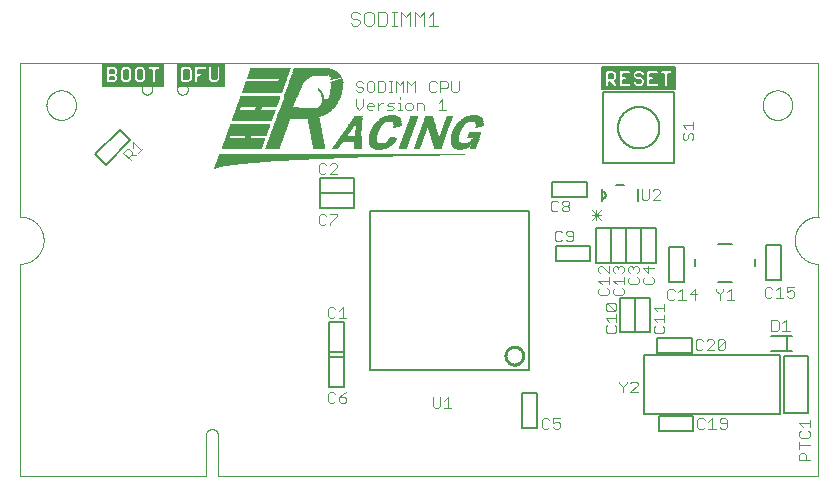
<source format=gto>
G75*
%MOIN*%
%OFA0B0*%
%FSLAX25Y25*%
%IPPOS*%
%LPD*%
%AMOC8*
5,1,8,0,0,1.08239X$1,22.5*
%
%ADD10R,0.06000X0.00400*%
%ADD11R,0.08800X0.00400*%
%ADD12R,0.02400X0.00400*%
%ADD13R,0.10800X0.00400*%
%ADD14R,0.05600X0.00400*%
%ADD15R,0.04400X0.00400*%
%ADD16R,0.12800X0.00400*%
%ADD17R,0.01600X0.00400*%
%ADD18R,0.02000X0.00400*%
%ADD19R,0.03600X0.00400*%
%ADD20R,0.00800X0.00400*%
%ADD21R,0.01200X0.00400*%
%ADD22R,0.04000X0.00400*%
%ADD23R,0.03200X0.00400*%
%ADD24R,0.07600X0.00400*%
%ADD25R,0.09200X0.00400*%
%ADD26R,0.02800X0.00400*%
%ADD27R,0.00400X0.00400*%
%ADD28R,0.04800X0.00400*%
%ADD29R,0.08000X0.00400*%
%ADD30R,0.05200X0.00400*%
%ADD31R,0.07200X0.00400*%
%ADD32R,0.15200X0.00400*%
%ADD33R,0.08400X0.00400*%
%ADD34R,0.09600X0.00400*%
%ADD35R,0.06800X0.00400*%
%ADD36R,0.06400X0.00400*%
%ADD37R,0.11200X0.00400*%
%ADD38R,0.11600X0.00400*%
%ADD39R,0.12400X0.00400*%
%ADD40R,0.12000X0.00400*%
%ADD41R,0.20000X0.00400*%
%ADD42R,0.20400X0.00400*%
%ADD43R,0.19600X0.00400*%
%ADD44R,0.14400X0.00400*%
%ADD45R,0.14800X0.00400*%
%ADD46R,0.13200X0.00400*%
%ADD47R,0.10000X0.00400*%
%ADD48C,0.00500*%
%ADD49R,0.00140X0.00070*%
%ADD50R,0.00280X0.00070*%
%ADD51R,0.00420X0.00070*%
%ADD52R,0.00630X0.00070*%
%ADD53R,0.00840X0.00070*%
%ADD54R,0.00980X0.00070*%
%ADD55R,0.01260X0.00070*%
%ADD56R,0.01470X0.00070*%
%ADD57R,0.01750X0.00070*%
%ADD58R,0.02100X0.00070*%
%ADD59R,0.02380X0.00070*%
%ADD60R,0.02730X0.00070*%
%ADD61R,0.03080X0.00070*%
%ADD62R,0.03430X0.00070*%
%ADD63R,0.03850X0.00070*%
%ADD64R,0.04340X0.00070*%
%ADD65R,0.04690X0.00070*%
%ADD66R,0.05180X0.00070*%
%ADD67R,0.05670X0.00070*%
%ADD68R,0.06160X0.00070*%
%ADD69R,0.06720X0.00070*%
%ADD70R,0.07280X0.00070*%
%ADD71R,0.07910X0.00070*%
%ADD72R,0.08540X0.00070*%
%ADD73R,0.09100X0.00070*%
%ADD74R,0.09800X0.00070*%
%ADD75R,0.10570X0.00070*%
%ADD76R,0.11200X0.00070*%
%ADD77R,0.12040X0.00070*%
%ADD78R,0.12810X0.00070*%
%ADD79R,0.13580X0.00070*%
%ADD80R,0.14490X0.00070*%
%ADD81R,0.15330X0.00070*%
%ADD82R,0.16240X0.00070*%
%ADD83R,0.17290X0.00070*%
%ADD84R,0.18200X0.00070*%
%ADD85R,0.19250X0.00070*%
%ADD86R,0.20370X0.00070*%
%ADD87R,0.21490X0.00070*%
%ADD88R,0.22610X0.00070*%
%ADD89R,0.23870X0.00070*%
%ADD90R,0.25060X0.00070*%
%ADD91R,0.26320X0.00070*%
%ADD92R,0.27650X0.00070*%
%ADD93R,0.29050X0.00070*%
%ADD94R,0.30520X0.00070*%
%ADD95R,0.31990X0.00070*%
%ADD96R,0.33530X0.00070*%
%ADD97R,0.35210X0.00070*%
%ADD98R,0.36820X0.00070*%
%ADD99R,0.38570X0.00070*%
%ADD100R,0.40460X0.00070*%
%ADD101R,0.42280X0.00070*%
%ADD102R,0.44240X0.00070*%
%ADD103R,0.46340X0.00070*%
%ADD104R,0.48440X0.00070*%
%ADD105R,0.50680X0.00070*%
%ADD106R,0.52990X0.00070*%
%ADD107R,0.55510X0.00070*%
%ADD108R,0.58100X0.00070*%
%ADD109R,0.60760X0.00070*%
%ADD110R,0.63770X0.00070*%
%ADD111R,0.66850X0.00070*%
%ADD112R,0.70070X0.00070*%
%ADD113R,0.73570X0.00070*%
%ADD114R,0.77490X0.00070*%
%ADD115R,0.81690X0.00070*%
%ADD116R,0.00210X0.00070*%
%ADD117R,0.01960X0.00070*%
%ADD118R,0.01680X0.00070*%
%ADD119R,0.02660X0.00070*%
%ADD120R,0.02240X0.00070*%
%ADD121R,0.13440X0.00070*%
%ADD122R,0.04200X0.00070*%
%ADD123R,0.02100X0.00070*%
%ADD124R,0.03150X0.00070*%
%ADD125R,0.02310X0.00070*%
%ADD126R,0.02170X0.00070*%
%ADD127R,0.02170X0.00070*%
%ADD128R,0.02800X0.00070*%
%ADD129R,0.01890X0.00070*%
%ADD130R,0.13440X0.00070*%
%ADD131R,0.04410X0.00070*%
%ADD132R,0.04200X0.00070*%
%ADD133R,0.02170X0.00070*%
%ADD134R,0.02380X0.00070*%
%ADD135R,0.03640X0.00070*%
%ADD136R,0.02310X0.00070*%
%ADD137R,0.02240X0.00070*%
%ADD138R,0.03150X0.00070*%
%ADD139R,0.01890X0.00070*%
%ADD140R,0.13510X0.00070*%
%ADD141R,0.04340X0.00070*%
%ADD142R,0.03990X0.00070*%
%ADD143R,0.03500X0.00070*%
%ADD144R,0.01820X0.00070*%
%ADD145R,0.04340X0.00070*%
%ADD146R,0.04270X0.00070*%
%ADD147R,0.03780X0.00070*%
%ADD148R,0.04620X0.00070*%
%ADD149R,0.02170X0.00070*%
%ADD150R,0.03990X0.00070*%
%ADD151R,0.04900X0.00070*%
%ADD152R,0.02450X0.00070*%
%ADD153R,0.04270X0.00070*%
%ADD154R,0.13440X0.00070*%
%ADD155R,0.04340X0.00070*%
%ADD156R,0.05110X0.00070*%
%ADD157R,0.02520X0.00070*%
%ADD158R,0.04480X0.00070*%
%ADD159R,0.13440X0.00070*%
%ADD160R,0.05390X0.00070*%
%ADD161R,0.02520X0.00070*%
%ADD162R,0.04690X0.00070*%
%ADD163R,0.13510X0.00070*%
%ADD164R,0.05600X0.00070*%
%ADD165R,0.02590X0.00070*%
%ADD166R,0.04900X0.00070*%
%ADD167R,0.04270X0.00070*%
%ADD168R,0.05810X0.00070*%
%ADD169R,0.05950X0.00070*%
%ADD170R,0.02660X0.00070*%
%ADD171R,0.05250X0.00070*%
%ADD172R,0.01820X0.00070*%
%ADD173R,0.05390X0.00070*%
%ADD174R,0.01890X0.00070*%
%ADD175R,0.04410X0.00070*%
%ADD176R,0.06300X0.00070*%
%ADD177R,0.05530X0.00070*%
%ADD178R,0.01890X0.00070*%
%ADD179R,0.06510X0.00070*%
%ADD180R,0.02800X0.00070*%
%ADD181R,0.05670X0.00070*%
%ADD182R,0.01820X0.00070*%
%ADD183R,0.06580X0.00070*%
%ADD184R,0.06720X0.00070*%
%ADD185R,0.02940X0.00070*%
%ADD186R,0.05880X0.00070*%
%ADD187R,0.06930X0.00070*%
%ADD188R,0.02940X0.00070*%
%ADD189R,0.06020X0.00070*%
%ADD190R,0.07000X0.00070*%
%ADD191R,0.03010X0.00070*%
%ADD192R,0.06090X0.00070*%
%ADD193R,0.07140X0.00070*%
%ADD194R,0.06230X0.00070*%
%ADD195R,0.07210X0.00070*%
%ADD196R,0.06300X0.00070*%
%ADD197R,0.07420X0.00070*%
%ADD198R,0.02240X0.00070*%
%ADD199R,0.06440X0.00070*%
%ADD200R,0.07490X0.00070*%
%ADD201R,0.03220X0.00070*%
%ADD202R,0.07630X0.00070*%
%ADD203R,0.03220X0.00070*%
%ADD204R,0.08610X0.00070*%
%ADD205R,0.07700X0.00070*%
%ADD206R,0.03290X0.00070*%
%ADD207R,0.08610X0.00070*%
%ADD208R,0.07770X0.00070*%
%ADD209R,0.03360X0.00070*%
%ADD210R,0.03360X0.00070*%
%ADD211R,0.03710X0.00070*%
%ADD212R,0.04060X0.00070*%
%ADD213R,0.03430X0.00070*%
%ADD214R,0.03500X0.00070*%
%ADD215R,0.03710X0.00070*%
%ADD216R,0.03290X0.00070*%
%ADD217R,0.03570X0.00070*%
%ADD218R,0.02870X0.00070*%
%ADD219R,0.03570X0.00070*%
%ADD220R,0.02870X0.00070*%
%ADD221R,0.02730X0.00070*%
%ADD222R,0.02870X0.00070*%
%ADD223R,0.02590X0.00070*%
%ADD224R,0.04270X0.00070*%
%ADD225R,0.02520X0.00070*%
%ADD226R,0.03850X0.00070*%
%ADD227R,0.08260X0.00070*%
%ADD228R,0.08190X0.00070*%
%ADD229R,0.08120X0.00070*%
%ADD230R,0.08050X0.00070*%
%ADD231R,0.02450X0.00070*%
%ADD232R,0.04060X0.00070*%
%ADD233R,0.08050X0.00070*%
%ADD234R,0.02590X0.00070*%
%ADD235R,0.04130X0.00070*%
%ADD236R,0.02590X0.00070*%
%ADD237R,0.07980X0.00070*%
%ADD238R,0.04130X0.00070*%
%ADD239R,0.02520X0.00070*%
%ADD240R,0.07910X0.00070*%
%ADD241R,0.07840X0.00070*%
%ADD242R,0.07770X0.00070*%
%ADD243R,0.07700X0.00070*%
%ADD244R,0.07630X0.00070*%
%ADD245R,0.04620X0.00070*%
%ADD246R,0.01470X0.00070*%
%ADD247R,0.07560X0.00070*%
%ADD248R,0.01470X0.00070*%
%ADD249R,0.07490X0.00070*%
%ADD250R,0.07420X0.00070*%
%ADD251R,0.01540X0.00070*%
%ADD252R,0.04760X0.00070*%
%ADD253R,0.01120X0.00070*%
%ADD254R,0.01470X0.00070*%
%ADD255R,0.07350X0.00070*%
%ADD256R,0.00840X0.00070*%
%ADD257R,0.04760X0.00070*%
%ADD258R,0.01820X0.00070*%
%ADD259R,0.00490X0.00070*%
%ADD260R,0.07280X0.00070*%
%ADD261R,0.00140X0.00070*%
%ADD262R,0.04480X0.00070*%
%ADD263R,0.02240X0.00070*%
%ADD264R,0.00350X0.00070*%
%ADD265R,0.04830X0.00070*%
%ADD266R,0.00630X0.00070*%
%ADD267R,0.00700X0.00070*%
%ADD268R,0.00910X0.00070*%
%ADD269R,0.04830X0.00070*%
%ADD270R,0.01190X0.00070*%
%ADD271R,0.04690X0.00070*%
%ADD272R,0.01400X0.00070*%
%ADD273R,0.01540X0.00070*%
%ADD274R,0.04550X0.00070*%
%ADD275R,0.04550X0.00070*%
%ADD276R,0.02030X0.00070*%
%ADD277R,0.03990X0.00070*%
%ADD278R,0.03920X0.00070*%
%ADD279R,0.03920X0.00070*%
%ADD280R,0.02870X0.00070*%
%ADD281R,0.03780X0.00070*%
%ADD282R,0.03010X0.00070*%
%ADD283R,0.03640X0.00070*%
%ADD284R,0.03570X0.00070*%
%ADD285R,0.03640X0.00070*%
%ADD286R,0.03570X0.00070*%
%ADD287R,0.07840X0.00070*%
%ADD288R,0.07560X0.00070*%
%ADD289R,0.07490X0.00070*%
%ADD290R,0.03290X0.00070*%
%ADD291R,0.07420X0.00070*%
%ADD292R,0.07210X0.00070*%
%ADD293R,0.03220X0.00070*%
%ADD294R,0.07070X0.00070*%
%ADD295R,0.06930X0.00070*%
%ADD296R,0.06790X0.00070*%
%ADD297R,0.03080X0.00070*%
%ADD298R,0.06650X0.00070*%
%ADD299R,0.06440X0.00070*%
%ADD300R,0.02940X0.00070*%
%ADD301R,0.06370X0.00070*%
%ADD302R,0.02940X0.00070*%
%ADD303R,0.06160X0.00070*%
%ADD304R,0.14350X0.00070*%
%ADD305R,0.06090X0.00070*%
%ADD306R,0.06090X0.00070*%
%ADD307R,0.14350X0.00070*%
%ADD308R,0.14280X0.00070*%
%ADD309R,0.05670X0.00070*%
%ADD310R,0.05530X0.00070*%
%ADD311R,0.05460X0.00070*%
%ADD312R,0.14280X0.00070*%
%ADD313R,0.05320X0.00070*%
%ADD314R,0.14140X0.00070*%
%ADD315R,0.05040X0.00070*%
%ADD316R,0.14140X0.00070*%
%ADD317R,0.14070X0.00070*%
%ADD318R,0.14070X0.00070*%
%ADD319R,0.14490X0.00070*%
%ADD320R,0.14840X0.00070*%
%ADD321R,0.15120X0.00070*%
%ADD322R,0.01610X0.00070*%
%ADD323R,0.15260X0.00070*%
%ADD324R,0.15470X0.00070*%
%ADD325R,0.15610X0.00070*%
%ADD326R,0.15680X0.00070*%
%ADD327R,0.15820X0.00070*%
%ADD328R,0.15890X0.00070*%
%ADD329R,0.16030X0.00070*%
%ADD330R,0.16170X0.00070*%
%ADD331R,0.16240X0.00070*%
%ADD332R,0.16310X0.00070*%
%ADD333R,0.16450X0.00070*%
%ADD334R,0.16450X0.00070*%
%ADD335R,0.16590X0.00070*%
%ADD336R,0.16660X0.00070*%
%ADD337R,0.16730X0.00070*%
%ADD338R,0.16800X0.00070*%
%ADD339R,0.16870X0.00070*%
%ADD340R,0.16870X0.00070*%
%ADD341R,0.13580X0.00070*%
%ADD342R,0.17010X0.00070*%
%ADD343R,0.17080X0.00070*%
%ADD344R,0.17080X0.00070*%
%ADD345R,0.17150X0.00070*%
%ADD346R,0.17150X0.00070*%
%ADD347R,0.17220X0.00070*%
%ADD348R,0.01960X0.00070*%
%ADD349R,0.17290X0.00070*%
%ADD350R,0.17430X0.00070*%
%ADD351R,0.17500X0.00070*%
%ADD352R,0.01540X0.00070*%
%ADD353R,0.17500X0.00070*%
%ADD354R,0.17570X0.00070*%
%ADD355R,0.17570X0.00070*%
%ADD356R,0.17640X0.00070*%
%ADD357R,0.09520X0.00070*%
%ADD358R,0.08400X0.00070*%
%ADD359R,0.05740X0.00070*%
%ADD360R,0.05390X0.00070*%
%ADD361R,0.05320X0.00070*%
%ADD362R,0.05250X0.00070*%
%ADD363R,0.05110X0.00070*%
%ADD364R,0.05040X0.00070*%
%ADD365R,0.04970X0.00070*%
%ADD366R,0.04970X0.00070*%
%ADD367R,0.05040X0.00070*%
%ADD368R,0.04970X0.00070*%
%ADD369R,0.05180X0.00070*%
%ADD370R,0.05320X0.00070*%
%ADD371R,0.05320X0.00070*%
%ADD372R,0.05460X0.00070*%
%ADD373R,0.00770X0.00070*%
%ADD374R,0.00560X0.00070*%
%ADD375R,0.00420X0.00070*%
%ADD376R,0.00420X0.00070*%
%ADD377R,0.00420X0.00070*%
%ADD378R,0.00490X0.00070*%
%ADD379R,0.00700X0.00070*%
%ADD380R,0.00770X0.00070*%
%ADD381R,0.00840X0.00070*%
%ADD382R,0.00770X0.00070*%
%ADD383R,0.03920X0.00070*%
%ADD384R,0.03990X0.00070*%
%ADD385R,0.00560X0.00070*%
%ADD386R,0.00490X0.00070*%
%ADD387R,0.00350X0.00070*%
%ADD388R,0.00210X0.00070*%
%ADD389R,0.00070X0.00070*%
%ADD390R,0.04620X0.00070*%
%ADD391R,0.04620X0.00070*%
%ADD392R,0.01330X0.00070*%
%ADD393R,0.01120X0.00070*%
%ADD394R,0.00140X0.00070*%
%ADD395R,0.00770X0.00070*%
%ADD396R,0.01050X0.00070*%
%ADD397R,0.00140X0.00070*%
%ADD398R,0.01330X0.00070*%
%ADD399R,0.05810X0.00070*%
%ADD400R,0.05880X0.00070*%
%ADD401R,0.05950X0.00070*%
%ADD402R,0.06020X0.00070*%
%ADD403R,0.06230X0.00070*%
%ADD404R,0.06580X0.00070*%
%ADD405R,0.06650X0.00070*%
%ADD406R,0.06860X0.00070*%
%ADD407R,0.07070X0.00070*%
%ADD408R,0.00910X0.00070*%
%ADD409R,0.01610X0.00070*%
%ADD410R,0.11760X0.00070*%
%ADD411R,0.12110X0.00070*%
%ADD412R,0.12390X0.00070*%
%ADD413R,0.15820X0.00070*%
%ADD414R,0.15750X0.00070*%
%ADD415R,0.15540X0.00070*%
%ADD416R,0.15330X0.00070*%
%ADD417R,0.15260X0.00070*%
%ADD418R,0.15190X0.00070*%
%ADD419R,0.15050X0.00070*%
%ADD420R,0.14980X0.00070*%
%ADD421R,0.14840X0.00070*%
%ADD422R,0.14700X0.00070*%
%ADD423R,0.14630X0.00070*%
%ADD424R,0.14490X0.00070*%
%ADD425R,0.14210X0.00070*%
%ADD426R,0.14070X0.00070*%
%ADD427R,0.13930X0.00070*%
%ADD428R,0.13790X0.00070*%
%ADD429R,0.13370X0.00070*%
%ADD430R,0.13230X0.00070*%
%ADD431R,0.13020X0.00070*%
%ADD432R,0.12600X0.00070*%
%ADD433R,0.12250X0.00070*%
%ADD434R,0.11970X0.00070*%
%ADD435R,0.11690X0.00070*%
%ADD436R,0.10710X0.00070*%
%ADD437R,0.09730X0.00070*%
%ADD438C,0.00400*%
%ADD439C,0.00000*%
%ADD440C,0.00800*%
%ADD441C,0.01000*%
%ADD442C,0.00600*%
%ADD443C,0.00300*%
D10*
X0040100Y0021950D03*
X0038900Y0028350D03*
X0044500Y0036350D03*
X0080900Y0051950D03*
X0086500Y0061150D03*
X0072100Y0075550D03*
X0064900Y0087150D03*
X0036900Y0087950D03*
D11*
X0018700Y0056350D03*
X0040300Y0022350D03*
X0084300Y0055150D03*
X0084700Y0055950D03*
D12*
X0085900Y0051950D03*
X0077900Y0044350D03*
X0077900Y0043950D03*
X0077900Y0043550D03*
X0071900Y0041950D03*
X0069100Y0043950D03*
X0067500Y0038350D03*
X0061100Y0041950D03*
X0061100Y0042350D03*
X0057900Y0035150D03*
X0057900Y0034750D03*
X0052700Y0028350D03*
X0052300Y0027950D03*
X0050300Y0026350D03*
X0049900Y0025950D03*
X0041100Y0025550D03*
X0040300Y0025950D03*
X0039100Y0029550D03*
X0028700Y0027150D03*
X0027500Y0027950D03*
X0027100Y0028350D03*
X0026700Y0028750D03*
X0026300Y0029150D03*
X0021500Y0041150D03*
X0025900Y0046350D03*
X0027500Y0045950D03*
X0024300Y0047950D03*
X0020700Y0051950D03*
X0027100Y0055550D03*
X0027900Y0055150D03*
X0032700Y0063550D03*
X0040700Y0055950D03*
X0040300Y0055550D03*
X0055900Y0052350D03*
X0061500Y0050350D03*
X0061100Y0049150D03*
X0065100Y0050350D03*
X0070700Y0051950D03*
X0063900Y0054750D03*
X0072300Y0058750D03*
X0076700Y0063550D03*
X0076700Y0064750D03*
X0078300Y0067950D03*
X0078300Y0070750D03*
X0068700Y0069550D03*
X0066700Y0071550D03*
X0065900Y0070350D03*
X0065500Y0069950D03*
X0063900Y0067550D03*
X0063900Y0067150D03*
X0067900Y0073150D03*
X0061500Y0085950D03*
X0065100Y0089950D03*
X0058700Y0099950D03*
X0054700Y0104350D03*
X0049900Y0105950D03*
X0037900Y0102350D03*
X0037900Y0101950D03*
X0037900Y0101550D03*
X0037100Y0100350D03*
X0035500Y0099950D03*
X0035500Y0096750D03*
X0035900Y0093950D03*
X0039100Y0095950D03*
X0039100Y0096350D03*
X0039900Y0094350D03*
X0039900Y0093950D03*
X0039500Y0092750D03*
X0041900Y0093150D03*
X0040700Y0088750D03*
X0047500Y0090750D03*
X0051500Y0092750D03*
X0047900Y0095150D03*
X0047500Y0094750D03*
X0089900Y0073950D03*
X0097100Y0062350D03*
X0063100Y0028350D03*
X0063100Y0027550D03*
X0063500Y0027150D03*
X0063900Y0025950D03*
X0062700Y0022350D03*
X0070700Y0023150D03*
X0074300Y0025950D03*
D13*
X0040500Y0022750D03*
X0018900Y0056750D03*
X0082500Y0067550D03*
X0094100Y0067150D03*
D14*
X0098300Y0073550D03*
X0095900Y0075950D03*
X0086700Y0062350D03*
X0075900Y0074750D03*
X0056300Y0091150D03*
X0052300Y0087950D03*
X0052300Y0106350D03*
X0066700Y0050750D03*
X0065900Y0046750D03*
X0065100Y0043150D03*
X0045900Y0024350D03*
X0062700Y0022750D03*
D15*
X0072900Y0022750D03*
X0038500Y0027950D03*
X0035300Y0023550D03*
X0019700Y0040750D03*
X0036500Y0053550D03*
X0048100Y0057950D03*
X0061700Y0051950D03*
X0079700Y0050750D03*
X0079700Y0050350D03*
X0080500Y0052750D03*
X0086900Y0063550D03*
X0086900Y0063950D03*
X0086900Y0064350D03*
X0086100Y0065950D03*
X0084500Y0069550D03*
X0094900Y0075150D03*
X0098500Y0073950D03*
X0100100Y0074750D03*
X0096900Y0062750D03*
X0049700Y0086350D03*
X0036100Y0091550D03*
X0031700Y0093950D03*
X0017700Y0066750D03*
X0015700Y0067550D03*
D16*
X0040300Y0023150D03*
X0095500Y0066350D03*
X0095500Y0066750D03*
D17*
X0089500Y0072350D03*
X0089500Y0072750D03*
X0095900Y0077550D03*
X0100300Y0076750D03*
X0076700Y0063150D03*
X0072700Y0065550D03*
X0072300Y0059550D03*
X0072300Y0059150D03*
X0072700Y0057950D03*
X0070300Y0057550D03*
X0069500Y0056350D03*
X0072700Y0054750D03*
X0063100Y0052350D03*
X0060300Y0051150D03*
X0057500Y0053950D03*
X0055500Y0051150D03*
X0055100Y0050750D03*
X0054700Y0050350D03*
X0054300Y0049950D03*
X0053900Y0049550D03*
X0053500Y0049150D03*
X0052300Y0048350D03*
X0051900Y0047950D03*
X0044300Y0046350D03*
X0040300Y0038750D03*
X0040700Y0038350D03*
X0041500Y0037950D03*
X0035100Y0038750D03*
X0034700Y0038350D03*
X0024700Y0044750D03*
X0024300Y0043950D03*
X0023900Y0043150D03*
X0023500Y0042750D03*
X0023100Y0042350D03*
X0022700Y0041950D03*
X0022300Y0041550D03*
X0020700Y0043950D03*
X0017100Y0042750D03*
X0016700Y0044350D03*
X0017900Y0041150D03*
X0019100Y0038750D03*
X0019500Y0038350D03*
X0019500Y0037950D03*
X0019900Y0037550D03*
X0019900Y0037150D03*
X0020300Y0036750D03*
X0020700Y0036350D03*
X0020700Y0035950D03*
X0021100Y0035550D03*
X0021500Y0035150D03*
X0021500Y0034750D03*
X0021900Y0034350D03*
X0022300Y0033950D03*
X0022700Y0033150D03*
X0023100Y0032750D03*
X0023500Y0032350D03*
X0024700Y0030750D03*
X0025100Y0030350D03*
X0025500Y0029950D03*
X0038300Y0027150D03*
X0040300Y0029950D03*
X0040700Y0030350D03*
X0042700Y0029550D03*
X0043100Y0029950D03*
X0043500Y0030350D03*
X0043900Y0030750D03*
X0044300Y0031150D03*
X0053900Y0029950D03*
X0054300Y0030350D03*
X0054700Y0030750D03*
X0054700Y0031150D03*
X0055100Y0031550D03*
X0055500Y0031950D03*
X0055900Y0032350D03*
X0055900Y0032750D03*
X0056300Y0033150D03*
X0056700Y0033950D03*
X0057100Y0034350D03*
X0058300Y0036350D03*
X0058300Y0036750D03*
X0058700Y0037550D03*
X0059100Y0038350D03*
X0059500Y0039150D03*
X0059900Y0040350D03*
X0061100Y0043550D03*
X0061500Y0044750D03*
X0061900Y0045550D03*
X0065100Y0043550D03*
X0066700Y0044750D03*
X0067100Y0046350D03*
X0069100Y0045950D03*
X0069900Y0047550D03*
X0067900Y0042750D03*
X0072300Y0042350D03*
X0077900Y0042350D03*
X0077900Y0042750D03*
X0077900Y0043150D03*
X0084300Y0049950D03*
X0084700Y0050350D03*
X0085100Y0050750D03*
X0069100Y0036350D03*
X0068300Y0035950D03*
X0067900Y0035550D03*
X0065900Y0033950D03*
X0064300Y0034750D03*
X0066300Y0030750D03*
X0067100Y0029950D03*
X0062700Y0028750D03*
X0060300Y0030350D03*
X0061500Y0025950D03*
X0060300Y0023150D03*
X0066700Y0023550D03*
X0069500Y0025150D03*
X0071500Y0026350D03*
X0073500Y0027950D03*
X0074300Y0026350D03*
X0073900Y0031150D03*
X0054300Y0056350D03*
X0053500Y0057150D03*
X0053100Y0057550D03*
X0051100Y0059550D03*
X0051500Y0059950D03*
X0050700Y0059150D03*
X0052300Y0061150D03*
X0052700Y0061550D03*
X0053100Y0062350D03*
X0054300Y0064350D03*
X0054700Y0065150D03*
X0063900Y0066750D03*
X0048300Y0056350D03*
X0047900Y0056750D03*
X0043500Y0056350D03*
X0043100Y0055950D03*
X0041500Y0056750D03*
X0042300Y0057950D03*
X0042700Y0058350D03*
X0043100Y0059150D03*
X0043500Y0059950D03*
X0043900Y0060750D03*
X0044300Y0061550D03*
X0044300Y0061950D03*
X0044300Y0062350D03*
X0044700Y0062750D03*
X0044700Y0063150D03*
X0044700Y0063550D03*
X0045100Y0064750D03*
X0045100Y0065150D03*
X0045100Y0065550D03*
X0044700Y0067150D03*
X0044700Y0067550D03*
X0044300Y0068750D03*
X0044300Y0069150D03*
X0043900Y0070350D03*
X0043900Y0070750D03*
X0043900Y0075150D03*
X0043900Y0075550D03*
X0044300Y0077150D03*
X0044300Y0077550D03*
X0044700Y0083950D03*
X0049500Y0088350D03*
X0049500Y0091950D03*
X0053100Y0091950D03*
X0056300Y0085950D03*
X0062300Y0087550D03*
X0065900Y0089550D03*
X0059500Y0099150D03*
X0059100Y0099550D03*
X0056700Y0103550D03*
X0055900Y0103950D03*
X0054700Y0105550D03*
X0054700Y0105950D03*
X0046700Y0104350D03*
X0045500Y0105950D03*
X0045500Y0106350D03*
X0036700Y0104750D03*
X0036700Y0104350D03*
X0037100Y0101150D03*
X0037900Y0098750D03*
X0037900Y0098350D03*
X0035100Y0099550D03*
X0035100Y0096350D03*
X0033100Y0092750D03*
X0030700Y0091550D03*
X0030300Y0090750D03*
X0030700Y0087150D03*
X0031100Y0086750D03*
X0031900Y0085550D03*
X0033100Y0086750D03*
X0033500Y0087150D03*
X0037500Y0087150D03*
X0040700Y0091150D03*
X0040700Y0091550D03*
X0040300Y0091950D03*
X0039500Y0093150D03*
X0042300Y0092350D03*
X0042700Y0091950D03*
X0043500Y0089950D03*
X0029900Y0083150D03*
X0029500Y0082750D03*
X0029100Y0082350D03*
X0027900Y0080750D03*
X0027500Y0079950D03*
X0026700Y0078750D03*
X0025100Y0075550D03*
X0023100Y0068750D03*
X0025100Y0064350D03*
X0025100Y0063950D03*
X0023100Y0063950D03*
X0023100Y0063550D03*
X0023100Y0063150D03*
X0023500Y0061950D03*
X0023500Y0061550D03*
X0023900Y0060750D03*
X0023900Y0060350D03*
X0025100Y0058350D03*
X0032300Y0060750D03*
X0032700Y0063950D03*
X0017500Y0066350D03*
X0015100Y0067950D03*
X0013100Y0066350D03*
X0017500Y0057950D03*
X0019100Y0051150D03*
X0022300Y0051150D03*
X0022700Y0050750D03*
X0023500Y0049550D03*
X0023900Y0048750D03*
X0025100Y0047550D03*
X0025500Y0047150D03*
X0025100Y0045950D03*
X0027900Y0045150D03*
D18*
X0027700Y0045550D03*
X0025700Y0046750D03*
X0024100Y0048350D03*
X0016900Y0043950D03*
X0022500Y0033550D03*
X0023700Y0031950D03*
X0024100Y0031550D03*
X0024500Y0031150D03*
X0025700Y0029550D03*
X0028100Y0027550D03*
X0034500Y0030350D03*
X0034900Y0029950D03*
X0037700Y0027550D03*
X0038900Y0026750D03*
X0039700Y0026350D03*
X0042100Y0029150D03*
X0050900Y0026750D03*
X0051300Y0027150D03*
X0051700Y0027550D03*
X0052900Y0028750D03*
X0053300Y0029150D03*
X0053700Y0029550D03*
X0058100Y0035550D03*
X0058100Y0035950D03*
X0062900Y0038350D03*
X0069700Y0036750D03*
X0070500Y0037150D03*
X0073300Y0030750D03*
X0072500Y0030350D03*
X0073300Y0025550D03*
X0070100Y0025550D03*
X0067300Y0025950D03*
X0062900Y0026750D03*
X0061300Y0025550D03*
X0065700Y0023150D03*
X0074900Y0023150D03*
X0042100Y0037550D03*
X0051300Y0047550D03*
X0052900Y0048750D03*
X0055700Y0051550D03*
X0055700Y0051950D03*
X0060900Y0052350D03*
X0062900Y0052750D03*
X0063700Y0055150D03*
X0063700Y0055550D03*
X0072500Y0056750D03*
X0069700Y0063150D03*
X0071300Y0065950D03*
X0068900Y0067150D03*
X0065300Y0069550D03*
X0066100Y0070750D03*
X0066500Y0071150D03*
X0066900Y0071950D03*
X0067300Y0072350D03*
X0076500Y0065150D03*
X0077300Y0062750D03*
X0080900Y0070750D03*
X0080900Y0071150D03*
X0081300Y0071550D03*
X0083700Y0071550D03*
X0078900Y0074350D03*
X0089700Y0073550D03*
X0089700Y0073150D03*
X0094500Y0078750D03*
X0100500Y0073150D03*
X0100500Y0072750D03*
X0085700Y0051550D03*
X0085300Y0051150D03*
X0072100Y0049950D03*
X0072500Y0047150D03*
X0070100Y0047150D03*
X0062500Y0047150D03*
X0052500Y0057950D03*
X0044100Y0056750D03*
X0042100Y0057550D03*
X0041700Y0057150D03*
X0041300Y0056350D03*
X0042900Y0058750D03*
X0043300Y0059550D03*
X0043700Y0060350D03*
X0044100Y0061150D03*
X0032500Y0061150D03*
X0026100Y0056750D03*
X0026500Y0056350D03*
X0026900Y0055950D03*
X0025300Y0057950D03*
X0024100Y0059550D03*
X0024100Y0059950D03*
X0016900Y0057550D03*
X0013300Y0057550D03*
X0013700Y0066750D03*
X0022500Y0068350D03*
X0032100Y0085950D03*
X0035300Y0088350D03*
X0039700Y0094750D03*
X0039700Y0095150D03*
X0038900Y0096750D03*
X0038900Y0097150D03*
X0038900Y0097550D03*
X0037300Y0100750D03*
X0036500Y0103950D03*
X0042100Y0104750D03*
X0043300Y0104350D03*
X0043300Y0103950D03*
X0046900Y0104750D03*
X0052100Y0104350D03*
X0048900Y0095950D03*
X0048500Y0095550D03*
X0050500Y0092350D03*
X0054100Y0092350D03*
X0056500Y0091550D03*
X0054500Y0089150D03*
X0054500Y0088750D03*
X0046900Y0091150D03*
X0042100Y0092750D03*
X0063700Y0086750D03*
X0067300Y0086750D03*
D19*
X0078900Y0073950D03*
X0077700Y0071150D03*
X0068500Y0067950D03*
X0064500Y0069150D03*
X0070900Y0061550D03*
X0071700Y0058350D03*
X0068900Y0057950D03*
X0070900Y0049550D03*
X0065700Y0047150D03*
X0062900Y0047550D03*
X0062900Y0046350D03*
X0068100Y0045550D03*
X0078500Y0047150D03*
X0078500Y0047550D03*
X0078900Y0047950D03*
X0078900Y0048350D03*
X0086100Y0053150D03*
X0086900Y0064750D03*
X0086900Y0065150D03*
X0086900Y0065550D03*
X0093300Y0073550D03*
X0093300Y0073950D03*
X0049700Y0047150D03*
X0049300Y0046750D03*
X0046500Y0057550D03*
X0037700Y0053950D03*
X0030100Y0053950D03*
X0037700Y0039550D03*
X0036900Y0028750D03*
X0032500Y0024750D03*
X0045700Y0023550D03*
X0019300Y0040350D03*
X0037700Y0087550D03*
X0043300Y0089550D03*
X0048500Y0090350D03*
D20*
X0047100Y0092350D03*
X0047500Y0093550D03*
X0047900Y0094350D03*
X0046300Y0094350D03*
X0045900Y0093950D03*
X0044300Y0093950D03*
X0044300Y0094350D03*
X0044300Y0093550D03*
X0042300Y0093550D03*
X0042300Y0093950D03*
X0041900Y0094750D03*
X0041900Y0095150D03*
X0041900Y0095550D03*
X0041900Y0095950D03*
X0041900Y0096350D03*
X0041900Y0096750D03*
X0041900Y0097150D03*
X0039500Y0098350D03*
X0039500Y0098750D03*
X0037900Y0095150D03*
X0037500Y0094750D03*
X0035100Y0094350D03*
X0034700Y0094750D03*
X0034700Y0095150D03*
X0034700Y0095550D03*
X0034700Y0095950D03*
X0034700Y0097150D03*
X0034700Y0097550D03*
X0034700Y0097950D03*
X0034700Y0098350D03*
X0034700Y0098750D03*
X0034700Y0100350D03*
X0034700Y0100750D03*
X0034700Y0101150D03*
X0034700Y0101550D03*
X0035100Y0101950D03*
X0035100Y0102350D03*
X0035500Y0103150D03*
X0036700Y0105150D03*
X0039100Y0103550D03*
X0041500Y0103950D03*
X0041500Y0104350D03*
X0043100Y0103550D03*
X0043100Y0103150D03*
X0044300Y0104750D03*
X0044700Y0105550D03*
X0045900Y0105550D03*
X0045900Y0105150D03*
X0045900Y0107150D03*
X0042300Y0106350D03*
X0051500Y0103950D03*
X0057100Y0100750D03*
X0058700Y0101150D03*
X0059100Y0100750D03*
X0058300Y0101950D03*
X0057900Y0102350D03*
X0059900Y0098750D03*
X0060300Y0098350D03*
X0061100Y0097150D03*
X0061500Y0096750D03*
X0061900Y0095950D03*
X0062300Y0095150D03*
X0062300Y0094750D03*
X0062700Y0094350D03*
X0062700Y0093950D03*
X0062700Y0093550D03*
X0062700Y0093150D03*
X0062700Y0092750D03*
X0062700Y0092350D03*
X0063100Y0091950D03*
X0063100Y0091550D03*
X0063500Y0091150D03*
X0067100Y0088350D03*
X0067500Y0087950D03*
X0067500Y0087550D03*
X0067900Y0086350D03*
X0064300Y0085550D03*
X0060300Y0082350D03*
X0060300Y0081950D03*
X0060700Y0080750D03*
X0061100Y0079550D03*
X0061500Y0078350D03*
X0061900Y0076750D03*
X0062300Y0075150D03*
X0062300Y0074750D03*
X0062700Y0073150D03*
X0062700Y0072750D03*
X0063100Y0071150D03*
X0063100Y0070750D03*
X0068700Y0070350D03*
X0069900Y0072750D03*
X0073100Y0071550D03*
X0073100Y0071150D03*
X0073500Y0070750D03*
X0073500Y0070350D03*
X0071900Y0069550D03*
X0071500Y0069950D03*
X0071900Y0067550D03*
X0071500Y0067150D03*
X0071100Y0066750D03*
X0070700Y0065550D03*
X0070300Y0065150D03*
X0072700Y0063950D03*
X0073900Y0064350D03*
X0073500Y0065150D03*
X0076300Y0065550D03*
X0077900Y0065550D03*
X0078700Y0064350D03*
X0078700Y0063950D03*
X0078700Y0063550D03*
X0077500Y0061950D03*
X0077900Y0061550D03*
X0078300Y0061150D03*
X0081500Y0061950D03*
X0081500Y0062350D03*
X0081500Y0062750D03*
X0081500Y0063150D03*
X0081500Y0063550D03*
X0081500Y0063950D03*
X0081100Y0064750D03*
X0080700Y0065150D03*
X0080300Y0065550D03*
X0081100Y0068750D03*
X0081100Y0069150D03*
X0081100Y0069550D03*
X0081500Y0070350D03*
X0079900Y0069950D03*
X0087900Y0072350D03*
X0089500Y0074350D03*
X0089500Y0074750D03*
X0089900Y0075550D03*
X0091100Y0075150D03*
X0091100Y0074750D03*
X0090700Y0074350D03*
X0091500Y0075550D03*
X0091900Y0075950D03*
X0091900Y0076350D03*
X0092300Y0076750D03*
X0092700Y0077150D03*
X0095500Y0078350D03*
X0101900Y0075950D03*
X0090300Y0063950D03*
X0090300Y0063550D03*
X0090300Y0063150D03*
X0090300Y0062750D03*
X0083500Y0052350D03*
X0083500Y0051150D03*
X0083100Y0050750D03*
X0073900Y0050350D03*
X0073900Y0049950D03*
X0073900Y0049550D03*
X0073900Y0049150D03*
X0073500Y0048750D03*
X0073500Y0048350D03*
X0073100Y0047950D03*
X0072700Y0046350D03*
X0072700Y0045950D03*
X0072700Y0045550D03*
X0072300Y0045150D03*
X0072300Y0044750D03*
X0072300Y0044350D03*
X0072300Y0043950D03*
X0072300Y0043550D03*
X0072300Y0043150D03*
X0072700Y0041550D03*
X0073100Y0041150D03*
X0073100Y0040750D03*
X0073100Y0040350D03*
X0073100Y0039950D03*
X0073500Y0039550D03*
X0073500Y0039150D03*
X0073500Y0038750D03*
X0073900Y0037950D03*
X0073900Y0037550D03*
X0073900Y0037150D03*
X0073900Y0036750D03*
X0074300Y0035950D03*
X0074300Y0035550D03*
X0074300Y0035150D03*
X0074300Y0034750D03*
X0074300Y0034350D03*
X0074300Y0033950D03*
X0074300Y0033550D03*
X0074300Y0032750D03*
X0074700Y0032350D03*
X0073100Y0029550D03*
X0073100Y0029150D03*
X0073100Y0028750D03*
X0069500Y0028750D03*
X0069500Y0028350D03*
X0068700Y0026750D03*
X0069100Y0026350D03*
X0067900Y0025550D03*
X0067900Y0025150D03*
X0067900Y0024750D03*
X0067900Y0024350D03*
X0067500Y0023950D03*
X0067100Y0026750D03*
X0067100Y0027150D03*
X0067500Y0029150D03*
X0063100Y0029150D03*
X0066300Y0031150D03*
X0066300Y0031550D03*
X0065900Y0032350D03*
X0065900Y0032750D03*
X0065900Y0033150D03*
X0062700Y0035950D03*
X0062300Y0036350D03*
X0061900Y0036750D03*
X0061500Y0037150D03*
X0061900Y0038750D03*
X0061500Y0039150D03*
X0061500Y0039550D03*
X0061500Y0039950D03*
X0061500Y0040350D03*
X0061500Y0040750D03*
X0061500Y0041150D03*
X0068300Y0042350D03*
X0068700Y0041950D03*
X0068700Y0041550D03*
X0068700Y0041150D03*
X0068700Y0040750D03*
X0068700Y0040350D03*
X0068700Y0039950D03*
X0068700Y0039550D03*
X0068700Y0039150D03*
X0068300Y0038750D03*
X0070700Y0042350D03*
X0070300Y0043150D03*
X0069900Y0043550D03*
X0069500Y0046750D03*
X0069900Y0047950D03*
X0069900Y0048350D03*
X0067100Y0047950D03*
X0067100Y0047550D03*
X0065500Y0051550D03*
X0065500Y0051950D03*
X0065500Y0052350D03*
X0065500Y0052750D03*
X0065500Y0053150D03*
X0065100Y0053550D03*
X0065100Y0053950D03*
X0065100Y0054350D03*
X0063900Y0051550D03*
X0061100Y0048350D03*
X0049900Y0049550D03*
X0049900Y0049950D03*
X0049900Y0053150D03*
X0049900Y0053550D03*
X0049500Y0054750D03*
X0042300Y0054750D03*
X0041900Y0053550D03*
X0041500Y0051950D03*
X0041500Y0051550D03*
X0041900Y0049550D03*
X0042300Y0048350D03*
X0029500Y0050750D03*
X0029100Y0049950D03*
X0028700Y0048750D03*
X0028700Y0048350D03*
X0028700Y0047950D03*
X0028300Y0047550D03*
X0028300Y0047150D03*
X0028300Y0046750D03*
X0028300Y0046350D03*
X0023500Y0047550D03*
X0023100Y0046750D03*
X0023100Y0046350D03*
X0022700Y0045950D03*
X0022300Y0045150D03*
X0021900Y0044750D03*
X0016300Y0045150D03*
X0015900Y0046350D03*
X0015900Y0046750D03*
X0015900Y0047150D03*
X0016300Y0047550D03*
X0016300Y0047950D03*
X0016300Y0048350D03*
X0016700Y0048750D03*
X0016700Y0049150D03*
X0017100Y0049550D03*
X0017500Y0049950D03*
X0011900Y0059550D03*
X0011500Y0060350D03*
X0011500Y0060750D03*
X0011500Y0061150D03*
X0011500Y0061550D03*
X0011500Y0061950D03*
X0011500Y0062350D03*
X0011500Y0062750D03*
X0011500Y0063150D03*
X0011500Y0063550D03*
X0011500Y0063950D03*
X0011900Y0064350D03*
X0011900Y0064750D03*
X0018300Y0065150D03*
X0018700Y0064350D03*
X0018700Y0063950D03*
X0018700Y0063550D03*
X0019100Y0062350D03*
X0019100Y0061950D03*
X0018700Y0060750D03*
X0018700Y0060350D03*
X0025500Y0064750D03*
X0025500Y0065150D03*
X0024700Y0065950D03*
X0031500Y0062750D03*
X0031500Y0062350D03*
X0031500Y0061950D03*
X0031500Y0061550D03*
X0032700Y0062350D03*
X0033100Y0061550D03*
X0033500Y0063150D03*
X0023500Y0070750D03*
X0041100Y0084750D03*
X0041500Y0084350D03*
X0040700Y0085550D03*
X0040700Y0085950D03*
X0040700Y0086350D03*
X0040700Y0086750D03*
X0040700Y0087150D03*
X0040700Y0087550D03*
X0042700Y0085950D03*
X0045500Y0084750D03*
X0045900Y0085150D03*
X0045900Y0085550D03*
X0045900Y0085950D03*
X0046300Y0086350D03*
X0046300Y0086750D03*
X0046300Y0087150D03*
X0045900Y0087550D03*
X0045900Y0087950D03*
X0047500Y0085550D03*
X0046700Y0084350D03*
X0046300Y0083550D03*
X0045900Y0082750D03*
X0045500Y0081950D03*
X0045100Y0080750D03*
X0035100Y0089950D03*
X0035100Y0092750D03*
X0031900Y0088350D03*
X0029900Y0088750D03*
X0029900Y0089550D03*
X0044700Y0095550D03*
X0045100Y0096350D03*
X0045500Y0096750D03*
X0045900Y0097550D03*
X0046300Y0097950D03*
X0054300Y0093550D03*
X0059500Y0084750D03*
X0059500Y0084350D03*
X0059500Y0083950D03*
X0059900Y0083550D03*
X0059900Y0083150D03*
X0055500Y0067550D03*
X0061100Y0063950D03*
X0061100Y0063550D03*
X0061100Y0063150D03*
X0066700Y0058750D03*
X0067100Y0059150D03*
X0067500Y0059550D03*
X0067500Y0059950D03*
X0067900Y0060350D03*
X0067900Y0060750D03*
X0068700Y0062750D03*
X0071500Y0062350D03*
X0071900Y0061950D03*
X0072300Y0060750D03*
X0073100Y0057550D03*
X0073100Y0055950D03*
X0073100Y0055550D03*
X0073100Y0055150D03*
X0073100Y0053950D03*
X0067500Y0057550D03*
X0067900Y0058350D03*
X0066300Y0058350D03*
X0065900Y0057950D03*
X0077500Y0040350D03*
X0077500Y0039950D03*
X0077500Y0039550D03*
X0058700Y0034350D03*
X0058700Y0033950D03*
X0058700Y0033550D03*
X0058700Y0033150D03*
X0058700Y0032750D03*
X0058700Y0032350D03*
X0058700Y0031950D03*
X0059100Y0031550D03*
X0060300Y0024750D03*
X0059900Y0024350D03*
X0059500Y0023950D03*
X0059500Y0023550D03*
X0062300Y0025150D03*
X0075900Y0024750D03*
X0076300Y0024350D03*
X0076300Y0023950D03*
X0044700Y0032350D03*
X0044700Y0033550D03*
X0044700Y0033950D03*
X0044700Y0034350D03*
X0042300Y0032750D03*
X0041500Y0031150D03*
X0042300Y0035950D03*
X0033100Y0035950D03*
X0032700Y0034350D03*
X0033100Y0032750D03*
X0033100Y0032350D03*
X0033500Y0031550D03*
D21*
X0033300Y0031950D03*
X0033700Y0031150D03*
X0034100Y0030750D03*
X0032900Y0033150D03*
X0032900Y0033550D03*
X0032900Y0033950D03*
X0032900Y0034750D03*
X0032900Y0035150D03*
X0032900Y0035550D03*
X0033300Y0036350D03*
X0033300Y0036750D03*
X0033700Y0037150D03*
X0033700Y0037550D03*
X0034100Y0037950D03*
X0042500Y0035550D03*
X0042500Y0035150D03*
X0042500Y0034750D03*
X0042500Y0034350D03*
X0042500Y0033950D03*
X0042500Y0033550D03*
X0042500Y0033150D03*
X0042100Y0032350D03*
X0042100Y0031950D03*
X0041700Y0031550D03*
X0041300Y0030750D03*
X0044500Y0031550D03*
X0044500Y0031950D03*
X0044900Y0032750D03*
X0044900Y0033150D03*
X0044500Y0034750D03*
X0044500Y0035150D03*
X0044500Y0035550D03*
X0056500Y0033550D03*
X0059300Y0031150D03*
X0059700Y0030750D03*
X0062900Y0029550D03*
X0066100Y0031950D03*
X0065700Y0033550D03*
X0066900Y0034750D03*
X0067300Y0035150D03*
X0063700Y0035150D03*
X0063300Y0035550D03*
X0058900Y0037950D03*
X0059300Y0038750D03*
X0059700Y0039550D03*
X0059700Y0039950D03*
X0060100Y0040750D03*
X0060100Y0041150D03*
X0060500Y0041550D03*
X0060900Y0043150D03*
X0061300Y0043950D03*
X0061300Y0044350D03*
X0063700Y0045550D03*
X0062100Y0046750D03*
X0060900Y0048750D03*
X0060100Y0049550D03*
X0060500Y0049950D03*
X0060100Y0051550D03*
X0060500Y0052750D03*
X0060900Y0053950D03*
X0063300Y0053950D03*
X0063300Y0054350D03*
X0063700Y0055950D03*
X0063700Y0056350D03*
X0063700Y0056750D03*
X0063700Y0057150D03*
X0063700Y0057550D03*
X0063700Y0057950D03*
X0063700Y0058350D03*
X0063700Y0058750D03*
X0063700Y0059150D03*
X0063700Y0059550D03*
X0063700Y0059950D03*
X0063700Y0060350D03*
X0063700Y0060750D03*
X0063700Y0061150D03*
X0063700Y0061550D03*
X0063700Y0061950D03*
X0063700Y0062350D03*
X0063700Y0062750D03*
X0063700Y0063150D03*
X0063700Y0063550D03*
X0063700Y0063950D03*
X0063700Y0064350D03*
X0063700Y0064750D03*
X0063700Y0065150D03*
X0063700Y0065550D03*
X0063700Y0065950D03*
X0063700Y0066350D03*
X0063300Y0069550D03*
X0063300Y0069950D03*
X0063300Y0070350D03*
X0062900Y0071550D03*
X0062900Y0071950D03*
X0062900Y0072350D03*
X0062500Y0073550D03*
X0062500Y0073950D03*
X0062500Y0074350D03*
X0062100Y0075550D03*
X0062100Y0075950D03*
X0062100Y0076350D03*
X0061700Y0077150D03*
X0061700Y0077550D03*
X0061700Y0077950D03*
X0061300Y0078750D03*
X0061300Y0079150D03*
X0060900Y0079950D03*
X0060900Y0080350D03*
X0060500Y0081150D03*
X0060500Y0081550D03*
X0060100Y0082750D03*
X0064100Y0085950D03*
X0066900Y0088750D03*
X0066500Y0089150D03*
X0064100Y0090350D03*
X0063700Y0090750D03*
X0062100Y0095550D03*
X0061700Y0096350D03*
X0060900Y0097550D03*
X0060500Y0097950D03*
X0058500Y0101550D03*
X0057700Y0102750D03*
X0057300Y0103150D03*
X0054100Y0105150D03*
X0048500Y0105550D03*
X0047700Y0105150D03*
X0046500Y0103950D03*
X0044500Y0105150D03*
X0045700Y0106750D03*
X0042100Y0105950D03*
X0042100Y0105550D03*
X0042100Y0105150D03*
X0041300Y0103550D03*
X0037300Y0103550D03*
X0037300Y0103150D03*
X0037300Y0102750D03*
X0035700Y0103550D03*
X0035300Y0102750D03*
X0037700Y0099950D03*
X0037700Y0099550D03*
X0037700Y0099150D03*
X0036900Y0097550D03*
X0036500Y0097150D03*
X0034900Y0099150D03*
X0036900Y0094350D03*
X0034900Y0093150D03*
X0035300Y0090750D03*
X0035300Y0090350D03*
X0035300Y0089550D03*
X0035300Y0089150D03*
X0035300Y0088750D03*
X0034100Y0087550D03*
X0031700Y0085150D03*
X0031300Y0084750D03*
X0030900Y0084350D03*
X0030500Y0083950D03*
X0030100Y0083550D03*
X0028900Y0081950D03*
X0028500Y0081550D03*
X0028100Y0081150D03*
X0027700Y0080350D03*
X0027300Y0079550D03*
X0026900Y0079150D03*
X0026500Y0078350D03*
X0026100Y0077950D03*
X0026100Y0077550D03*
X0025700Y0077150D03*
X0025700Y0076750D03*
X0025300Y0076350D03*
X0025300Y0075950D03*
X0024900Y0075150D03*
X0024900Y0074750D03*
X0024500Y0074350D03*
X0024500Y0073950D03*
X0024100Y0073550D03*
X0024100Y0073150D03*
X0024100Y0072750D03*
X0024100Y0072350D03*
X0023700Y0071950D03*
X0023700Y0071550D03*
X0023700Y0071150D03*
X0023300Y0070350D03*
X0023300Y0069950D03*
X0023300Y0069550D03*
X0023300Y0069150D03*
X0022900Y0067150D03*
X0022900Y0066750D03*
X0022900Y0066350D03*
X0022900Y0065950D03*
X0022900Y0065550D03*
X0022900Y0065150D03*
X0022900Y0064750D03*
X0022900Y0064350D03*
X0023300Y0062750D03*
X0023300Y0062350D03*
X0023700Y0061150D03*
X0024900Y0063550D03*
X0024900Y0065550D03*
X0031700Y0063150D03*
X0032900Y0061950D03*
X0042500Y0055150D03*
X0042900Y0055550D03*
X0042100Y0054350D03*
X0042100Y0053950D03*
X0041700Y0053150D03*
X0041700Y0052750D03*
X0041700Y0052350D03*
X0041700Y0051150D03*
X0041700Y0050750D03*
X0041700Y0050350D03*
X0041700Y0049950D03*
X0042100Y0049150D03*
X0042100Y0048750D03*
X0042500Y0047950D03*
X0042900Y0047550D03*
X0043300Y0047150D03*
X0043700Y0046750D03*
X0048900Y0047550D03*
X0049300Y0047950D03*
X0049300Y0048350D03*
X0049700Y0048750D03*
X0049700Y0049150D03*
X0050100Y0050350D03*
X0050100Y0050750D03*
X0050100Y0051150D03*
X0050100Y0051550D03*
X0050100Y0051950D03*
X0050100Y0052350D03*
X0050100Y0052750D03*
X0049700Y0053950D03*
X0049700Y0054350D03*
X0049300Y0055150D03*
X0048900Y0055550D03*
X0048500Y0055950D03*
X0054100Y0056750D03*
X0054500Y0055950D03*
X0054900Y0055550D03*
X0054900Y0055150D03*
X0054900Y0054750D03*
X0055300Y0054350D03*
X0055300Y0053950D03*
X0055300Y0053550D03*
X0055300Y0053150D03*
X0056900Y0053150D03*
X0057300Y0053550D03*
X0057700Y0054350D03*
X0058100Y0054750D03*
X0058100Y0055150D03*
X0058500Y0055550D03*
X0058500Y0055950D03*
X0058900Y0056350D03*
X0058900Y0056750D03*
X0059300Y0057150D03*
X0059300Y0057550D03*
X0059700Y0057950D03*
X0059700Y0058350D03*
X0060100Y0058750D03*
X0060100Y0059150D03*
X0060100Y0059550D03*
X0060500Y0059950D03*
X0060500Y0060350D03*
X0060500Y0060750D03*
X0060900Y0061150D03*
X0060900Y0061550D03*
X0060900Y0061950D03*
X0060900Y0062350D03*
X0060900Y0062750D03*
X0054900Y0065550D03*
X0054900Y0065950D03*
X0055300Y0066350D03*
X0055300Y0066750D03*
X0055300Y0067150D03*
X0054500Y0064750D03*
X0054100Y0063950D03*
X0053700Y0063550D03*
X0053700Y0063150D03*
X0053300Y0062750D03*
X0052900Y0061950D03*
X0052100Y0060750D03*
X0051700Y0060350D03*
X0044900Y0063950D03*
X0044900Y0064350D03*
X0044900Y0065950D03*
X0044900Y0066350D03*
X0044900Y0066750D03*
X0044500Y0067950D03*
X0044500Y0068350D03*
X0044100Y0069550D03*
X0044100Y0069950D03*
X0043700Y0071150D03*
X0043700Y0071550D03*
X0043700Y0071950D03*
X0043700Y0072350D03*
X0043700Y0072750D03*
X0043700Y0073150D03*
X0043700Y0073550D03*
X0043700Y0073950D03*
X0043700Y0074350D03*
X0043700Y0074750D03*
X0044100Y0075950D03*
X0044100Y0076350D03*
X0044100Y0076750D03*
X0044500Y0077950D03*
X0044500Y0078350D03*
X0044500Y0078750D03*
X0044500Y0079150D03*
X0044900Y0079550D03*
X0044900Y0079950D03*
X0044900Y0080350D03*
X0045300Y0081150D03*
X0045300Y0081550D03*
X0045700Y0082350D03*
X0046100Y0083150D03*
X0046500Y0083950D03*
X0046900Y0084750D03*
X0047300Y0085150D03*
X0045300Y0084350D03*
X0042900Y0086350D03*
X0040900Y0085150D03*
X0042100Y0083950D03*
X0040900Y0087950D03*
X0040500Y0089550D03*
X0040900Y0089950D03*
X0040900Y0090350D03*
X0040900Y0090750D03*
X0038100Y0091950D03*
X0039300Y0093550D03*
X0040900Y0093550D03*
X0044500Y0094750D03*
X0044500Y0095150D03*
X0044900Y0095950D03*
X0045700Y0097150D03*
X0046500Y0098350D03*
X0046900Y0098750D03*
X0047300Y0099150D03*
X0047700Y0093950D03*
X0047300Y0093150D03*
X0047300Y0092750D03*
X0046500Y0091550D03*
X0044900Y0089150D03*
X0045300Y0088750D03*
X0045700Y0088350D03*
X0052500Y0091550D03*
X0054900Y0087150D03*
X0055300Y0086750D03*
X0055700Y0086350D03*
X0071300Y0070350D03*
X0068100Y0069950D03*
X0069300Y0066750D03*
X0070900Y0062750D03*
X0072100Y0061150D03*
X0072500Y0060350D03*
X0072500Y0059950D03*
X0071300Y0057150D03*
X0070500Y0055950D03*
X0071300Y0055550D03*
X0071700Y0055150D03*
X0072900Y0054350D03*
X0072900Y0056350D03*
X0069700Y0052350D03*
X0065700Y0051150D03*
X0072900Y0047550D03*
X0071300Y0046350D03*
X0068900Y0046350D03*
X0069300Y0044750D03*
X0070500Y0042750D03*
X0072100Y0042750D03*
X0073700Y0038350D03*
X0074100Y0036350D03*
X0074500Y0033150D03*
X0074500Y0031950D03*
X0074500Y0031550D03*
X0073300Y0028350D03*
X0070900Y0025950D03*
X0072500Y0025150D03*
X0075300Y0025550D03*
X0075700Y0025150D03*
X0075700Y0023550D03*
X0069700Y0023550D03*
X0069300Y0023950D03*
X0069300Y0024350D03*
X0069300Y0024750D03*
X0068500Y0027150D03*
X0067300Y0026350D03*
X0067300Y0028750D03*
X0069300Y0029150D03*
X0060500Y0025150D03*
X0058500Y0037150D03*
X0066900Y0045950D03*
X0070900Y0037550D03*
X0077700Y0040750D03*
X0077700Y0041150D03*
X0077700Y0041550D03*
X0077700Y0041950D03*
X0083300Y0051550D03*
X0080100Y0060750D03*
X0080900Y0061150D03*
X0077300Y0062350D03*
X0078500Y0066350D03*
X0078500Y0070350D03*
X0080100Y0070350D03*
X0083300Y0072350D03*
X0083700Y0071950D03*
X0088100Y0071150D03*
X0092900Y0077550D03*
X0093300Y0077950D03*
X0093700Y0078350D03*
X0094900Y0079150D03*
X0095700Y0077950D03*
X0100500Y0075550D03*
X0101300Y0076350D03*
X0091700Y0063950D03*
X0092100Y0063550D03*
X0092500Y0063150D03*
X0093300Y0062750D03*
X0065700Y0057550D03*
X0030100Y0052350D03*
X0030100Y0051950D03*
X0029700Y0051550D03*
X0029700Y0051150D03*
X0029300Y0050350D03*
X0028900Y0049550D03*
X0028900Y0049150D03*
X0023700Y0049150D03*
X0023300Y0049950D03*
X0022900Y0050350D03*
X0023300Y0047150D03*
X0022500Y0045550D03*
X0021300Y0044350D03*
X0024100Y0043550D03*
X0024500Y0044350D03*
X0024900Y0045150D03*
X0024900Y0045550D03*
X0017700Y0041550D03*
X0017300Y0041950D03*
X0017300Y0042350D03*
X0016500Y0044750D03*
X0016100Y0045550D03*
X0016100Y0045950D03*
X0017700Y0050350D03*
X0018100Y0050750D03*
X0017700Y0058350D03*
X0018100Y0058750D03*
X0018100Y0059150D03*
X0018500Y0059550D03*
X0018500Y0059950D03*
X0018900Y0061150D03*
X0018900Y0061550D03*
X0018900Y0062750D03*
X0018900Y0063150D03*
X0018500Y0064750D03*
X0018100Y0065550D03*
X0017700Y0065950D03*
X0012500Y0065950D03*
X0012500Y0065550D03*
X0012100Y0065150D03*
X0011700Y0059950D03*
X0012100Y0059150D03*
X0012100Y0058750D03*
X0012500Y0058350D03*
X0012900Y0057950D03*
X0022900Y0057950D03*
X0023300Y0058350D03*
X0018500Y0039950D03*
X0018500Y0039550D03*
X0018900Y0039150D03*
X0030500Y0087550D03*
X0030100Y0087950D03*
X0030100Y0088350D03*
X0029700Y0089150D03*
X0030100Y0089950D03*
X0030100Y0090350D03*
X0030500Y0091150D03*
X0031300Y0092750D03*
X0030900Y0093150D03*
X0030500Y0093550D03*
X0030100Y0094750D03*
D22*
X0068700Y0068350D03*
X0068300Y0067550D03*
X0078300Y0065950D03*
X0084300Y0069950D03*
X0074300Y0074350D03*
X0093900Y0074350D03*
X0094300Y0074750D03*
X0096300Y0076750D03*
X0099100Y0074350D03*
X0100700Y0075150D03*
X0080700Y0053150D03*
X0080300Y0052350D03*
X0079100Y0048750D03*
X0068300Y0044350D03*
X0067900Y0045150D03*
X0061900Y0053150D03*
X0061900Y0053550D03*
X0048300Y0046350D03*
X0045500Y0035950D03*
X0034300Y0023950D03*
X0033500Y0024350D03*
X0018300Y0043150D03*
X0020700Y0051550D03*
X0018700Y0055950D03*
X0024300Y0057550D03*
X0045900Y0057150D03*
X0071500Y0029950D03*
X0065100Y0025550D03*
D23*
X0072700Y0026750D03*
X0048700Y0025550D03*
X0046700Y0023950D03*
X0041100Y0028750D03*
X0043100Y0036750D03*
X0046300Y0045550D03*
X0062700Y0045950D03*
X0062700Y0045150D03*
X0069100Y0049150D03*
X0078300Y0046750D03*
X0078300Y0046350D03*
X0078300Y0045950D03*
X0069500Y0061950D03*
X0068700Y0068750D03*
X0068700Y0069150D03*
X0064300Y0068750D03*
X0064300Y0068350D03*
X0067100Y0074750D03*
X0075500Y0075150D03*
X0084300Y0070350D03*
X0063100Y0086350D03*
X0052300Y0087150D03*
X0053500Y0093150D03*
X0039500Y0092350D03*
X0035900Y0091150D03*
X0034300Y0093550D03*
X0030700Y0094350D03*
X0038300Y0097950D03*
X0039900Y0102750D03*
X0039900Y0103150D03*
X0050700Y0058750D03*
X0029100Y0054350D03*
X0029900Y0026350D03*
X0031100Y0025550D03*
X0031900Y0025150D03*
D24*
X0045300Y0024750D03*
X0080900Y0049550D03*
X0085700Y0058350D03*
X0094900Y0073150D03*
X0070900Y0073550D03*
X0051300Y0089950D03*
X0033300Y0052750D03*
D25*
X0045300Y0025150D03*
X0083700Y0053950D03*
X0084100Y0054750D03*
X0084500Y0055550D03*
X0083300Y0067150D03*
D26*
X0084100Y0070750D03*
X0084100Y0071150D03*
X0076500Y0064350D03*
X0076500Y0063950D03*
X0070100Y0070750D03*
X0067700Y0072750D03*
X0064100Y0067950D03*
X0066500Y0057150D03*
X0068100Y0056750D03*
X0061300Y0050750D03*
X0056100Y0052750D03*
X0061700Y0042750D03*
X0065700Y0034350D03*
X0065700Y0030350D03*
X0066900Y0028350D03*
X0068500Y0027550D03*
X0072900Y0027550D03*
X0062900Y0026350D03*
X0042500Y0037150D03*
X0035700Y0029550D03*
X0030500Y0025950D03*
X0029300Y0026750D03*
X0038500Y0054350D03*
X0039300Y0054750D03*
X0039700Y0055150D03*
X0028500Y0054750D03*
X0024100Y0058750D03*
X0024100Y0059150D03*
X0022100Y0067950D03*
X0043300Y0083550D03*
X0048500Y0085950D03*
X0048100Y0088750D03*
X0053700Y0088350D03*
X0055300Y0092750D03*
X0058100Y0100350D03*
X0053300Y0104750D03*
X0038900Y0095550D03*
X0041300Y0089150D03*
X0040100Y0088350D03*
X0032100Y0086350D03*
X0058900Y0085150D03*
X0096100Y0077150D03*
X0086100Y0052750D03*
X0086100Y0052350D03*
X0078100Y0045550D03*
X0078100Y0045150D03*
X0078100Y0044750D03*
X0071700Y0046750D03*
D27*
X0064100Y0051150D03*
X0073300Y0057150D03*
X0078500Y0060750D03*
X0078500Y0063150D03*
X0078500Y0064750D03*
X0078500Y0065150D03*
X0081300Y0064350D03*
X0084500Y0065550D03*
X0081300Y0061550D03*
X0074100Y0063950D03*
X0073700Y0064750D03*
X0071300Y0064750D03*
X0071300Y0064350D03*
X0069300Y0066350D03*
X0072100Y0067950D03*
X0072100Y0068350D03*
X0072100Y0068750D03*
X0072100Y0069150D03*
X0068500Y0062350D03*
X0068100Y0061550D03*
X0068100Y0061150D03*
X0081300Y0069950D03*
X0088100Y0072750D03*
X0089700Y0075150D03*
X0090100Y0075950D03*
X0102100Y0075550D03*
X0090100Y0062350D03*
X0082900Y0050350D03*
X0077700Y0039150D03*
X0077700Y0038750D03*
X0069300Y0025950D03*
X0061300Y0037550D03*
X0061700Y0041550D03*
X0033700Y0062750D03*
X0042900Y0086750D03*
X0047300Y0088350D03*
X0047700Y0089150D03*
X0052100Y0089150D03*
X0053700Y0090750D03*
X0049300Y0096350D03*
X0045700Y0093550D03*
X0044100Y0093150D03*
X0042900Y0091550D03*
X0042100Y0094350D03*
X0042100Y0097550D03*
X0039300Y0099150D03*
X0042500Y0106750D03*
X0032100Y0088750D03*
D28*
X0033100Y0092350D03*
X0050300Y0086750D03*
X0052700Y0087550D03*
X0069500Y0075150D03*
X0071900Y0073150D03*
X0084700Y0069150D03*
X0086700Y0063150D03*
X0086700Y0062750D03*
X0079900Y0051550D03*
X0067900Y0048750D03*
X0065500Y0048350D03*
X0063100Y0047950D03*
X0065100Y0037950D03*
X0069100Y0029550D03*
X0071900Y0027150D03*
X0037100Y0029150D03*
X0018700Y0043550D03*
X0033500Y0052350D03*
X0024300Y0057150D03*
X0015100Y0057150D03*
X0021100Y0067550D03*
D29*
X0065900Y0027950D03*
X0085500Y0057550D03*
X0085500Y0057950D03*
X0096700Y0063950D03*
D30*
X0085700Y0066350D03*
X0077300Y0071550D03*
X0078900Y0073550D03*
X0095300Y0075550D03*
X0079700Y0049950D03*
X0062900Y0029950D03*
X0046500Y0045950D03*
X0037700Y0039150D03*
X0031300Y0053550D03*
X0050100Y0058350D03*
X0058900Y0085550D03*
X0032900Y0091950D03*
D31*
X0085900Y0059150D03*
X0085900Y0058750D03*
X0080700Y0049150D03*
X0073100Y0051550D03*
X0094700Y0072750D03*
D32*
X0074300Y0051150D03*
D33*
X0084900Y0056350D03*
X0084900Y0056750D03*
X0085300Y0057150D03*
X0033700Y0053150D03*
X0017300Y0067150D03*
D34*
X0083500Y0053550D03*
X0083900Y0054350D03*
D35*
X0086100Y0059550D03*
X0086100Y0059950D03*
X0096900Y0063550D03*
X0096900Y0076350D03*
X0052100Y0089550D03*
D36*
X0067900Y0074350D03*
X0079100Y0073150D03*
X0085100Y0066750D03*
X0087100Y0061950D03*
X0086700Y0061550D03*
X0086300Y0060750D03*
X0086300Y0060350D03*
X0097100Y0063150D03*
D37*
X0095500Y0064350D03*
X0096300Y0072350D03*
X0077500Y0072750D03*
X0069900Y0073950D03*
D38*
X0095700Y0065150D03*
X0095700Y0064750D03*
D39*
X0095700Y0065550D03*
X0095700Y0065950D03*
D40*
X0094300Y0067550D03*
D41*
X0091500Y0067950D03*
D42*
X0091700Y0068350D03*
D43*
X0092100Y0068750D03*
D44*
X0094700Y0069150D03*
X0094700Y0071550D03*
X0094700Y0071950D03*
D45*
X0094900Y0070750D03*
X0094900Y0070350D03*
X0094900Y0069950D03*
X0094900Y0069550D03*
D46*
X0095700Y0071150D03*
D47*
X0077300Y0071950D03*
X0077300Y0072350D03*
D48*
X0073150Y0135200D02*
X0057550Y0135200D01*
X0057550Y0135300D01*
X0073150Y0135300D01*
X0073150Y0135200D01*
X0073150Y0135300D02*
X0073150Y0135800D01*
X0057550Y0135800D01*
X0057550Y0136300D01*
X0058731Y0136300D01*
X0058881Y0136150D01*
X0061521Y0136150D01*
X0061671Y0136300D01*
X0063335Y0136300D01*
X0063485Y0136150D01*
X0064023Y0136150D01*
X0064173Y0136300D01*
X0068639Y0136300D01*
X0068789Y0136150D02*
X0068408Y0136531D01*
X0067708Y0137231D01*
X0067708Y0137300D01*
X0064404Y0137300D01*
X0064404Y0137800D01*
X0067708Y0137800D01*
X0067708Y0137300D01*
X0067708Y0137800D02*
X0067708Y0138300D01*
X0065472Y0138300D01*
X0065805Y0138633D01*
X0065805Y0138800D01*
X0067708Y0138800D01*
X0067708Y0138300D01*
X0067708Y0138800D02*
X0067708Y0139300D01*
X0065676Y0139300D01*
X0065805Y0139171D02*
X0065424Y0139552D01*
X0064404Y0139552D01*
X0064404Y0139800D01*
X0067708Y0139800D01*
X0067708Y0139300D01*
X0067708Y0139800D02*
X0067708Y0140300D01*
X0064404Y0140300D01*
X0064404Y0140354D01*
X0066826Y0140354D01*
X0067206Y0140734D01*
X0067206Y0140800D01*
X0067708Y0140800D01*
X0067708Y0140300D01*
X0067708Y0140800D02*
X0067708Y0141273D01*
X0067735Y0141300D01*
X0067179Y0141300D01*
X0066826Y0141654D01*
X0063485Y0141654D01*
X0063131Y0141300D01*
X0061875Y0141300D01*
X0061521Y0141654D02*
X0058881Y0141654D01*
X0058527Y0141300D01*
X0057550Y0141300D01*
X0057550Y0141800D01*
X0073150Y0141800D01*
X0073150Y0141300D01*
X0071783Y0141300D01*
X0071430Y0141654D01*
X0070891Y0141654D01*
X0070537Y0141300D01*
X0068981Y0141300D01*
X0068627Y0141654D01*
X0068089Y0141654D01*
X0067735Y0141300D01*
X0067206Y0141273D02*
X0067179Y0141300D01*
X0067206Y0141273D02*
X0067206Y0140800D01*
X0069008Y0140800D02*
X0070510Y0140800D01*
X0070510Y0140300D01*
X0069008Y0140300D01*
X0069008Y0140800D01*
X0069008Y0141273D01*
X0068981Y0141300D01*
X0069008Y0140300D02*
X0069008Y0139800D01*
X0070510Y0139800D01*
X0070510Y0139300D01*
X0069008Y0139300D01*
X0069008Y0139800D01*
X0069008Y0139300D02*
X0069008Y0138800D01*
X0070510Y0138800D01*
X0070510Y0138300D01*
X0069008Y0138300D01*
X0069008Y0138800D01*
X0069008Y0138300D02*
X0069008Y0137800D01*
X0070510Y0137800D01*
X0070510Y0137770D01*
X0070191Y0137450D01*
X0069328Y0137450D01*
X0069008Y0137770D01*
X0069008Y0137800D01*
X0068139Y0136800D02*
X0064404Y0136800D01*
X0064404Y0137300D01*
X0064404Y0137800D02*
X0064404Y0138252D01*
X0065424Y0138252D01*
X0065472Y0138300D01*
X0065805Y0138800D02*
X0065805Y0139171D01*
X0064404Y0139800D02*
X0064404Y0140300D01*
X0063104Y0140300D02*
X0062602Y0140300D01*
X0062602Y0140572D01*
X0061521Y0141654D01*
X0062375Y0140800D02*
X0063104Y0140800D01*
X0063104Y0140300D01*
X0063104Y0139800D01*
X0062602Y0139800D01*
X0062602Y0140300D01*
X0062602Y0139800D02*
X0062602Y0139300D01*
X0063104Y0139300D01*
X0063104Y0138800D01*
X0062602Y0138800D01*
X0062602Y0139300D01*
X0062602Y0138800D02*
X0062602Y0138300D01*
X0063104Y0138300D01*
X0063104Y0137800D01*
X0062602Y0137800D01*
X0062602Y0138300D01*
X0062602Y0137800D02*
X0062602Y0137300D01*
X0063104Y0137300D01*
X0063104Y0136800D01*
X0062171Y0136800D01*
X0062602Y0137231D01*
X0062602Y0137300D01*
X0063104Y0137300D02*
X0063104Y0137800D01*
X0063104Y0138300D02*
X0063104Y0138800D01*
X0063104Y0139300D02*
X0063104Y0139800D01*
X0063104Y0140800D02*
X0063104Y0141273D01*
X0063131Y0141300D01*
X0061302Y0140034D02*
X0061036Y0140300D01*
X0059800Y0140300D01*
X0059800Y0140354D01*
X0060983Y0140354D01*
X0061036Y0140300D01*
X0061302Y0140034D02*
X0061302Y0139800D01*
X0059800Y0139800D01*
X0059800Y0140300D01*
X0059800Y0139800D02*
X0059800Y0139300D01*
X0061302Y0139300D01*
X0061302Y0138800D01*
X0059800Y0138800D01*
X0059800Y0139300D01*
X0059800Y0138800D02*
X0059800Y0138300D01*
X0061302Y0138300D01*
X0061302Y0137800D01*
X0059800Y0137800D01*
X0059800Y0138300D01*
X0059800Y0137800D02*
X0059800Y0137450D01*
X0060983Y0137450D01*
X0061302Y0137770D01*
X0061302Y0137800D01*
X0061302Y0138300D02*
X0061302Y0138800D01*
X0061302Y0139300D02*
X0061302Y0139800D01*
X0058500Y0139800D02*
X0058500Y0140300D01*
X0057550Y0140300D01*
X0057550Y0140800D01*
X0058500Y0140800D01*
X0058500Y0140300D01*
X0058500Y0140800D02*
X0058500Y0141273D01*
X0058527Y0141300D01*
X0057550Y0141300D02*
X0057550Y0140800D01*
X0057550Y0140300D02*
X0057550Y0139800D01*
X0058500Y0139800D01*
X0058500Y0139300D01*
X0057550Y0139300D01*
X0057550Y0139800D01*
X0057550Y0139300D02*
X0057550Y0138800D01*
X0058500Y0138800D01*
X0058500Y0138300D01*
X0057550Y0138300D01*
X0057550Y0138800D01*
X0057550Y0138300D02*
X0057550Y0137800D01*
X0058500Y0137800D01*
X0058500Y0137300D01*
X0057550Y0137300D01*
X0057550Y0137800D01*
X0057550Y0137300D02*
X0057550Y0136800D01*
X0058500Y0136800D01*
X0058500Y0136531D01*
X0058731Y0136300D01*
X0058500Y0136800D02*
X0058500Y0137300D01*
X0058500Y0137800D02*
X0058500Y0138300D01*
X0058500Y0138800D02*
X0058500Y0139300D01*
X0057550Y0136800D02*
X0057550Y0136300D01*
X0057550Y0135800D02*
X0057550Y0135300D01*
X0061671Y0136300D02*
X0062171Y0136800D01*
X0063104Y0136800D02*
X0063104Y0136531D01*
X0063335Y0136300D01*
X0064173Y0136300D02*
X0064404Y0136531D01*
X0064404Y0136800D01*
X0068789Y0136150D02*
X0070729Y0136150D01*
X0070879Y0136300D01*
X0073150Y0136300D01*
X0073150Y0135800D01*
X0073150Y0136300D02*
X0073150Y0136800D01*
X0071379Y0136800D01*
X0071810Y0137231D01*
X0071810Y0137300D01*
X0073150Y0137300D01*
X0073150Y0136800D01*
X0073150Y0137300D02*
X0073150Y0137800D01*
X0071810Y0137800D01*
X0071810Y0138300D01*
X0073150Y0138300D01*
X0073150Y0137800D01*
X0073150Y0138300D02*
X0073150Y0138800D01*
X0071810Y0138800D01*
X0071810Y0139300D01*
X0073150Y0139300D01*
X0073150Y0138800D01*
X0073150Y0139300D02*
X0073150Y0139800D01*
X0071810Y0139800D01*
X0071810Y0140300D01*
X0073150Y0140300D01*
X0073150Y0139800D01*
X0073150Y0140300D02*
X0073150Y0140800D01*
X0071810Y0140800D01*
X0071810Y0141273D01*
X0071783Y0141300D01*
X0071810Y0140800D02*
X0071810Y0140300D01*
X0071810Y0139800D02*
X0071810Y0139300D01*
X0071810Y0138800D02*
X0071810Y0138300D01*
X0071810Y0137800D02*
X0071810Y0137300D01*
X0071379Y0136800D02*
X0070879Y0136300D01*
X0070510Y0137800D02*
X0070510Y0138300D01*
X0070510Y0138800D02*
X0070510Y0139300D01*
X0070510Y0139800D02*
X0070510Y0140300D01*
X0070510Y0140800D02*
X0070510Y0141273D01*
X0070537Y0141300D01*
X0073150Y0141300D02*
X0073150Y0140800D01*
X0073150Y0141800D02*
X0073150Y0142300D01*
X0057550Y0142300D01*
X0057550Y0142400D01*
X0073150Y0142400D01*
X0073150Y0142300D01*
X0057550Y0142300D02*
X0057550Y0141800D01*
X0052750Y0141800D02*
X0032750Y0141800D01*
X0032750Y0142300D01*
X0052750Y0142300D01*
X0052750Y0141800D01*
X0052750Y0141300D01*
X0051587Y0141300D01*
X0051233Y0141654D01*
X0047893Y0141654D01*
X0047539Y0141300D01*
X0046282Y0141300D01*
X0045929Y0141654D01*
X0043989Y0141654D01*
X0043136Y0140800D01*
X0042178Y0140800D01*
X0041325Y0141654D01*
X0039385Y0141654D01*
X0039032Y0141300D01*
X0037075Y0141300D01*
X0036721Y0141654D02*
X0034081Y0141654D01*
X0033727Y0141300D01*
X0032750Y0141300D01*
X0032750Y0141800D01*
X0032750Y0141300D02*
X0032750Y0140800D01*
X0033700Y0140800D01*
X0033700Y0140300D01*
X0032750Y0140300D01*
X0032750Y0140800D01*
X0032750Y0140300D02*
X0032750Y0139800D01*
X0033700Y0139800D01*
X0033700Y0139300D01*
X0032750Y0139300D01*
X0032750Y0139800D01*
X0032750Y0139300D02*
X0032750Y0138800D01*
X0033700Y0138800D01*
X0033700Y0138300D01*
X0032750Y0138300D01*
X0032750Y0138800D01*
X0032750Y0138300D02*
X0032750Y0137800D01*
X0033700Y0137800D01*
X0033700Y0137300D01*
X0032750Y0137300D01*
X0032750Y0137800D01*
X0032750Y0137300D02*
X0032750Y0136800D01*
X0033700Y0136800D01*
X0033700Y0136531D01*
X0033931Y0136300D01*
X0032750Y0136300D01*
X0032750Y0136800D01*
X0032750Y0136300D02*
X0032750Y0135800D01*
X0052750Y0135800D01*
X0052750Y0135300D01*
X0032750Y0135300D01*
X0032750Y0135800D01*
X0032750Y0135300D02*
X0032750Y0135200D01*
X0052750Y0135200D01*
X0052750Y0135300D01*
X0052750Y0135800D02*
X0052750Y0136300D01*
X0049982Y0136300D01*
X0050213Y0136531D01*
X0050213Y0136800D01*
X0052750Y0136800D01*
X0052750Y0136300D01*
X0052750Y0136800D02*
X0052750Y0137300D01*
X0050213Y0137300D01*
X0050213Y0137800D01*
X0052750Y0137800D01*
X0052750Y0137300D01*
X0052750Y0137800D02*
X0052750Y0138300D01*
X0050213Y0138300D01*
X0050213Y0138800D01*
X0052750Y0138800D01*
X0052750Y0138300D01*
X0052750Y0138800D02*
X0052750Y0139300D01*
X0050213Y0139300D01*
X0050213Y0139800D01*
X0052750Y0139800D01*
X0052750Y0139300D01*
X0052750Y0139800D02*
X0052750Y0140300D01*
X0050213Y0140300D01*
X0050213Y0140354D01*
X0051233Y0140354D01*
X0051614Y0140734D01*
X0051614Y0140800D01*
X0052750Y0140800D01*
X0052750Y0140300D01*
X0052750Y0140800D02*
X0052750Y0141300D01*
X0052750Y0142300D02*
X0052750Y0142400D01*
X0032750Y0142400D01*
X0032750Y0142300D01*
X0033727Y0141300D02*
X0033700Y0141273D01*
X0033700Y0140800D01*
X0033700Y0140300D02*
X0033700Y0139800D01*
X0033700Y0139300D02*
X0033700Y0138800D01*
X0033700Y0138300D02*
X0033700Y0137800D01*
X0033700Y0137300D02*
X0033700Y0136800D01*
X0033931Y0136300D02*
X0034081Y0136150D01*
X0036721Y0136150D01*
X0037102Y0136531D01*
X0037802Y0137231D01*
X0037802Y0137300D01*
X0038304Y0137300D01*
X0038304Y0137231D01*
X0039004Y0136531D01*
X0039385Y0136150D01*
X0041325Y0136150D01*
X0041475Y0136300D01*
X0043839Y0136300D01*
X0043989Y0136150D02*
X0045929Y0136150D01*
X0046079Y0136300D01*
X0049144Y0136300D01*
X0049294Y0136150D01*
X0049832Y0136150D01*
X0049982Y0136300D01*
X0050213Y0136800D02*
X0050213Y0137300D01*
X0050213Y0137800D02*
X0050213Y0138300D01*
X0050213Y0138800D02*
X0050213Y0139300D01*
X0050213Y0139800D02*
X0050213Y0140300D01*
X0048913Y0140300D02*
X0048913Y0139800D01*
X0047010Y0139800D01*
X0047010Y0140300D01*
X0048913Y0140300D01*
X0048913Y0140354D01*
X0047893Y0140354D01*
X0047512Y0140734D01*
X0047512Y0140800D01*
X0046782Y0140800D01*
X0046282Y0141300D01*
X0046782Y0140800D02*
X0047010Y0140572D01*
X0047010Y0140300D01*
X0047010Y0139800D02*
X0047010Y0139300D01*
X0048913Y0139300D01*
X0048913Y0138800D01*
X0047010Y0138800D01*
X0047010Y0139300D01*
X0047010Y0138800D02*
X0047010Y0138300D01*
X0048913Y0138300D01*
X0048913Y0137800D01*
X0047010Y0137800D01*
X0047010Y0138300D01*
X0047010Y0137800D02*
X0047010Y0137300D01*
X0048913Y0137300D01*
X0048913Y0136800D01*
X0046579Y0136800D01*
X0047010Y0137231D01*
X0047010Y0137300D01*
X0046579Y0136800D02*
X0046079Y0136300D01*
X0045391Y0137450D02*
X0045710Y0137770D01*
X0045710Y0137800D01*
X0044208Y0137800D01*
X0044208Y0138300D01*
X0045710Y0138300D01*
X0045710Y0137800D01*
X0045391Y0137450D02*
X0044528Y0137450D01*
X0044208Y0137770D01*
X0044208Y0137800D01*
X0044208Y0138300D02*
X0044208Y0138800D01*
X0045710Y0138800D01*
X0045710Y0138300D01*
X0045710Y0138800D02*
X0045710Y0139300D01*
X0044208Y0139300D01*
X0044208Y0139800D01*
X0045710Y0139800D01*
X0045710Y0139300D01*
X0045710Y0139800D02*
X0045710Y0140034D01*
X0045444Y0140300D01*
X0044474Y0140300D01*
X0044528Y0140354D01*
X0045391Y0140354D01*
X0045444Y0140300D01*
X0044474Y0140300D02*
X0044208Y0140034D01*
X0044208Y0139800D01*
X0044208Y0139300D02*
X0044208Y0138800D01*
X0042908Y0138800D02*
X0042406Y0138800D01*
X0042406Y0139300D01*
X0042908Y0139300D01*
X0042908Y0138800D01*
X0042908Y0138300D01*
X0042406Y0138300D01*
X0042406Y0138800D01*
X0042406Y0139300D02*
X0042406Y0139800D01*
X0042908Y0139800D01*
X0042908Y0139300D01*
X0042908Y0139800D02*
X0042908Y0140300D01*
X0042406Y0140300D01*
X0042406Y0140572D01*
X0042178Y0140800D01*
X0042406Y0140300D02*
X0042406Y0139800D01*
X0042908Y0140300D02*
X0042908Y0140572D01*
X0043136Y0140800D01*
X0043635Y0141300D02*
X0041679Y0141300D01*
X0040787Y0140354D02*
X0040840Y0140300D01*
X0039870Y0140300D01*
X0039924Y0140354D01*
X0040787Y0140354D01*
X0040840Y0140300D02*
X0041106Y0140034D01*
X0041106Y0139800D01*
X0039604Y0139800D01*
X0039604Y0140034D01*
X0039870Y0140300D01*
X0039604Y0139800D02*
X0039604Y0139300D01*
X0041106Y0139300D01*
X0041106Y0138800D01*
X0039604Y0138800D01*
X0039604Y0139300D01*
X0039604Y0138800D02*
X0039604Y0138300D01*
X0041106Y0138300D01*
X0041106Y0137800D01*
X0039604Y0137800D01*
X0039604Y0138300D01*
X0039604Y0137800D02*
X0039604Y0137770D01*
X0039924Y0137450D01*
X0040787Y0137450D01*
X0041106Y0137770D01*
X0041106Y0137800D01*
X0041106Y0138300D02*
X0041106Y0138800D01*
X0041106Y0139300D02*
X0041106Y0139800D01*
X0042406Y0138300D02*
X0042406Y0137800D01*
X0042908Y0137800D01*
X0042908Y0137300D01*
X0042406Y0137300D01*
X0042406Y0137800D01*
X0042406Y0137300D02*
X0042406Y0137231D01*
X0041975Y0136800D01*
X0043339Y0136800D01*
X0043608Y0136531D02*
X0043989Y0136150D01*
X0043608Y0136531D02*
X0042908Y0137231D01*
X0042908Y0137300D01*
X0042908Y0137800D02*
X0042908Y0138300D01*
X0041975Y0136800D02*
X0041475Y0136300D01*
X0039235Y0136300D02*
X0036871Y0136300D01*
X0037371Y0136800D02*
X0038735Y0136800D01*
X0038304Y0137300D02*
X0038304Y0137800D01*
X0037802Y0137800D01*
X0037802Y0138300D01*
X0038304Y0138300D01*
X0038304Y0137800D01*
X0038304Y0138300D02*
X0038304Y0138800D01*
X0037473Y0138800D01*
X0037371Y0138902D01*
X0037802Y0139333D01*
X0037802Y0139800D01*
X0038304Y0139800D01*
X0038304Y0139300D01*
X0037769Y0139300D01*
X0037802Y0139800D02*
X0037802Y0140300D01*
X0038304Y0140300D01*
X0038304Y0139800D01*
X0038304Y0139300D02*
X0038304Y0138800D01*
X0037802Y0138470D02*
X0037473Y0138800D01*
X0037802Y0138470D02*
X0037802Y0138300D01*
X0037802Y0137800D02*
X0037802Y0137300D01*
X0036502Y0137770D02*
X0036183Y0137450D01*
X0035000Y0137450D01*
X0035000Y0137800D01*
X0036502Y0137800D01*
X0036502Y0137770D01*
X0036502Y0137800D02*
X0036502Y0137932D01*
X0036183Y0138252D01*
X0035000Y0138252D01*
X0035000Y0137800D01*
X0035000Y0139552D02*
X0035000Y0139800D01*
X0036431Y0139800D01*
X0036183Y0139552D01*
X0035000Y0139552D01*
X0035000Y0139800D02*
X0035000Y0140300D01*
X0036236Y0140300D01*
X0036502Y0140034D01*
X0036502Y0139872D01*
X0036431Y0139800D01*
X0036236Y0140300D02*
X0036183Y0140354D01*
X0035000Y0140354D01*
X0035000Y0140300D01*
X0036721Y0141654D02*
X0037574Y0140800D01*
X0038532Y0140800D01*
X0038304Y0140572D01*
X0038304Y0140300D01*
X0037802Y0140300D02*
X0037802Y0140572D01*
X0037574Y0140800D01*
X0038532Y0140800D02*
X0039032Y0141300D01*
X0047512Y0141273D02*
X0047512Y0140800D01*
X0047512Y0141273D02*
X0047539Y0141300D01*
X0048913Y0139800D02*
X0048913Y0139300D01*
X0048913Y0138800D02*
X0048913Y0138300D01*
X0048913Y0137800D02*
X0048913Y0137300D01*
X0048913Y0136800D02*
X0048913Y0136531D01*
X0049144Y0136300D01*
X0051614Y0140800D02*
X0051614Y0141273D01*
X0051587Y0141300D01*
X0199025Y0141275D02*
X0223425Y0141275D01*
X0223425Y0140775D01*
X0199025Y0140775D01*
X0199025Y0141275D01*
X0199025Y0141575D01*
X0223425Y0141575D01*
X0223425Y0141275D01*
X0223425Y0140775D02*
X0223425Y0140275D01*
X0222266Y0140275D01*
X0222112Y0140429D01*
X0218771Y0140429D01*
X0218618Y0140275D01*
X0217662Y0140275D01*
X0217508Y0140429D01*
X0214168Y0140429D01*
X0214014Y0140275D01*
X0212357Y0140275D01*
X0212204Y0140429D01*
X0210264Y0140429D01*
X0209183Y0139347D01*
X0209183Y0139275D01*
X0208447Y0139275D01*
X0208681Y0139509D01*
X0208681Y0139775D01*
X0209610Y0139775D01*
X0209183Y0139275D02*
X0209183Y0138775D01*
X0205879Y0138775D01*
X0205879Y0139129D01*
X0208301Y0139129D01*
X0208447Y0139275D01*
X0208681Y0139775D02*
X0208681Y0140048D01*
X0208454Y0140275D01*
X0210110Y0140275D01*
X0210803Y0139129D02*
X0211666Y0139129D01*
X0212019Y0138775D01*
X0210483Y0138775D01*
X0210483Y0138809D01*
X0210803Y0139129D01*
X0210483Y0138775D02*
X0210483Y0138647D01*
X0210803Y0138327D01*
X0212204Y0138327D01*
X0212256Y0138275D01*
X0213787Y0138275D01*
X0213787Y0137775D01*
X0212756Y0137775D01*
X0212256Y0138275D01*
X0212366Y0138428D02*
X0212019Y0138775D01*
X0212366Y0138428D02*
X0212905Y0138428D01*
X0213251Y0138775D01*
X0213787Y0138775D01*
X0213787Y0138275D01*
X0213787Y0138775D02*
X0213787Y0139275D01*
X0213285Y0139275D01*
X0213285Y0139347D01*
X0212857Y0139775D01*
X0213787Y0139775D01*
X0213787Y0139275D01*
X0213787Y0139775D02*
X0213787Y0140048D01*
X0214014Y0140275D01*
X0213285Y0139275D02*
X0213285Y0138809D01*
X0213251Y0138775D01*
X0212857Y0139775D02*
X0212357Y0140275D01*
X0215087Y0139129D02*
X0217508Y0139129D01*
X0217655Y0139275D01*
X0218625Y0139275D01*
X0218771Y0139129D01*
X0219792Y0139129D01*
X0219792Y0138775D01*
X0215087Y0138775D01*
X0215087Y0139129D01*
X0215087Y0138775D02*
X0215087Y0138327D01*
X0216107Y0138327D01*
X0216488Y0137946D01*
X0216488Y0137775D01*
X0219792Y0137775D01*
X0219792Y0137275D01*
X0216355Y0137275D01*
X0216488Y0137408D01*
X0216488Y0137775D01*
X0216355Y0137275D02*
X0216107Y0137027D01*
X0215087Y0137027D01*
X0215087Y0136775D01*
X0219792Y0136775D01*
X0219792Y0136275D01*
X0215087Y0136275D01*
X0215087Y0136775D01*
X0215087Y0136275D02*
X0215087Y0136225D01*
X0217508Y0136225D01*
X0217889Y0135844D01*
X0217889Y0135775D01*
X0219792Y0135775D01*
X0219792Y0135306D01*
X0219823Y0135275D01*
X0217858Y0135275D01*
X0217889Y0135306D01*
X0217889Y0135775D01*
X0217858Y0135275D02*
X0217508Y0134925D01*
X0214168Y0134925D01*
X0213818Y0135275D01*
X0212554Y0135275D01*
X0213054Y0135775D01*
X0213787Y0135775D01*
X0213787Y0135306D01*
X0213818Y0135275D01*
X0213787Y0135775D02*
X0213787Y0136275D01*
X0213285Y0136275D01*
X0213285Y0136775D01*
X0213787Y0136775D01*
X0213787Y0136275D01*
X0213787Y0136775D02*
X0213787Y0137275D01*
X0213256Y0137275D01*
X0212756Y0137775D01*
X0213256Y0137275D02*
X0213285Y0137245D01*
X0213285Y0136775D01*
X0213285Y0136275D02*
X0213285Y0136006D01*
X0213054Y0135775D01*
X0212554Y0135275D02*
X0212204Y0134925D01*
X0210264Y0134925D01*
X0209914Y0135275D01*
X0208651Y0135275D01*
X0208681Y0135306D01*
X0208681Y0135775D01*
X0209414Y0135775D01*
X0209914Y0135275D01*
X0209414Y0135775D02*
X0209183Y0136006D01*
X0209183Y0136275D01*
X0205879Y0136275D01*
X0205879Y0136775D01*
X0209413Y0136775D01*
X0209183Y0136545D01*
X0209183Y0136275D01*
X0209413Y0136775D02*
X0209564Y0136925D01*
X0210102Y0136925D01*
X0210253Y0136775D01*
X0211917Y0136775D01*
X0211985Y0136707D02*
X0211985Y0136545D01*
X0211716Y0136275D01*
X0210753Y0136275D01*
X0210253Y0136775D01*
X0210264Y0137027D02*
X0211666Y0137027D01*
X0211985Y0136707D01*
X0211716Y0136275D02*
X0211666Y0136225D01*
X0210803Y0136225D01*
X0210753Y0136275D01*
X0210264Y0137027D02*
X0209883Y0137408D01*
X0209516Y0137775D01*
X0207280Y0137775D01*
X0207280Y0137946D01*
X0206899Y0138327D01*
X0205879Y0138327D01*
X0205879Y0138775D01*
X0206951Y0138275D02*
X0209183Y0138275D01*
X0209183Y0138108D01*
X0209516Y0137775D01*
X0209183Y0138275D02*
X0209183Y0138775D01*
X0208454Y0140275D02*
X0208301Y0140429D01*
X0204960Y0140429D01*
X0204806Y0140275D01*
X0203150Y0140275D01*
X0202996Y0140429D02*
X0200356Y0140429D01*
X0200202Y0140275D01*
X0199025Y0140275D01*
X0199025Y0140775D01*
X0199025Y0140275D02*
X0199025Y0139775D01*
X0199975Y0139775D01*
X0199975Y0139275D01*
X0199025Y0139275D01*
X0199025Y0139775D01*
X0199025Y0139275D02*
X0199025Y0138775D01*
X0199975Y0138775D01*
X0199975Y0138275D01*
X0199025Y0138275D01*
X0199025Y0138775D01*
X0199025Y0138275D02*
X0199025Y0137775D01*
X0199975Y0137775D01*
X0199975Y0137275D01*
X0199025Y0137275D01*
X0199025Y0137775D01*
X0199025Y0137275D02*
X0199025Y0136775D01*
X0199975Y0136775D01*
X0199975Y0136275D01*
X0199025Y0136275D01*
X0199025Y0136775D01*
X0199025Y0136275D02*
X0199025Y0135775D01*
X0199975Y0135775D01*
X0199975Y0135306D01*
X0200006Y0135275D01*
X0199025Y0135275D01*
X0199025Y0135775D01*
X0199025Y0135275D02*
X0199025Y0134775D01*
X0223425Y0134775D01*
X0223425Y0134275D01*
X0199025Y0134275D01*
X0199025Y0134775D01*
X0199025Y0134275D02*
X0199025Y0133975D01*
X0223425Y0133975D01*
X0223425Y0134275D01*
X0223425Y0134775D02*
X0223425Y0135275D01*
X0221061Y0135275D01*
X0221092Y0135306D01*
X0221092Y0135775D01*
X0223425Y0135775D01*
X0223425Y0135275D01*
X0223425Y0135775D02*
X0223425Y0136275D01*
X0221092Y0136275D01*
X0221092Y0136775D01*
X0223425Y0136775D01*
X0223425Y0136275D01*
X0223425Y0136775D02*
X0223425Y0137275D01*
X0221092Y0137275D01*
X0221092Y0137775D01*
X0223425Y0137775D01*
X0223425Y0137275D01*
X0223425Y0137775D02*
X0223425Y0138275D01*
X0221092Y0138275D01*
X0221092Y0138775D01*
X0223425Y0138775D01*
X0223425Y0138275D01*
X0223425Y0138775D02*
X0223425Y0139275D01*
X0222259Y0139275D01*
X0222493Y0139509D01*
X0222493Y0139775D01*
X0223425Y0139775D01*
X0223425Y0139275D01*
X0223425Y0139775D02*
X0223425Y0140275D01*
X0222493Y0140048D02*
X0222266Y0140275D01*
X0222493Y0140048D02*
X0222493Y0139775D01*
X0222259Y0139275D02*
X0222112Y0139129D01*
X0221092Y0139129D01*
X0221092Y0138775D01*
X0221092Y0138275D02*
X0221092Y0137775D01*
X0221092Y0137275D02*
X0221092Y0136775D01*
X0221092Y0136275D02*
X0221092Y0135775D01*
X0221061Y0135275D02*
X0220711Y0134925D01*
X0220173Y0134925D01*
X0219823Y0135275D01*
X0219792Y0135775D02*
X0219792Y0136275D01*
X0219792Y0136775D02*
X0219792Y0137275D01*
X0219792Y0137775D02*
X0219792Y0138275D01*
X0216159Y0138275D01*
X0217655Y0139275D02*
X0217889Y0139509D01*
X0217889Y0139775D01*
X0218391Y0139775D01*
X0218391Y0139509D01*
X0218625Y0139275D01*
X0218391Y0139775D02*
X0218391Y0140048D01*
X0218618Y0140275D01*
X0217889Y0140048D02*
X0217662Y0140275D01*
X0217889Y0140048D02*
X0217889Y0139775D01*
X0219792Y0138775D02*
X0219792Y0138275D01*
X0213787Y0137775D02*
X0213787Y0137275D01*
X0210016Y0137275D02*
X0207147Y0137275D01*
X0207280Y0137408D01*
X0207280Y0137775D01*
X0207147Y0137275D02*
X0206899Y0137027D01*
X0205879Y0137027D01*
X0205879Y0136775D01*
X0205879Y0136275D02*
X0205879Y0136225D01*
X0208301Y0136225D01*
X0208681Y0135844D01*
X0208681Y0135775D01*
X0208651Y0135275D02*
X0208301Y0134925D01*
X0204960Y0134925D01*
X0204610Y0135275D01*
X0204047Y0135275D01*
X0204077Y0135306D01*
X0204077Y0135775D01*
X0204579Y0135775D01*
X0204579Y0135306D01*
X0204610Y0135275D01*
X0204579Y0135775D02*
X0204579Y0136275D01*
X0203647Y0136275D01*
X0203296Y0136626D01*
X0204077Y0137408D01*
X0204077Y0137775D01*
X0204579Y0137775D01*
X0204579Y0137275D01*
X0203945Y0137275D01*
X0204077Y0137775D02*
X0204077Y0138275D01*
X0204579Y0138275D01*
X0204579Y0137775D01*
X0204579Y0137275D02*
X0204579Y0136775D01*
X0203445Y0136775D01*
X0203647Y0136275D02*
X0204077Y0135844D01*
X0204077Y0135775D01*
X0204047Y0135275D02*
X0203697Y0134925D01*
X0203158Y0134925D01*
X0202808Y0135275D01*
X0201244Y0135275D01*
X0201275Y0135306D01*
X0201275Y0135775D01*
X0202308Y0135775D01*
X0202808Y0135275D01*
X0202308Y0135775D02*
X0201808Y0136275D01*
X0201275Y0136275D01*
X0201275Y0136326D01*
X0201757Y0136326D01*
X0201808Y0136275D01*
X0201275Y0136275D02*
X0201275Y0135775D01*
X0201244Y0135275D02*
X0200894Y0134925D01*
X0200356Y0134925D01*
X0200006Y0135275D01*
X0199975Y0135775D02*
X0199975Y0136275D01*
X0199975Y0136775D02*
X0199975Y0137275D01*
X0199975Y0137775D02*
X0199975Y0138275D01*
X0199975Y0138775D02*
X0199975Y0139275D01*
X0199975Y0139775D02*
X0199975Y0140048D01*
X0200202Y0140275D01*
X0201275Y0139129D02*
X0201275Y0138775D01*
X0202777Y0138775D01*
X0202777Y0138275D01*
X0201275Y0138275D01*
X0201275Y0138775D01*
X0201275Y0139129D02*
X0202458Y0139129D01*
X0202777Y0138809D01*
X0202777Y0138775D01*
X0202777Y0138275D02*
X0202777Y0137946D01*
X0202606Y0137775D01*
X0201275Y0137775D01*
X0201275Y0138275D01*
X0201275Y0137775D02*
X0201275Y0137626D01*
X0202458Y0137626D01*
X0202606Y0137775D01*
X0204077Y0138275D02*
X0204077Y0138775D01*
X0204579Y0138775D01*
X0204579Y0138275D01*
X0204579Y0138775D02*
X0204579Y0139275D01*
X0204077Y0139275D01*
X0204077Y0139347D01*
X0202996Y0140429D01*
X0203650Y0139775D02*
X0204579Y0139775D01*
X0204579Y0139275D01*
X0204579Y0139775D02*
X0204579Y0140048D01*
X0204806Y0140275D01*
X0204077Y0139275D02*
X0204077Y0138775D01*
X0204579Y0136775D02*
X0204579Y0136275D01*
X0199439Y0133061D02*
X0199439Y0109439D01*
X0223061Y0109439D01*
X0223061Y0133061D01*
X0199439Y0133061D01*
X0204360Y0121250D02*
X0204362Y0121419D01*
X0204368Y0121588D01*
X0204379Y0121757D01*
X0204393Y0121925D01*
X0204412Y0122093D01*
X0204435Y0122261D01*
X0204461Y0122428D01*
X0204492Y0122594D01*
X0204527Y0122760D01*
X0204566Y0122924D01*
X0204610Y0123088D01*
X0204657Y0123250D01*
X0204708Y0123411D01*
X0204763Y0123571D01*
X0204822Y0123730D01*
X0204884Y0123887D01*
X0204951Y0124042D01*
X0205022Y0124196D01*
X0205096Y0124348D01*
X0205174Y0124498D01*
X0205255Y0124646D01*
X0205340Y0124792D01*
X0205429Y0124936D01*
X0205521Y0125078D01*
X0205617Y0125217D01*
X0205716Y0125354D01*
X0205818Y0125489D01*
X0205924Y0125621D01*
X0206033Y0125750D01*
X0206145Y0125877D01*
X0206260Y0126001D01*
X0206378Y0126122D01*
X0206499Y0126240D01*
X0206623Y0126355D01*
X0206750Y0126467D01*
X0206879Y0126576D01*
X0207011Y0126682D01*
X0207146Y0126784D01*
X0207283Y0126883D01*
X0207422Y0126979D01*
X0207564Y0127071D01*
X0207708Y0127160D01*
X0207854Y0127245D01*
X0208002Y0127326D01*
X0208152Y0127404D01*
X0208304Y0127478D01*
X0208458Y0127549D01*
X0208613Y0127616D01*
X0208770Y0127678D01*
X0208929Y0127737D01*
X0209089Y0127792D01*
X0209250Y0127843D01*
X0209412Y0127890D01*
X0209576Y0127934D01*
X0209740Y0127973D01*
X0209906Y0128008D01*
X0210072Y0128039D01*
X0210239Y0128065D01*
X0210407Y0128088D01*
X0210575Y0128107D01*
X0210743Y0128121D01*
X0210912Y0128132D01*
X0211081Y0128138D01*
X0211250Y0128140D01*
X0211419Y0128138D01*
X0211588Y0128132D01*
X0211757Y0128121D01*
X0211925Y0128107D01*
X0212093Y0128088D01*
X0212261Y0128065D01*
X0212428Y0128039D01*
X0212594Y0128008D01*
X0212760Y0127973D01*
X0212924Y0127934D01*
X0213088Y0127890D01*
X0213250Y0127843D01*
X0213411Y0127792D01*
X0213571Y0127737D01*
X0213730Y0127678D01*
X0213887Y0127616D01*
X0214042Y0127549D01*
X0214196Y0127478D01*
X0214348Y0127404D01*
X0214498Y0127326D01*
X0214646Y0127245D01*
X0214792Y0127160D01*
X0214936Y0127071D01*
X0215078Y0126979D01*
X0215217Y0126883D01*
X0215354Y0126784D01*
X0215489Y0126682D01*
X0215621Y0126576D01*
X0215750Y0126467D01*
X0215877Y0126355D01*
X0216001Y0126240D01*
X0216122Y0126122D01*
X0216240Y0126001D01*
X0216355Y0125877D01*
X0216467Y0125750D01*
X0216576Y0125621D01*
X0216682Y0125489D01*
X0216784Y0125354D01*
X0216883Y0125217D01*
X0216979Y0125078D01*
X0217071Y0124936D01*
X0217160Y0124792D01*
X0217245Y0124646D01*
X0217326Y0124498D01*
X0217404Y0124348D01*
X0217478Y0124196D01*
X0217549Y0124042D01*
X0217616Y0123887D01*
X0217678Y0123730D01*
X0217737Y0123571D01*
X0217792Y0123411D01*
X0217843Y0123250D01*
X0217890Y0123088D01*
X0217934Y0122924D01*
X0217973Y0122760D01*
X0218008Y0122594D01*
X0218039Y0122428D01*
X0218065Y0122261D01*
X0218088Y0122093D01*
X0218107Y0121925D01*
X0218121Y0121757D01*
X0218132Y0121588D01*
X0218138Y0121419D01*
X0218140Y0121250D01*
X0218138Y0121081D01*
X0218132Y0120912D01*
X0218121Y0120743D01*
X0218107Y0120575D01*
X0218088Y0120407D01*
X0218065Y0120239D01*
X0218039Y0120072D01*
X0218008Y0119906D01*
X0217973Y0119740D01*
X0217934Y0119576D01*
X0217890Y0119412D01*
X0217843Y0119250D01*
X0217792Y0119089D01*
X0217737Y0118929D01*
X0217678Y0118770D01*
X0217616Y0118613D01*
X0217549Y0118458D01*
X0217478Y0118304D01*
X0217404Y0118152D01*
X0217326Y0118002D01*
X0217245Y0117854D01*
X0217160Y0117708D01*
X0217071Y0117564D01*
X0216979Y0117422D01*
X0216883Y0117283D01*
X0216784Y0117146D01*
X0216682Y0117011D01*
X0216576Y0116879D01*
X0216467Y0116750D01*
X0216355Y0116623D01*
X0216240Y0116499D01*
X0216122Y0116378D01*
X0216001Y0116260D01*
X0215877Y0116145D01*
X0215750Y0116033D01*
X0215621Y0115924D01*
X0215489Y0115818D01*
X0215354Y0115716D01*
X0215217Y0115617D01*
X0215078Y0115521D01*
X0214936Y0115429D01*
X0214792Y0115340D01*
X0214646Y0115255D01*
X0214498Y0115174D01*
X0214348Y0115096D01*
X0214196Y0115022D01*
X0214042Y0114951D01*
X0213887Y0114884D01*
X0213730Y0114822D01*
X0213571Y0114763D01*
X0213411Y0114708D01*
X0213250Y0114657D01*
X0213088Y0114610D01*
X0212924Y0114566D01*
X0212760Y0114527D01*
X0212594Y0114492D01*
X0212428Y0114461D01*
X0212261Y0114435D01*
X0212093Y0114412D01*
X0211925Y0114393D01*
X0211757Y0114379D01*
X0211588Y0114368D01*
X0211419Y0114362D01*
X0211250Y0114360D01*
X0211081Y0114362D01*
X0210912Y0114368D01*
X0210743Y0114379D01*
X0210575Y0114393D01*
X0210407Y0114412D01*
X0210239Y0114435D01*
X0210072Y0114461D01*
X0209906Y0114492D01*
X0209740Y0114527D01*
X0209576Y0114566D01*
X0209412Y0114610D01*
X0209250Y0114657D01*
X0209089Y0114708D01*
X0208929Y0114763D01*
X0208770Y0114822D01*
X0208613Y0114884D01*
X0208458Y0114951D01*
X0208304Y0115022D01*
X0208152Y0115096D01*
X0208002Y0115174D01*
X0207854Y0115255D01*
X0207708Y0115340D01*
X0207564Y0115429D01*
X0207422Y0115521D01*
X0207283Y0115617D01*
X0207146Y0115716D01*
X0207011Y0115818D01*
X0206879Y0115924D01*
X0206750Y0116033D01*
X0206623Y0116145D01*
X0206499Y0116260D01*
X0206378Y0116378D01*
X0206260Y0116499D01*
X0206145Y0116623D01*
X0206033Y0116750D01*
X0205924Y0116879D01*
X0205818Y0117011D01*
X0205716Y0117146D01*
X0205617Y0117283D01*
X0205521Y0117422D01*
X0205429Y0117564D01*
X0205340Y0117708D01*
X0205255Y0117854D01*
X0205174Y0118002D01*
X0205096Y0118152D01*
X0205022Y0118304D01*
X0204951Y0118458D01*
X0204884Y0118613D01*
X0204822Y0118770D01*
X0204763Y0118929D01*
X0204708Y0119089D01*
X0204657Y0119250D01*
X0204610Y0119412D01*
X0204566Y0119576D01*
X0204527Y0119740D01*
X0204492Y0119906D01*
X0204461Y0120072D01*
X0204435Y0120239D01*
X0204412Y0120407D01*
X0204393Y0120575D01*
X0204379Y0120743D01*
X0204368Y0120912D01*
X0204362Y0121081D01*
X0204360Y0121250D01*
D49*
X0157145Y0121100D03*
X0151895Y0113750D03*
X0129705Y0121100D03*
X0069855Y0107450D03*
D50*
X0069925Y0107520D03*
X0104645Y0133770D03*
D51*
X0104715Y0133630D03*
X0070065Y0107590D03*
X0157285Y0121170D03*
D52*
X0112100Y0137200D03*
X0070170Y0107660D03*
D53*
X0070275Y0107730D03*
X0105625Y0132370D03*
X0105625Y0132440D03*
D54*
X0106255Y0130550D03*
X0070415Y0107800D03*
X0157565Y0121310D03*
D55*
X0157705Y0121380D03*
X0070555Y0107870D03*
D56*
X0070730Y0107940D03*
X0074230Y0117670D03*
X0074230Y0117740D03*
X0074370Y0118090D03*
X0077870Y0127820D03*
D57*
X0070870Y0108010D03*
D58*
X0071045Y0108080D03*
X0110665Y0114940D03*
X0111015Y0115430D03*
X0111365Y0115920D03*
X0111505Y0116130D03*
X0113115Y0118370D03*
X0113255Y0118580D03*
X0113395Y0118790D03*
X0113605Y0119070D03*
X0113675Y0119140D03*
X0113745Y0119280D03*
X0113885Y0119490D03*
X0114025Y0119630D03*
X0114095Y0119770D03*
X0114165Y0119840D03*
X0114235Y0119980D03*
X0114375Y0120120D03*
X0114375Y0120190D03*
X0114515Y0120330D03*
X0114585Y0120470D03*
X0114655Y0120540D03*
X0114725Y0120680D03*
X0114865Y0120820D03*
X0115005Y0121030D03*
X0115075Y0121170D03*
X0115145Y0121240D03*
X0115215Y0121380D03*
X0115355Y0121520D03*
X0115425Y0121590D03*
X0115495Y0121730D03*
X0158125Y0121590D03*
D59*
X0158265Y0121660D03*
X0158265Y0121800D03*
X0156865Y0117250D03*
X0156795Y0117110D03*
X0150285Y0119000D03*
X0150215Y0118860D03*
X0150145Y0118650D03*
X0150075Y0118300D03*
X0150005Y0117950D03*
X0150355Y0119350D03*
X0150425Y0119560D03*
X0150495Y0119700D03*
X0150565Y0119910D03*
X0150635Y0120050D03*
X0150705Y0120260D03*
X0150775Y0120400D03*
X0150915Y0120610D03*
X0150985Y0120750D03*
X0151195Y0121100D03*
X0151405Y0121450D03*
X0136355Y0124460D03*
X0136285Y0124250D03*
X0136215Y0124110D03*
X0136145Y0123900D03*
X0136005Y0123550D03*
X0135725Y0122710D03*
X0135585Y0122360D03*
X0135515Y0122150D03*
X0135445Y0122010D03*
X0135375Y0121800D03*
X0134955Y0120610D03*
X0134885Y0120400D03*
X0134815Y0120260D03*
X0134745Y0120050D03*
X0134605Y0119700D03*
X0134325Y0118860D03*
X0134185Y0118510D03*
X0134115Y0118300D03*
X0134045Y0118160D03*
X0133975Y0117950D03*
X0133555Y0116760D03*
X0133485Y0116550D03*
X0133415Y0116410D03*
X0133345Y0116200D03*
X0133205Y0115850D03*
X0132925Y0115010D03*
X0132785Y0114660D03*
X0132715Y0114450D03*
X0132645Y0114310D03*
X0132575Y0114100D03*
X0129355Y0117250D03*
X0129495Y0117460D03*
X0123545Y0120610D03*
X0123615Y0120750D03*
X0123825Y0121100D03*
X0124035Y0121450D03*
X0123405Y0120400D03*
X0123335Y0120260D03*
X0123265Y0120050D03*
X0123195Y0119910D03*
X0123125Y0119700D03*
X0123055Y0119560D03*
X0122985Y0119350D03*
X0122915Y0119000D03*
X0122845Y0118860D03*
X0122775Y0118650D03*
X0122775Y0118510D03*
X0122705Y0118300D03*
X0122635Y0117950D03*
X0117735Y0116410D03*
X0117735Y0115850D03*
X0117735Y0115710D03*
X0117735Y0115500D03*
X0117735Y0115360D03*
X0117735Y0115150D03*
X0117735Y0115010D03*
X0117735Y0114800D03*
X0117735Y0114660D03*
X0117735Y0114450D03*
X0117735Y0114310D03*
X0117735Y0114100D03*
X0117735Y0113960D03*
X0117875Y0124810D03*
X0071255Y0108150D03*
D60*
X0071430Y0108220D03*
X0117700Y0124320D03*
X0117700Y0124390D03*
X0124980Y0122570D03*
X0125050Y0122640D03*
X0130790Y0122570D03*
X0128200Y0115990D03*
X0122740Y0116270D03*
X0122670Y0116340D03*
X0142340Y0121030D03*
X0142410Y0120820D03*
X0142480Y0120540D03*
X0142550Y0120330D03*
X0150040Y0116480D03*
X0156410Y0116480D03*
X0152350Y0122570D03*
D61*
X0152945Y0122990D03*
X0156095Y0116130D03*
X0144335Y0115290D03*
X0144335Y0115220D03*
X0130545Y0122990D03*
X0122915Y0115920D03*
X0117525Y0123830D03*
X0071605Y0108290D03*
D62*
X0071850Y0108360D03*
X0110910Y0136360D03*
X0141290Y0123410D03*
X0144370Y0115850D03*
D63*
X0144370Y0116340D03*
X0144370Y0116480D03*
X0109650Y0130690D03*
X0110210Y0132020D03*
X0110280Y0132230D03*
X0110280Y0132370D03*
X0110700Y0136220D03*
X0110000Y0138320D03*
X0072060Y0108430D03*
D64*
X0072305Y0108500D03*
X0089245Y0114310D03*
X0089315Y0114450D03*
X0089385Y0114660D03*
X0089665Y0115500D03*
X0089735Y0115710D03*
X0089805Y0115850D03*
X0095335Y0131600D03*
X0095405Y0131810D03*
X0095545Y0132160D03*
X0095615Y0132300D03*
X0095685Y0132510D03*
X0095755Y0132650D03*
X0141255Y0122010D03*
X0144405Y0117110D03*
D65*
X0072550Y0108570D03*
D66*
X0072795Y0108640D03*
X0108215Y0129290D03*
X0108285Y0129430D03*
D67*
X0108600Y0130410D03*
X0098100Y0137410D03*
X0073110Y0108710D03*
D68*
X0073355Y0108780D03*
X0125085Y0114730D03*
D69*
X0073635Y0108850D03*
D70*
X0073985Y0108920D03*
X0115355Y0117880D03*
D71*
X0114970Y0116970D03*
X0074300Y0108990D03*
D72*
X0074615Y0109060D03*
D73*
X0074965Y0109130D03*
D74*
X0075315Y0109200D03*
D75*
X0075700Y0109270D03*
D76*
X0076085Y0109340D03*
X0102055Y0140770D03*
D77*
X0076505Y0109410D03*
D78*
X0076890Y0109480D03*
X0102720Y0140420D03*
D79*
X0088615Y0140910D03*
X0088545Y0140700D03*
X0088475Y0140560D03*
X0088405Y0140350D03*
X0088335Y0140210D03*
X0088265Y0140000D03*
X0088195Y0139860D03*
X0088125Y0139650D03*
X0087985Y0139300D03*
X0087985Y0139160D03*
X0087845Y0138810D03*
X0087775Y0138600D03*
X0087705Y0138460D03*
X0087635Y0138250D03*
X0087565Y0138110D03*
X0087495Y0137900D03*
X0087355Y0137550D03*
X0086935Y0136360D03*
X0086865Y0136150D03*
X0086725Y0135800D03*
X0086585Y0135310D03*
X0086445Y0134960D03*
X0086375Y0134750D03*
X0086305Y0134610D03*
X0086235Y0134400D03*
X0086095Y0134050D03*
X0085815Y0133210D03*
X0085745Y0133000D03*
X0085675Y0132860D03*
X0085115Y0131250D03*
X0084975Y0130900D03*
X0084555Y0129710D03*
X0084485Y0129500D03*
X0084345Y0129150D03*
X0083925Y0127960D03*
X0077345Y0109550D03*
D80*
X0077800Y0109620D03*
D81*
X0078290Y0109690D03*
D82*
X0078745Y0109760D03*
D83*
X0079270Y0109830D03*
X0100130Y0126840D03*
D84*
X0079795Y0109900D03*
D85*
X0080320Y0109970D03*
D86*
X0080880Y0110040D03*
D87*
X0081510Y0110110D03*
D88*
X0082070Y0110180D03*
D89*
X0082700Y0110250D03*
D90*
X0083365Y0110320D03*
D91*
X0083995Y0110390D03*
D92*
X0084730Y0110460D03*
D93*
X0085430Y0110530D03*
D94*
X0086165Y0110600D03*
D95*
X0086970Y0110670D03*
D96*
X0087740Y0110740D03*
D97*
X0088580Y0110810D03*
D98*
X0089455Y0110880D03*
D99*
X0090330Y0110950D03*
D100*
X0091275Y0111020D03*
D101*
X0092255Y0111090D03*
D102*
X0093235Y0111160D03*
D103*
X0094285Y0111230D03*
D104*
X0095405Y0111300D03*
D105*
X0096525Y0111370D03*
D106*
X0097750Y0111440D03*
D107*
X0099010Y0111510D03*
D108*
X0100305Y0111580D03*
D109*
X0101705Y0111650D03*
D110*
X0103210Y0111720D03*
D111*
X0104750Y0111790D03*
D112*
X0106430Y0111860D03*
D113*
X0108180Y0111930D03*
D114*
X0110140Y0112000D03*
D115*
X0112310Y0112070D03*
D116*
X0124770Y0113750D03*
D117*
X0124805Y0113820D03*
X0130615Y0121590D03*
D118*
X0130475Y0121520D03*
X0128935Y0125090D03*
X0151825Y0113820D03*
D119*
X0150005Y0116620D03*
X0150005Y0116690D03*
X0144335Y0114730D03*
X0144335Y0114590D03*
X0143215Y0118090D03*
X0143145Y0118370D03*
X0143145Y0118440D03*
X0143075Y0118580D03*
X0143005Y0118790D03*
X0142935Y0119070D03*
X0142935Y0119140D03*
X0142865Y0119280D03*
X0142795Y0119420D03*
X0142795Y0119490D03*
X0142795Y0119630D03*
X0142725Y0119770D03*
X0142725Y0119840D03*
X0142655Y0119980D03*
X0142585Y0120120D03*
X0142585Y0120190D03*
X0142515Y0120470D03*
X0142445Y0120680D03*
X0142375Y0120890D03*
X0141325Y0124530D03*
X0130825Y0122430D03*
X0128375Y0116130D03*
X0124805Y0113890D03*
X0122635Y0116480D03*
X0111225Y0136570D03*
X0158125Y0122640D03*
X0156515Y0116620D03*
D120*
X0151825Y0113890D03*
X0145875Y0118230D03*
X0138875Y0118440D03*
X0137475Y0114590D03*
X0117875Y0120330D03*
X0117875Y0120470D03*
X0117875Y0120540D03*
X0117875Y0120680D03*
X0117875Y0120820D03*
X0117875Y0120890D03*
X0117875Y0121030D03*
X0117875Y0121170D03*
X0117875Y0121240D03*
X0117875Y0121380D03*
X0117875Y0121520D03*
X0117875Y0121590D03*
X0117875Y0121730D03*
X0117875Y0121870D03*
D121*
X0082455Y0123900D03*
X0081265Y0120610D03*
X0081195Y0120400D03*
X0081055Y0120050D03*
X0080635Y0118860D03*
X0080565Y0118650D03*
X0080495Y0118510D03*
X0080005Y0117110D03*
X0079935Y0116900D03*
X0079865Y0116760D03*
X0079795Y0116550D03*
X0079655Y0116200D03*
X0079305Y0115150D03*
X0079235Y0115010D03*
X0079165Y0114800D03*
X0079095Y0114660D03*
X0078885Y0113960D03*
D122*
X0094005Y0127960D03*
X0094075Y0128100D03*
X0094145Y0128310D03*
X0094145Y0128450D03*
X0094215Y0128660D03*
X0094285Y0128800D03*
X0094355Y0129010D03*
X0094425Y0129150D03*
X0094495Y0129360D03*
X0094565Y0129500D03*
X0094635Y0129710D03*
X0094775Y0130060D03*
X0102895Y0124110D03*
X0102895Y0123900D03*
X0102965Y0123760D03*
X0102965Y0123550D03*
X0103035Y0123410D03*
X0103035Y0123200D03*
X0103035Y0123060D03*
X0103105Y0122850D03*
X0103105Y0122710D03*
X0103175Y0122500D03*
X0103175Y0122360D03*
X0103245Y0122150D03*
X0103245Y0122010D03*
X0103315Y0121800D03*
X0103315Y0121660D03*
X0103385Y0121450D03*
X0103385Y0121310D03*
X0103455Y0121100D03*
X0103455Y0120960D03*
X0103525Y0120750D03*
X0103525Y0120610D03*
X0103595Y0120400D03*
X0103595Y0120260D03*
X0103665Y0120050D03*
X0103665Y0119910D03*
X0103735Y0119700D03*
X0103735Y0119560D03*
X0103805Y0119350D03*
X0103805Y0119210D03*
X0103875Y0118860D03*
X0103875Y0118650D03*
X0103945Y0118510D03*
X0103945Y0118300D03*
X0104015Y0118160D03*
X0104015Y0117950D03*
X0104085Y0117810D03*
X0104085Y0117600D03*
X0104155Y0117460D03*
X0104155Y0117250D03*
X0104225Y0117110D03*
X0104225Y0116900D03*
X0104295Y0116760D03*
X0104295Y0116550D03*
X0104365Y0116200D03*
X0104435Y0115850D03*
X0104435Y0115710D03*
X0104505Y0115500D03*
X0104505Y0115360D03*
X0104575Y0115150D03*
X0104575Y0115010D03*
X0104645Y0114800D03*
X0104645Y0114660D03*
X0104715Y0114450D03*
X0104715Y0114310D03*
X0104785Y0114100D03*
X0104785Y0113960D03*
X0110525Y0133910D03*
X0110595Y0134400D03*
X0110595Y0134610D03*
X0110595Y0134750D03*
X0110595Y0134960D03*
X0110595Y0135100D03*
X0110595Y0135310D03*
X0110595Y0135450D03*
X0110595Y0135660D03*
X0141255Y0122150D03*
X0144405Y0116900D03*
X0156165Y0117810D03*
X0156305Y0118160D03*
X0156445Y0118650D03*
X0156585Y0119000D03*
X0156655Y0119210D03*
X0156725Y0119350D03*
D123*
X0115565Y0121800D03*
X0115425Y0121660D03*
X0115285Y0121450D03*
X0115215Y0121310D03*
X0115075Y0121100D03*
X0114935Y0120960D03*
X0114795Y0120750D03*
X0114725Y0120610D03*
X0114445Y0120260D03*
X0114305Y0120050D03*
X0114025Y0119700D03*
X0113955Y0119560D03*
X0113815Y0119350D03*
X0113535Y0119000D03*
X0113465Y0118860D03*
X0113325Y0118650D03*
X0113185Y0118510D03*
X0113045Y0118300D03*
X0112975Y0118160D03*
X0111715Y0116410D03*
X0110315Y0114450D03*
X0109965Y0113960D03*
D124*
X0117490Y0123760D03*
X0125680Y0123060D03*
X0123020Y0115850D03*
X0124840Y0113960D03*
X0141290Y0123760D03*
X0144370Y0115360D03*
X0157810Y0123060D03*
D125*
X0157040Y0117600D03*
X0156970Y0117460D03*
X0144300Y0114100D03*
X0133870Y0117600D03*
X0133800Y0117460D03*
X0133730Y0117250D03*
X0133660Y0117110D03*
X0133590Y0116900D03*
X0133310Y0116060D03*
X0133170Y0115710D03*
X0133100Y0115500D03*
X0133030Y0115360D03*
X0132960Y0115150D03*
X0132820Y0114800D03*
X0132540Y0113960D03*
X0133940Y0117810D03*
X0134220Y0118650D03*
X0134360Y0119000D03*
X0134430Y0119210D03*
X0134500Y0119350D03*
X0134570Y0119560D03*
X0134710Y0119910D03*
X0134990Y0120750D03*
X0135060Y0120960D03*
X0135130Y0121100D03*
X0135200Y0121310D03*
X0135270Y0121450D03*
X0135340Y0121660D03*
X0135620Y0122500D03*
X0135760Y0122850D03*
X0135830Y0123060D03*
X0135900Y0123200D03*
X0135970Y0123410D03*
X0136110Y0123760D03*
X0136390Y0124600D03*
X0136460Y0124810D03*
X0122950Y0119210D03*
X0117840Y0119210D03*
X0117840Y0119350D03*
X0117840Y0119560D03*
X0117840Y0119700D03*
X0117840Y0119910D03*
X0117840Y0120050D03*
X0117840Y0119000D03*
X0117840Y0118860D03*
X0117840Y0118650D03*
X0117840Y0118510D03*
X0117840Y0118300D03*
X0117840Y0118160D03*
X0117770Y0116200D03*
X0117770Y0116060D03*
X0117910Y0124950D03*
D126*
X0111470Y0116060D03*
X0111330Y0115850D03*
X0110980Y0115360D03*
X0110070Y0114100D03*
X0137230Y0113960D03*
X0137370Y0114310D03*
X0137580Y0114800D03*
X0137930Y0115850D03*
X0138070Y0116200D03*
X0138280Y0116760D03*
X0138420Y0117110D03*
X0138420Y0117250D03*
X0138630Y0117810D03*
X0138770Y0118160D03*
X0138980Y0118650D03*
X0139330Y0119700D03*
X0139470Y0120050D03*
X0139680Y0120610D03*
X0139820Y0120960D03*
X0145980Y0118510D03*
X0146120Y0118860D03*
X0146330Y0119560D03*
X0146470Y0119910D03*
X0146680Y0120400D03*
X0146820Y0120750D03*
X0147030Y0121310D03*
X0147030Y0121450D03*
X0147170Y0121800D03*
X0147380Y0122360D03*
X0147520Y0122710D03*
X0147870Y0123760D03*
X0148080Y0124250D03*
X0148220Y0124600D03*
X0145770Y0117950D03*
D127*
X0145840Y0118160D03*
X0145910Y0118300D03*
X0146050Y0118650D03*
X0146190Y0119000D03*
X0146260Y0119210D03*
X0146260Y0119350D03*
X0146400Y0119700D03*
X0146540Y0120050D03*
X0146610Y0120260D03*
X0146750Y0120610D03*
X0146890Y0120960D03*
X0146890Y0121100D03*
X0147100Y0121660D03*
X0147240Y0122010D03*
X0147310Y0122150D03*
X0147450Y0122500D03*
X0147590Y0122850D03*
X0147660Y0123060D03*
X0147660Y0123200D03*
X0147800Y0123550D03*
X0147940Y0123900D03*
X0148010Y0124110D03*
X0148150Y0124460D03*
X0148290Y0124810D03*
X0139610Y0120400D03*
X0139540Y0120260D03*
X0139400Y0119910D03*
X0139260Y0119560D03*
X0139190Y0119350D03*
X0139050Y0119000D03*
X0139050Y0118860D03*
X0138910Y0118510D03*
X0138840Y0118300D03*
X0138700Y0117950D03*
X0138560Y0117600D03*
X0138490Y0117460D03*
X0138210Y0116550D03*
X0138140Y0116410D03*
X0138000Y0116060D03*
X0137860Y0115710D03*
X0137790Y0115500D03*
X0137650Y0115150D03*
X0137650Y0115010D03*
X0137510Y0114660D03*
X0137440Y0114450D03*
X0137300Y0114100D03*
X0144300Y0113960D03*
X0114550Y0120400D03*
X0114200Y0119910D03*
X0113710Y0119210D03*
X0111540Y0116200D03*
X0111190Y0115710D03*
X0111050Y0115500D03*
X0110840Y0115150D03*
X0110700Y0115010D03*
X0110560Y0114800D03*
X0110490Y0114660D03*
X0110210Y0114310D03*
D128*
X0122775Y0116200D03*
X0117665Y0124250D03*
X0130755Y0122710D03*
X0141325Y0124250D03*
X0152525Y0122710D03*
X0156305Y0116410D03*
X0151825Y0113960D03*
X0144335Y0114800D03*
X0092395Y0136500D03*
X0092465Y0136710D03*
X0092535Y0136850D03*
X0092605Y0137060D03*
X0092605Y0137200D03*
D129*
X0084660Y0127750D03*
X0084590Y0127610D03*
X0084520Y0127400D03*
X0084380Y0127050D03*
X0081230Y0118300D03*
X0081160Y0118160D03*
X0081090Y0117950D03*
X0081020Y0117810D03*
X0129320Y0117600D03*
X0155920Y0113960D03*
X0156060Y0114310D03*
X0156060Y0114450D03*
X0156270Y0115010D03*
X0156340Y0115150D03*
X0156410Y0115360D03*
D130*
X0081615Y0121590D03*
X0081545Y0121380D03*
X0081335Y0120820D03*
X0080985Y0119840D03*
X0080915Y0119630D03*
X0080845Y0119420D03*
X0080705Y0119070D03*
X0079935Y0116970D03*
X0079865Y0116690D03*
X0079655Y0116130D03*
X0079585Y0115990D03*
X0079585Y0115920D03*
X0079515Y0115780D03*
X0079445Y0115570D03*
X0079305Y0115220D03*
X0079235Y0114940D03*
X0079095Y0114590D03*
X0078955Y0114240D03*
X0078955Y0114170D03*
X0078885Y0114030D03*
D131*
X0089140Y0114030D03*
X0089210Y0114240D03*
X0089350Y0114590D03*
X0089560Y0115220D03*
X0089700Y0115570D03*
X0089770Y0115780D03*
X0089840Y0115920D03*
X0089840Y0115990D03*
X0089910Y0116130D03*
X0089980Y0116340D03*
X0090050Y0116480D03*
X0090120Y0116690D03*
X0090190Y0116970D03*
X0090260Y0117040D03*
X0090260Y0117180D03*
X0090330Y0117320D03*
X0090330Y0117390D03*
X0090400Y0117530D03*
X0090470Y0117670D03*
X0090470Y0117740D03*
X0090540Y0117880D03*
X0090610Y0118020D03*
X0090610Y0118090D03*
X0090680Y0118230D03*
X0090750Y0118440D03*
X0090820Y0118720D03*
X0090890Y0118790D03*
X0090960Y0119070D03*
X0091030Y0119280D03*
X0091100Y0119420D03*
X0091170Y0119630D03*
X0091240Y0119840D03*
X0091310Y0119980D03*
X0091380Y0120190D03*
X0091730Y0121170D03*
X0095790Y0132790D03*
X0095930Y0133140D03*
X0096000Y0133280D03*
X0096070Y0133490D03*
X0096140Y0133630D03*
X0096210Y0133840D03*
X0116790Y0121940D03*
X0141220Y0121870D03*
D132*
X0141255Y0122220D03*
X0128795Y0124740D03*
X0116895Y0122220D03*
X0103735Y0119630D03*
X0103735Y0119490D03*
X0103735Y0119420D03*
X0103805Y0119280D03*
X0103805Y0119140D03*
X0103805Y0119070D03*
X0103875Y0118930D03*
X0103875Y0118790D03*
X0103875Y0118720D03*
X0103945Y0118580D03*
X0103945Y0118440D03*
X0103945Y0118370D03*
X0104015Y0118230D03*
X0104015Y0118090D03*
X0104015Y0118020D03*
X0104085Y0117880D03*
X0104085Y0117740D03*
X0104085Y0117670D03*
X0104155Y0117390D03*
X0104155Y0117320D03*
X0104155Y0117180D03*
X0104225Y0117040D03*
X0104225Y0116970D03*
X0104225Y0116830D03*
X0104295Y0116690D03*
X0104295Y0116620D03*
X0104295Y0116480D03*
X0104365Y0116340D03*
X0104365Y0116270D03*
X0104365Y0116130D03*
X0104435Y0115990D03*
X0104435Y0115920D03*
X0104435Y0115780D03*
X0104505Y0115640D03*
X0104505Y0115570D03*
X0104505Y0115430D03*
X0104575Y0115290D03*
X0104575Y0115220D03*
X0104575Y0115080D03*
X0104645Y0114870D03*
X0104645Y0114730D03*
X0104715Y0114520D03*
X0104715Y0114380D03*
X0104715Y0114240D03*
X0104785Y0114170D03*
X0104785Y0114030D03*
X0103665Y0119770D03*
X0103665Y0119840D03*
X0103665Y0119980D03*
X0103595Y0120120D03*
X0103595Y0120190D03*
X0103595Y0120330D03*
X0103595Y0120470D03*
X0103525Y0120540D03*
X0103525Y0120680D03*
X0103525Y0120820D03*
X0103455Y0120890D03*
X0103455Y0121030D03*
X0103455Y0121170D03*
X0103385Y0121240D03*
X0103385Y0121380D03*
X0103385Y0121520D03*
X0103315Y0121590D03*
X0103315Y0121730D03*
X0103315Y0121870D03*
X0103315Y0121940D03*
X0103245Y0122080D03*
X0103245Y0122220D03*
X0103245Y0122290D03*
X0103175Y0122430D03*
X0103175Y0122570D03*
X0103175Y0122640D03*
X0103105Y0122780D03*
X0103105Y0122920D03*
X0103105Y0122990D03*
X0103035Y0123130D03*
X0103035Y0123270D03*
X0103035Y0123340D03*
X0102965Y0123480D03*
X0102965Y0123620D03*
X0102965Y0123690D03*
X0102895Y0123830D03*
X0102895Y0123970D03*
X0102895Y0124040D03*
X0094005Y0127890D03*
X0093935Y0127820D03*
X0094005Y0128030D03*
X0094075Y0128170D03*
X0094075Y0128240D03*
X0094145Y0128380D03*
X0094215Y0128520D03*
X0094215Y0128590D03*
X0094285Y0128730D03*
X0094355Y0128870D03*
X0094355Y0128940D03*
X0094425Y0129080D03*
X0094425Y0129220D03*
X0094495Y0129290D03*
X0094565Y0129570D03*
X0094635Y0129780D03*
X0094705Y0129920D03*
X0094775Y0130130D03*
X0094845Y0130270D03*
X0094845Y0130340D03*
X0094915Y0130480D03*
X0094985Y0130690D03*
X0095125Y0131040D03*
X0110525Y0133840D03*
X0110595Y0134470D03*
X0110595Y0134540D03*
X0110595Y0134680D03*
X0110595Y0134820D03*
X0110595Y0134890D03*
X0110595Y0135030D03*
X0110595Y0135170D03*
X0110595Y0135240D03*
X0110595Y0135380D03*
X0110595Y0135520D03*
X0110595Y0135590D03*
X0156165Y0124740D03*
X0156725Y0119420D03*
X0156655Y0119140D03*
X0156585Y0118930D03*
X0156515Y0118790D03*
X0156445Y0118580D03*
X0156375Y0118440D03*
X0156375Y0118370D03*
X0156305Y0118230D03*
X0156235Y0118020D03*
X0156165Y0117880D03*
D133*
X0147450Y0122570D03*
X0147590Y0122920D03*
X0147590Y0122990D03*
X0147660Y0123130D03*
X0147800Y0123480D03*
X0147940Y0123830D03*
X0147940Y0123970D03*
X0148010Y0124040D03*
X0148150Y0124390D03*
X0148150Y0124530D03*
X0148290Y0124880D03*
X0147310Y0122220D03*
X0147310Y0122080D03*
X0147240Y0121940D03*
X0147100Y0121590D03*
X0147100Y0121520D03*
X0146960Y0121240D03*
X0146960Y0121170D03*
X0146890Y0121030D03*
X0146750Y0120680D03*
X0146750Y0120540D03*
X0146610Y0120330D03*
X0146610Y0120190D03*
X0146540Y0120120D03*
X0146540Y0119980D03*
X0146400Y0119630D03*
X0146260Y0119280D03*
X0146190Y0119140D03*
X0146190Y0119070D03*
X0146050Y0118790D03*
X0146050Y0118720D03*
X0145910Y0118370D03*
X0145840Y0118090D03*
X0139540Y0120190D03*
X0139540Y0120330D03*
X0139610Y0120470D03*
X0139610Y0120540D03*
X0139750Y0120820D03*
X0139750Y0120890D03*
X0139400Y0119840D03*
X0139260Y0119490D03*
X0139260Y0119420D03*
X0139190Y0119280D03*
X0139050Y0118930D03*
X0138910Y0118580D03*
X0138840Y0118370D03*
X0138700Y0118020D03*
X0138700Y0117880D03*
X0138560Y0117530D03*
X0138490Y0117390D03*
X0138490Y0117320D03*
X0138350Y0117040D03*
X0138350Y0116970D03*
X0138210Y0116690D03*
X0138210Y0116620D03*
X0138140Y0116480D03*
X0138140Y0116340D03*
X0138000Y0115990D03*
X0137860Y0115640D03*
X0137860Y0115570D03*
X0137790Y0115430D03*
X0137650Y0115080D03*
X0137510Y0114730D03*
X0137440Y0114520D03*
X0137300Y0114170D03*
X0137300Y0114030D03*
X0129460Y0117530D03*
X0114900Y0120890D03*
X0113850Y0119420D03*
X0113500Y0118930D03*
X0113360Y0118720D03*
X0113150Y0118440D03*
X0113010Y0118230D03*
X0111610Y0116270D03*
X0111400Y0115990D03*
X0111260Y0115780D03*
X0111190Y0115640D03*
X0110910Y0115290D03*
X0110840Y0115220D03*
X0110490Y0114730D03*
X0110350Y0114520D03*
X0110140Y0114240D03*
X0110140Y0114170D03*
X0110000Y0114030D03*
D134*
X0117735Y0114030D03*
X0117735Y0114170D03*
X0117735Y0114240D03*
X0117735Y0114380D03*
X0117735Y0114520D03*
X0117735Y0114590D03*
X0117735Y0114730D03*
X0117735Y0114870D03*
X0117735Y0114940D03*
X0117735Y0115080D03*
X0117735Y0115220D03*
X0117735Y0115290D03*
X0117735Y0115430D03*
X0117735Y0115570D03*
X0117735Y0115640D03*
X0117735Y0115780D03*
X0117735Y0115920D03*
X0117735Y0115990D03*
X0122635Y0118020D03*
X0122635Y0118090D03*
X0122705Y0118230D03*
X0122705Y0118370D03*
X0122705Y0118440D03*
X0122775Y0118580D03*
X0122775Y0118720D03*
X0122845Y0118790D03*
X0122845Y0118930D03*
X0122915Y0119070D03*
X0122915Y0119140D03*
X0122985Y0119280D03*
X0123055Y0119420D03*
X0123055Y0119490D03*
X0123125Y0119630D03*
X0123195Y0119840D03*
X0123265Y0119980D03*
X0123335Y0120120D03*
X0123335Y0120190D03*
X0123405Y0120330D03*
X0123475Y0120470D03*
X0123475Y0120540D03*
X0123545Y0120680D03*
X0123685Y0120890D03*
X0123755Y0121030D03*
X0123825Y0121170D03*
X0123895Y0121240D03*
X0123965Y0121380D03*
X0129425Y0117390D03*
X0129425Y0117320D03*
X0129285Y0117180D03*
X0129145Y0116970D03*
X0133135Y0115640D03*
X0133205Y0115780D03*
X0133275Y0115990D03*
X0133065Y0115430D03*
X0132995Y0115220D03*
X0132925Y0115080D03*
X0132855Y0114870D03*
X0132645Y0114240D03*
X0133485Y0116620D03*
X0133625Y0116970D03*
X0133695Y0117180D03*
X0133765Y0117320D03*
X0133765Y0117390D03*
X0133835Y0117530D03*
X0133905Y0117740D03*
X0134045Y0118090D03*
X0134255Y0118720D03*
X0134325Y0118930D03*
X0134395Y0119070D03*
X0134465Y0119280D03*
X0134535Y0119490D03*
X0134605Y0119630D03*
X0134675Y0119840D03*
X0134885Y0120470D03*
X0135025Y0120820D03*
X0135095Y0121030D03*
X0135165Y0121170D03*
X0135165Y0121240D03*
X0135235Y0121380D03*
X0135305Y0121590D03*
X0135445Y0121940D03*
X0135655Y0122570D03*
X0135725Y0122780D03*
X0135795Y0122920D03*
X0135865Y0123130D03*
X0135935Y0123340D03*
X0136005Y0123480D03*
X0136075Y0123690D03*
X0136285Y0124320D03*
X0136425Y0124670D03*
X0136495Y0124880D03*
X0150005Y0118020D03*
X0150075Y0118370D03*
X0150145Y0118580D03*
X0150215Y0118790D03*
X0150215Y0118930D03*
X0150285Y0119070D03*
X0150285Y0119140D03*
X0150355Y0119280D03*
X0150425Y0119420D03*
X0150425Y0119490D03*
X0150495Y0119630D03*
X0150495Y0119770D03*
X0150565Y0119840D03*
X0150635Y0119980D03*
X0150635Y0120120D03*
X0150705Y0120190D03*
X0150775Y0120330D03*
X0150845Y0120470D03*
X0150845Y0120540D03*
X0150915Y0120680D03*
X0150985Y0120820D03*
X0151055Y0120890D03*
X0151125Y0121030D03*
X0151195Y0121170D03*
X0151265Y0121240D03*
X0151335Y0121380D03*
X0158265Y0121730D03*
X0144335Y0114240D03*
X0117875Y0124880D03*
X0105975Y0138530D03*
D135*
X0117175Y0122990D03*
X0124875Y0114030D03*
D136*
X0117770Y0116130D03*
X0117770Y0116270D03*
X0117770Y0116340D03*
X0117840Y0118230D03*
X0117840Y0118370D03*
X0117840Y0118440D03*
X0117840Y0118580D03*
X0117840Y0118720D03*
X0117840Y0118790D03*
X0117840Y0118930D03*
X0117840Y0119070D03*
X0117840Y0119140D03*
X0117840Y0119280D03*
X0117840Y0119420D03*
X0117840Y0119490D03*
X0117840Y0119630D03*
X0117840Y0119770D03*
X0117840Y0119840D03*
X0117840Y0119980D03*
X0117840Y0120120D03*
X0117840Y0120190D03*
X0123160Y0119770D03*
X0133380Y0116340D03*
X0133380Y0116270D03*
X0133310Y0116130D03*
X0133240Y0115920D03*
X0133100Y0115570D03*
X0133030Y0115290D03*
X0132890Y0114940D03*
X0132820Y0114730D03*
X0132750Y0114590D03*
X0132750Y0114520D03*
X0132680Y0114380D03*
X0132610Y0114170D03*
X0132540Y0114030D03*
X0133450Y0116480D03*
X0133520Y0116690D03*
X0133590Y0116830D03*
X0133660Y0117040D03*
X0133870Y0117670D03*
X0133940Y0117880D03*
X0134010Y0118020D03*
X0134080Y0118230D03*
X0134150Y0118370D03*
X0134150Y0118440D03*
X0134220Y0118580D03*
X0134290Y0118790D03*
X0134430Y0119140D03*
X0134500Y0119420D03*
X0134640Y0119770D03*
X0134710Y0119980D03*
X0134780Y0120120D03*
X0134780Y0120190D03*
X0134850Y0120330D03*
X0134920Y0120540D03*
X0134990Y0120680D03*
X0135060Y0120890D03*
X0135270Y0121520D03*
X0135340Y0121730D03*
X0135410Y0121870D03*
X0135480Y0122080D03*
X0135550Y0122220D03*
X0135550Y0122290D03*
X0135620Y0122430D03*
X0135690Y0122640D03*
X0135830Y0122990D03*
X0135900Y0123270D03*
X0136040Y0123620D03*
X0136110Y0123830D03*
X0136180Y0123970D03*
X0136180Y0124040D03*
X0136250Y0124180D03*
X0136320Y0124390D03*
X0136390Y0124530D03*
X0136460Y0124740D03*
X0144300Y0114170D03*
X0156830Y0117180D03*
X0156900Y0117320D03*
X0156970Y0117390D03*
X0157040Y0117670D03*
D137*
X0157005Y0117530D03*
X0147485Y0122640D03*
X0147205Y0121870D03*
X0148045Y0124180D03*
X0139435Y0119980D03*
X0138595Y0117670D03*
X0138035Y0116130D03*
X0144335Y0114030D03*
X0110035Y0137620D03*
D138*
X0110630Y0137830D03*
X0111050Y0136430D03*
X0127850Y0115780D03*
X0141290Y0123830D03*
X0150250Y0115990D03*
X0150320Y0115920D03*
X0151860Y0114030D03*
D139*
X0155920Y0114030D03*
X0155990Y0114170D03*
X0155990Y0114240D03*
X0156060Y0114380D03*
X0156130Y0114520D03*
X0156130Y0114590D03*
X0156270Y0114940D03*
X0156340Y0115080D03*
X0156340Y0115220D03*
X0156410Y0115290D03*
X0156410Y0115430D03*
X0084660Y0127820D03*
X0084660Y0127890D03*
X0084590Y0127680D03*
X0084590Y0127540D03*
X0084520Y0127470D03*
X0084380Y0126980D03*
X0081230Y0118440D03*
X0081230Y0118370D03*
X0081160Y0118230D03*
X0081090Y0118020D03*
X0081020Y0117740D03*
D140*
X0080110Y0117460D03*
X0080040Y0117250D03*
X0079760Y0116410D03*
X0079620Y0116060D03*
X0079550Y0115850D03*
X0079480Y0115710D03*
X0079410Y0115500D03*
X0078990Y0114310D03*
X0078920Y0114100D03*
X0080670Y0119000D03*
X0080740Y0119210D03*
X0080810Y0119350D03*
X0080880Y0119560D03*
X0080950Y0119700D03*
X0081020Y0119910D03*
X0081160Y0120260D03*
X0081300Y0120750D03*
X0081370Y0120960D03*
X0081440Y0121100D03*
X0081510Y0121310D03*
X0081580Y0121450D03*
X0081650Y0121660D03*
X0081720Y0121800D03*
X0081790Y0122010D03*
X0082280Y0123410D03*
X0082350Y0123550D03*
X0082420Y0123760D03*
X0082560Y0124110D03*
X0082560Y0124250D03*
X0082630Y0124460D03*
X0082700Y0124600D03*
X0082770Y0124810D03*
X0082840Y0124950D03*
X0082910Y0125160D03*
X0082980Y0125300D03*
X0083050Y0125510D03*
X0083120Y0125650D03*
X0083190Y0125860D03*
X0083190Y0126000D03*
X0083260Y0126210D03*
X0083330Y0126350D03*
X0083400Y0126560D03*
X0083470Y0126700D03*
X0083960Y0128100D03*
X0084030Y0128310D03*
X0084100Y0128450D03*
X0084170Y0128660D03*
X0084240Y0128800D03*
X0084310Y0129010D03*
X0084450Y0129360D03*
X0084590Y0129850D03*
X0084660Y0130060D03*
X0084730Y0130200D03*
X0084800Y0130410D03*
X0084870Y0130550D03*
X0084940Y0130760D03*
X0085080Y0131110D03*
X0085850Y0133350D03*
X0085920Y0133560D03*
X0085990Y0133700D03*
X0086060Y0133910D03*
X0086200Y0134260D03*
X0086480Y0135100D03*
X0086620Y0135450D03*
X0086690Y0135660D03*
X0086830Y0136010D03*
X0087320Y0137410D03*
X0087460Y0137760D03*
X0087880Y0138950D03*
X0088090Y0139510D03*
D141*
X0095825Y0132860D03*
X0095475Y0131950D03*
X0110525Y0136010D03*
X0116825Y0122010D03*
X0089875Y0116060D03*
X0089525Y0115150D03*
X0089175Y0114100D03*
D142*
X0110420Y0133000D03*
X0124910Y0114100D03*
X0141290Y0122500D03*
X0144370Y0116550D03*
D143*
X0151825Y0114100D03*
X0123195Y0115710D03*
X0117245Y0123200D03*
X0110385Y0137900D03*
D144*
X0111645Y0136850D03*
X0155955Y0114100D03*
D145*
X0110525Y0136080D03*
X0095825Y0132930D03*
X0095475Y0132020D03*
X0089525Y0115080D03*
X0089175Y0114170D03*
D146*
X0104610Y0114940D03*
X0116860Y0122080D03*
X0124910Y0114170D03*
X0095510Y0132090D03*
X0095440Y0131880D03*
X0095300Y0131530D03*
X0095160Y0131180D03*
X0095090Y0130970D03*
X0094950Y0130620D03*
X0094740Y0129990D03*
X0094600Y0129640D03*
X0095650Y0132440D03*
X0110560Y0135730D03*
X0110560Y0135870D03*
X0110560Y0135940D03*
D147*
X0109965Y0138390D03*
X0110245Y0132090D03*
X0110175Y0131880D03*
X0109755Y0130830D03*
X0117105Y0122780D03*
X0141255Y0122780D03*
X0151825Y0114170D03*
D148*
X0144405Y0117530D03*
X0124945Y0114240D03*
X0096805Y0135240D03*
D149*
X0111680Y0116340D03*
X0111120Y0115570D03*
X0110770Y0115080D03*
X0110630Y0114870D03*
X0110420Y0114590D03*
X0110280Y0114380D03*
X0137370Y0114380D03*
X0137370Y0114240D03*
X0137580Y0114870D03*
X0137580Y0114940D03*
X0137720Y0115220D03*
X0137720Y0115290D03*
X0137930Y0115780D03*
X0137930Y0115920D03*
X0138070Y0116270D03*
X0138280Y0116830D03*
X0138420Y0117180D03*
X0138630Y0117740D03*
X0138770Y0118090D03*
X0138770Y0118230D03*
X0138980Y0118720D03*
X0138980Y0118790D03*
X0139120Y0119070D03*
X0139120Y0119140D03*
X0139330Y0119630D03*
X0139330Y0119770D03*
X0139470Y0120120D03*
X0139680Y0120680D03*
X0139820Y0121030D03*
X0145980Y0118580D03*
X0145980Y0118440D03*
X0145770Y0118020D03*
X0146120Y0118930D03*
X0146330Y0119420D03*
X0146330Y0119490D03*
X0146470Y0119770D03*
X0146470Y0119840D03*
X0146680Y0120470D03*
X0146820Y0120820D03*
X0146820Y0120890D03*
X0147030Y0121380D03*
X0147170Y0121730D03*
X0147380Y0122290D03*
X0147380Y0122430D03*
X0147520Y0122780D03*
X0147730Y0123270D03*
X0147730Y0123340D03*
X0147870Y0123620D03*
X0147870Y0123690D03*
X0148080Y0124320D03*
X0148220Y0124670D03*
X0148220Y0124740D03*
D150*
X0144370Y0116620D03*
X0151860Y0114240D03*
X0110420Y0132930D03*
X0110420Y0133070D03*
X0110420Y0133140D03*
D151*
X0097225Y0136150D03*
X0094285Y0127750D03*
X0124945Y0114310D03*
X0141185Y0121100D03*
D152*
X0141360Y0124810D03*
X0151090Y0120960D03*
X0151300Y0121310D03*
X0151650Y0121800D03*
X0150320Y0119210D03*
X0150110Y0118510D03*
X0150040Y0118160D03*
X0149970Y0117810D03*
X0149970Y0117600D03*
X0144300Y0114310D03*
X0129250Y0117110D03*
X0129110Y0116900D03*
X0128970Y0116760D03*
X0130860Y0121800D03*
X0124280Y0121800D03*
X0124140Y0121660D03*
X0123930Y0121310D03*
X0123720Y0120960D03*
X0122670Y0118160D03*
X0122600Y0117810D03*
X0122600Y0117600D03*
X0122600Y0117460D03*
X0158230Y0122010D03*
X0158230Y0122150D03*
D153*
X0151860Y0114310D03*
X0116860Y0122150D03*
X0103840Y0119000D03*
X0104400Y0116060D03*
X0094810Y0130200D03*
X0094950Y0130550D03*
X0095090Y0130900D03*
X0095160Y0131110D03*
X0095300Y0131460D03*
X0110560Y0135800D03*
D154*
X0081475Y0121170D03*
X0080775Y0119280D03*
X0080075Y0117320D03*
X0079725Y0116340D03*
X0079375Y0115430D03*
X0079025Y0114380D03*
D155*
X0089245Y0114380D03*
X0089315Y0114520D03*
X0089385Y0114730D03*
X0089455Y0114870D03*
X0089455Y0114940D03*
X0089595Y0115290D03*
X0089665Y0115430D03*
X0089735Y0115640D03*
X0089945Y0116270D03*
X0090085Y0116620D03*
X0090155Y0116830D03*
X0095615Y0132370D03*
X0095685Y0132580D03*
X0095755Y0132720D03*
X0095895Y0133070D03*
X0096035Y0133420D03*
X0141255Y0121940D03*
X0144405Y0117180D03*
D156*
X0151930Y0114590D03*
X0128690Y0124530D03*
X0124980Y0114380D03*
X0107340Y0128030D03*
X0107200Y0127890D03*
X0108040Y0128940D03*
X0108110Y0129080D03*
X0108180Y0129220D03*
X0097610Y0136780D03*
D157*
X0124385Y0121940D03*
X0124525Y0122080D03*
X0122565Y0117390D03*
X0122565Y0117320D03*
X0122565Y0117180D03*
X0122565Y0117040D03*
X0122565Y0116970D03*
X0128725Y0116480D03*
X0128865Y0116620D03*
X0128935Y0125020D03*
X0141325Y0124740D03*
X0141325Y0124670D03*
X0149935Y0117390D03*
X0149935Y0117320D03*
X0149935Y0117180D03*
X0149935Y0117040D03*
X0144335Y0114380D03*
D158*
X0144405Y0117320D03*
X0144405Y0117390D03*
X0141255Y0121730D03*
X0151895Y0114380D03*
X0096455Y0134470D03*
X0096385Y0134330D03*
X0096315Y0134120D03*
X0096245Y0133980D03*
X0096175Y0133770D03*
X0092745Y0123970D03*
X0092605Y0123620D03*
X0092535Y0123340D03*
X0092395Y0122990D03*
X0092325Y0122780D03*
X0092255Y0122640D03*
X0092255Y0122570D03*
X0092185Y0122430D03*
X0092115Y0122290D03*
X0092115Y0122220D03*
X0092045Y0122080D03*
X0091975Y0121870D03*
X0091905Y0121730D03*
X0091905Y0121590D03*
X0091835Y0121520D03*
X0091835Y0121380D03*
X0091765Y0121240D03*
X0091695Y0121030D03*
X0091625Y0120890D03*
X0091625Y0120820D03*
X0091555Y0120680D03*
X0091485Y0120540D03*
X0091485Y0120470D03*
X0091415Y0120330D03*
X0091345Y0120120D03*
X0091205Y0119770D03*
X0091135Y0119490D03*
X0090995Y0119140D03*
X0090925Y0118930D03*
X0090785Y0118580D03*
X0090715Y0118370D03*
D159*
X0079375Y0115360D03*
X0079025Y0114450D03*
D160*
X0108460Y0129850D03*
X0097820Y0137060D03*
X0124980Y0114450D03*
D161*
X0122565Y0116900D03*
X0122565Y0117110D03*
X0122565Y0117250D03*
X0130825Y0122010D03*
X0144335Y0114450D03*
X0149935Y0117110D03*
X0149935Y0117250D03*
X0149935Y0117460D03*
X0151825Y0122010D03*
X0156585Y0116760D03*
D162*
X0151930Y0114450D03*
X0141220Y0121450D03*
X0096980Y0135660D03*
X0096910Y0135450D03*
X0096840Y0135310D03*
D163*
X0087810Y0138740D03*
X0087600Y0138180D03*
X0087530Y0137970D03*
X0088160Y0139720D03*
X0088440Y0140490D03*
X0086900Y0136220D03*
X0086760Y0135870D03*
X0086550Y0135240D03*
X0086480Y0135030D03*
X0086410Y0134890D03*
X0086340Y0134680D03*
X0086270Y0134470D03*
X0086200Y0134330D03*
X0086130Y0134120D03*
X0085920Y0133490D03*
X0085850Y0133280D03*
X0085780Y0133140D03*
X0085710Y0132930D03*
X0085150Y0131390D03*
X0085150Y0131320D03*
X0085080Y0131180D03*
X0085010Y0130970D03*
X0084940Y0130830D03*
X0084870Y0130620D03*
X0084800Y0130340D03*
X0084730Y0130130D03*
X0084660Y0129990D03*
X0084590Y0129780D03*
X0084520Y0129640D03*
X0084520Y0129570D03*
X0084450Y0129430D03*
X0084380Y0129290D03*
X0084380Y0129220D03*
X0084310Y0129080D03*
X0084240Y0128870D03*
X0084170Y0128590D03*
X0084100Y0128520D03*
X0084100Y0128380D03*
X0084030Y0128240D03*
X0083960Y0128030D03*
X0083540Y0126840D03*
X0083470Y0126770D03*
X0083470Y0126630D03*
X0083400Y0126490D03*
X0083330Y0126280D03*
X0083260Y0126140D03*
X0083260Y0126070D03*
X0083190Y0125930D03*
X0083120Y0125790D03*
X0083120Y0125720D03*
X0083050Y0125580D03*
X0082980Y0125440D03*
X0082980Y0125370D03*
X0082910Y0125230D03*
X0082910Y0125090D03*
X0082840Y0125020D03*
X0082840Y0124880D03*
X0082770Y0124740D03*
X0082700Y0124670D03*
X0082700Y0124530D03*
X0082630Y0124390D03*
X0082630Y0124320D03*
X0082560Y0124180D03*
X0082490Y0124040D03*
X0082490Y0123970D03*
X0082420Y0123830D03*
X0082350Y0123690D03*
X0082350Y0123620D03*
X0082280Y0123480D03*
X0081720Y0121940D03*
X0081720Y0121870D03*
X0081650Y0121730D03*
X0081580Y0121520D03*
X0081510Y0121240D03*
X0081440Y0121030D03*
X0081370Y0120890D03*
X0081300Y0120680D03*
X0081230Y0120540D03*
X0081230Y0120470D03*
X0081160Y0120330D03*
X0081090Y0120190D03*
X0081090Y0120120D03*
X0081020Y0119980D03*
X0080950Y0119770D03*
X0080880Y0119490D03*
X0080740Y0119140D03*
X0080670Y0118930D03*
X0080600Y0118790D03*
X0080600Y0118720D03*
X0080530Y0118580D03*
X0080110Y0117390D03*
X0080040Y0117180D03*
X0079970Y0117040D03*
X0079900Y0116830D03*
X0079830Y0116620D03*
X0079760Y0116480D03*
X0079690Y0116270D03*
X0079480Y0115640D03*
X0079340Y0115290D03*
X0079270Y0115080D03*
X0079200Y0114870D03*
X0079130Y0114730D03*
X0079060Y0114520D03*
D164*
X0108565Y0130270D03*
X0108565Y0130340D03*
X0097995Y0137340D03*
X0125015Y0114520D03*
D165*
X0122600Y0116620D03*
X0122600Y0116690D03*
X0122600Y0116830D03*
X0124700Y0122290D03*
X0128550Y0116270D03*
X0143250Y0118020D03*
X0144300Y0114520D03*
X0152000Y0122220D03*
X0156550Y0116690D03*
D166*
X0151895Y0114520D03*
X0144405Y0117880D03*
X0097295Y0136290D03*
D167*
X0095580Y0132230D03*
X0095370Y0131740D03*
X0095370Y0131670D03*
X0095230Y0131390D03*
X0095230Y0131320D03*
X0095020Y0130830D03*
X0094530Y0129430D03*
X0104120Y0117530D03*
X0104680Y0114590D03*
X0141220Y0122080D03*
X0144370Y0117040D03*
X0144370Y0116970D03*
D168*
X0152000Y0114940D03*
X0125050Y0114590D03*
D169*
X0125050Y0114660D03*
D170*
X0122635Y0116550D03*
X0128445Y0116200D03*
X0130825Y0122360D03*
X0124875Y0122500D03*
X0117735Y0124460D03*
X0141325Y0124460D03*
X0141325Y0124600D03*
X0142375Y0120960D03*
X0142445Y0120750D03*
X0142445Y0120610D03*
X0142515Y0120400D03*
X0142585Y0120260D03*
X0142655Y0120050D03*
X0142655Y0119910D03*
X0142725Y0119700D03*
X0142795Y0119560D03*
X0142865Y0119350D03*
X0142865Y0119210D03*
X0142935Y0119000D03*
X0143005Y0118860D03*
X0143075Y0118650D03*
X0143215Y0118160D03*
X0143285Y0117950D03*
X0144335Y0114660D03*
X0150005Y0116550D03*
X0156445Y0116550D03*
D171*
X0151930Y0114660D03*
X0156060Y0124460D03*
X0108320Y0129500D03*
X0108250Y0129360D03*
D172*
X0156165Y0114660D03*
D173*
X0152000Y0114730D03*
D174*
X0156200Y0114730D03*
X0084450Y0127190D03*
X0080950Y0117670D03*
X0080950Y0117530D03*
D175*
X0089420Y0114800D03*
X0089490Y0115010D03*
X0089630Y0115360D03*
X0089910Y0116200D03*
X0089980Y0116410D03*
X0090050Y0116550D03*
X0090120Y0116760D03*
X0090190Y0116900D03*
X0090260Y0117110D03*
X0090330Y0117250D03*
X0090400Y0117460D03*
X0090400Y0117600D03*
X0090540Y0117810D03*
X0090540Y0117950D03*
X0090610Y0118160D03*
X0090680Y0118300D03*
X0090750Y0118510D03*
X0090820Y0118650D03*
X0090890Y0118860D03*
X0090960Y0119000D03*
X0091030Y0119210D03*
X0091310Y0120050D03*
X0091450Y0120400D03*
X0091520Y0120610D03*
X0091660Y0120960D03*
X0095860Y0133000D03*
X0095930Y0133210D03*
X0096000Y0133350D03*
X0096070Y0133560D03*
X0096140Y0133700D03*
X0141220Y0121800D03*
X0144370Y0117250D03*
D176*
X0128515Y0124110D03*
X0125085Y0114800D03*
D177*
X0106780Y0127610D03*
X0108530Y0130200D03*
X0152000Y0114800D03*
D178*
X0156200Y0114800D03*
X0084450Y0127260D03*
X0080950Y0117600D03*
D179*
X0125120Y0114870D03*
X0152140Y0115430D03*
X0155850Y0123970D03*
D180*
X0158055Y0122780D03*
X0152455Y0122640D03*
X0150075Y0116340D03*
X0144335Y0114940D03*
X0144335Y0114870D03*
X0141325Y0124320D03*
X0141325Y0124390D03*
X0130755Y0122640D03*
X0130685Y0122780D03*
X0125225Y0122780D03*
X0122775Y0116130D03*
X0092325Y0136430D03*
X0092395Y0136570D03*
X0092395Y0136640D03*
X0092465Y0136780D03*
X0092535Y0136920D03*
X0092535Y0136990D03*
X0092605Y0137130D03*
X0092675Y0137270D03*
X0092675Y0137340D03*
D181*
X0108600Y0130480D03*
X0152000Y0114870D03*
X0155990Y0124320D03*
D182*
X0157985Y0121520D03*
X0156235Y0114870D03*
X0084485Y0127330D03*
X0084415Y0127120D03*
X0081125Y0118090D03*
D183*
X0125155Y0114940D03*
X0128445Y0123970D03*
D184*
X0128445Y0123900D03*
X0125155Y0115010D03*
D185*
X0117595Y0124110D03*
X0111155Y0136500D03*
X0144335Y0115010D03*
X0152735Y0122850D03*
D186*
X0155955Y0124250D03*
X0152035Y0115010D03*
X0128585Y0124250D03*
D187*
X0125190Y0115080D03*
D188*
X0122845Y0115990D03*
X0125435Y0122920D03*
X0130615Y0122920D03*
X0117595Y0124040D03*
X0144335Y0115080D03*
X0150145Y0116130D03*
X0156235Y0116270D03*
X0157985Y0122920D03*
D189*
X0152035Y0115080D03*
D190*
X0128375Y0123760D03*
X0125225Y0115150D03*
D191*
X0127990Y0115850D03*
X0144370Y0115150D03*
X0150180Y0116060D03*
X0156130Y0116200D03*
D192*
X0152070Y0115150D03*
D193*
X0155675Y0123620D03*
X0125225Y0115220D03*
X0115425Y0118090D03*
D194*
X0152070Y0115220D03*
D195*
X0128340Y0123620D03*
X0125260Y0115290D03*
X0115390Y0118020D03*
X0099220Y0138390D03*
D196*
X0098625Y0137970D03*
X0152105Y0115290D03*
D197*
X0125295Y0115360D03*
D198*
X0130755Y0121660D03*
X0138315Y0116900D03*
X0137755Y0115360D03*
X0139155Y0119210D03*
X0139715Y0120750D03*
X0147765Y0123410D03*
X0111435Y0136710D03*
D199*
X0152105Y0115360D03*
D200*
X0128270Y0123480D03*
X0125330Y0115430D03*
D201*
X0141325Y0123690D03*
X0144335Y0115430D03*
D202*
X0125330Y0115500D03*
X0115180Y0117460D03*
D203*
X0130475Y0123060D03*
X0144335Y0115500D03*
X0153085Y0123060D03*
X0156025Y0116060D03*
D204*
X0153120Y0115500D03*
D205*
X0155535Y0123270D03*
X0128165Y0123270D03*
X0125365Y0115570D03*
X0115075Y0117180D03*
D206*
X0117420Y0123620D03*
X0123090Y0115780D03*
X0141290Y0123480D03*
X0141290Y0123620D03*
X0144370Y0115570D03*
X0155920Y0115990D03*
D207*
X0153120Y0115640D03*
X0153120Y0115570D03*
D208*
X0125400Y0115640D03*
D209*
X0125855Y0123130D03*
X0117315Y0123340D03*
X0144335Y0115640D03*
X0157705Y0123130D03*
D210*
X0144335Y0115710D03*
X0127675Y0115710D03*
X0117315Y0123410D03*
D211*
X0117140Y0122850D03*
X0109790Y0130900D03*
X0109930Y0131110D03*
X0110070Y0131460D03*
X0109930Y0138460D03*
X0144370Y0116200D03*
X0150600Y0115710D03*
D212*
X0155465Y0115710D03*
X0141255Y0122360D03*
X0116965Y0122360D03*
X0109475Y0130550D03*
X0110455Y0133210D03*
X0110455Y0133350D03*
X0110595Y0136150D03*
X0110035Y0138110D03*
D213*
X0109860Y0138740D03*
X0117280Y0123270D03*
X0130370Y0123130D03*
X0141290Y0123270D03*
X0141290Y0123340D03*
X0144370Y0115780D03*
X0155850Y0115920D03*
D214*
X0150495Y0115780D03*
X0153295Y0123130D03*
X0156235Y0124880D03*
X0128865Y0124880D03*
X0109895Y0138670D03*
D215*
X0110140Y0131740D03*
X0110140Y0131670D03*
X0110070Y0131530D03*
X0110000Y0131320D03*
X0109930Y0131180D03*
X0109860Y0131040D03*
X0109860Y0130970D03*
X0117140Y0122920D03*
X0141290Y0122920D03*
X0144370Y0116270D03*
X0144370Y0116130D03*
X0155640Y0115780D03*
D216*
X0150390Y0115850D03*
X0141290Y0123550D03*
X0117420Y0123550D03*
D217*
X0109930Y0138600D03*
X0144370Y0116060D03*
X0155780Y0115850D03*
D218*
X0156270Y0116340D03*
X0152630Y0122780D03*
X0128130Y0115920D03*
X0117630Y0124180D03*
D219*
X0144370Y0115990D03*
X0144370Y0115920D03*
D220*
X0150110Y0116200D03*
X0130650Y0122850D03*
X0122810Y0116060D03*
X0110490Y0137760D03*
D221*
X0125120Y0122710D03*
X0130790Y0122500D03*
X0128270Y0116060D03*
X0122670Y0116410D03*
X0150040Y0116410D03*
X0152280Y0122500D03*
X0158090Y0122710D03*
D222*
X0150110Y0116270D03*
D223*
X0149970Y0116830D03*
X0149970Y0116970D03*
X0152070Y0122290D03*
X0152210Y0122430D03*
X0158160Y0122430D03*
X0158160Y0122570D03*
X0143180Y0118230D03*
X0143040Y0118720D03*
X0142970Y0118930D03*
X0130860Y0122080D03*
X0130860Y0122220D03*
X0130860Y0122290D03*
X0124840Y0122430D03*
X0124630Y0122220D03*
X0117770Y0124530D03*
X0128620Y0116340D03*
D224*
X0104330Y0116410D03*
X0094670Y0129850D03*
X0094880Y0130410D03*
X0095020Y0130760D03*
X0095230Y0131250D03*
D225*
X0124455Y0122010D03*
X0128795Y0116550D03*
X0128655Y0116410D03*
X0151545Y0121660D03*
X0158195Y0122360D03*
X0156655Y0116900D03*
D226*
X0156200Y0124810D03*
X0144370Y0116410D03*
X0141290Y0122710D03*
X0128830Y0124810D03*
X0117070Y0122710D03*
X0110280Y0132300D03*
X0110000Y0138250D03*
D227*
X0114795Y0116480D03*
D228*
X0114830Y0116550D03*
D229*
X0114865Y0116620D03*
D230*
X0114900Y0116690D03*
D231*
X0122600Y0117530D03*
X0122600Y0117670D03*
X0122600Y0117740D03*
X0122600Y0117880D03*
X0123650Y0120820D03*
X0124070Y0121520D03*
X0124140Y0121590D03*
X0124210Y0121730D03*
X0124350Y0121870D03*
X0130860Y0121870D03*
X0130860Y0121940D03*
X0130860Y0121730D03*
X0129180Y0117040D03*
X0129040Y0116830D03*
X0128900Y0116690D03*
X0117840Y0124740D03*
X0111330Y0136640D03*
X0141360Y0124880D03*
X0151440Y0121520D03*
X0151510Y0121590D03*
X0151580Y0121730D03*
X0151720Y0121870D03*
X0150180Y0118720D03*
X0150110Y0118440D03*
X0150040Y0118230D03*
X0150040Y0118090D03*
X0149970Y0117880D03*
X0149970Y0117740D03*
X0149970Y0117670D03*
X0149970Y0117530D03*
X0156690Y0116970D03*
X0156760Y0117040D03*
X0158230Y0121870D03*
X0158230Y0121940D03*
X0158230Y0122080D03*
X0156270Y0125020D03*
D232*
X0144405Y0116690D03*
X0141255Y0122430D03*
X0116965Y0122430D03*
X0110455Y0133280D03*
X0110455Y0133420D03*
X0110105Y0137970D03*
X0110035Y0138040D03*
D233*
X0114900Y0116760D03*
D234*
X0122600Y0116760D03*
D235*
X0110490Y0133560D03*
X0110490Y0133700D03*
X0110560Y0134050D03*
X0110560Y0134260D03*
X0144370Y0116760D03*
X0156200Y0117950D03*
X0156340Y0118300D03*
X0156410Y0118510D03*
X0156550Y0118860D03*
D236*
X0158160Y0122500D03*
X0152140Y0122360D03*
X0151930Y0122150D03*
X0149970Y0116900D03*
X0149970Y0116760D03*
X0143180Y0118300D03*
X0143110Y0118510D03*
X0130860Y0122150D03*
X0124770Y0122360D03*
X0124560Y0122150D03*
X0117770Y0124600D03*
D237*
X0114935Y0116830D03*
X0099605Y0138530D03*
D238*
X0110560Y0134330D03*
X0110560Y0134190D03*
X0110560Y0134120D03*
X0110560Y0133980D03*
X0110490Y0133770D03*
X0110490Y0133630D03*
X0110490Y0133490D03*
X0116930Y0122290D03*
X0141220Y0122290D03*
X0144370Y0116830D03*
X0156130Y0117740D03*
X0156270Y0118090D03*
X0156480Y0118720D03*
X0156620Y0119070D03*
X0156690Y0119280D03*
D239*
X0156655Y0116830D03*
X0158195Y0122220D03*
X0158195Y0122290D03*
X0151895Y0122080D03*
X0151755Y0121940D03*
X0117805Y0124670D03*
X0110245Y0137690D03*
D240*
X0114970Y0116900D03*
D241*
X0115005Y0117040D03*
D242*
X0115040Y0117110D03*
X0155500Y0123200D03*
D243*
X0115075Y0117250D03*
D244*
X0115110Y0117320D03*
X0115180Y0117390D03*
X0128200Y0123340D03*
D245*
X0144405Y0117600D03*
X0144405Y0117460D03*
D246*
X0074510Y0118440D03*
X0074440Y0118370D03*
X0074300Y0117880D03*
X0074160Y0117530D03*
D247*
X0115215Y0117530D03*
X0155535Y0123340D03*
D248*
X0077800Y0127610D03*
X0077590Y0127050D03*
X0074440Y0118300D03*
X0074300Y0117950D03*
X0074160Y0117600D03*
D249*
X0115250Y0117600D03*
D250*
X0115285Y0117670D03*
X0115285Y0117740D03*
D251*
X0129215Y0117670D03*
X0111715Y0136920D03*
X0077905Y0127890D03*
X0077835Y0127680D03*
X0077765Y0127540D03*
X0077765Y0127470D03*
X0077695Y0127330D03*
X0077555Y0126980D03*
X0074405Y0118230D03*
X0074335Y0118020D03*
D252*
X0097015Y0135730D03*
X0097085Y0135870D03*
X0144405Y0117740D03*
X0144405Y0117670D03*
D253*
X0129075Y0117740D03*
D254*
X0077730Y0127400D03*
X0074370Y0118160D03*
X0074230Y0117810D03*
D255*
X0095440Y0127610D03*
X0115320Y0117810D03*
X0128270Y0123550D03*
D256*
X0128935Y0117810D03*
X0105695Y0132300D03*
X0105485Y0132650D03*
D257*
X0097085Y0135800D03*
X0097155Y0136010D03*
X0144405Y0117810D03*
X0156095Y0124600D03*
D258*
X0081055Y0117880D03*
D259*
X0106010Y0130830D03*
X0105870Y0131390D03*
X0105870Y0131530D03*
X0104820Y0133490D03*
X0128830Y0117880D03*
D260*
X0115355Y0117950D03*
D261*
X0128725Y0117950D03*
X0104575Y0133910D03*
D262*
X0096525Y0134610D03*
X0096455Y0134400D03*
X0096385Y0134260D03*
X0096315Y0134050D03*
X0096245Y0133910D03*
X0092675Y0123760D03*
X0092605Y0123550D03*
X0092535Y0123410D03*
X0092465Y0123200D03*
X0092395Y0123060D03*
X0092325Y0122850D03*
X0092185Y0122360D03*
X0092115Y0122150D03*
X0092045Y0122010D03*
X0091975Y0121800D03*
X0091905Y0121660D03*
X0091835Y0121450D03*
X0091765Y0121310D03*
X0091695Y0121100D03*
X0091555Y0120750D03*
X0091415Y0120260D03*
X0091275Y0119910D03*
X0091205Y0119700D03*
X0091135Y0119560D03*
X0091065Y0119350D03*
D263*
X0117875Y0120260D03*
X0117875Y0120400D03*
X0117875Y0120610D03*
X0117875Y0120750D03*
X0117875Y0120960D03*
X0117875Y0121100D03*
X0117875Y0121310D03*
X0117875Y0121450D03*
X0117875Y0121660D03*
X0117875Y0121800D03*
D264*
X0129810Y0121170D03*
X0105940Y0130970D03*
X0105940Y0131040D03*
D265*
X0097120Y0135940D03*
X0097190Y0136080D03*
X0097260Y0136220D03*
X0141220Y0121240D03*
X0141220Y0121170D03*
D266*
X0129950Y0121240D03*
X0106080Y0130690D03*
X0105870Y0131670D03*
X0105030Y0133280D03*
D267*
X0105135Y0133140D03*
X0105205Y0133070D03*
X0105835Y0131880D03*
X0105835Y0131740D03*
X0157425Y0121240D03*
D268*
X0130090Y0121310D03*
X0105590Y0132510D03*
D269*
X0128760Y0124600D03*
X0141220Y0121310D03*
D270*
X0130230Y0121380D03*
D271*
X0141220Y0121380D03*
X0141220Y0121520D03*
X0096980Y0135590D03*
X0096910Y0135520D03*
X0096840Y0135380D03*
D272*
X0130335Y0121450D03*
D273*
X0157845Y0121450D03*
X0077835Y0127750D03*
X0077695Y0127260D03*
X0077555Y0126910D03*
D274*
X0092010Y0121940D03*
X0092360Y0122920D03*
X0092430Y0123130D03*
X0092500Y0123270D03*
X0092570Y0123480D03*
X0092640Y0123690D03*
X0092710Y0123830D03*
X0092780Y0124040D03*
X0096350Y0134190D03*
X0096490Y0134540D03*
X0096560Y0134680D03*
X0096630Y0134820D03*
X0096630Y0134890D03*
X0096700Y0135030D03*
X0128760Y0124670D03*
X0141220Y0121590D03*
X0156130Y0124670D03*
D275*
X0141220Y0121660D03*
X0096560Y0134750D03*
X0092780Y0124110D03*
X0092710Y0123900D03*
X0092290Y0122710D03*
X0092220Y0122500D03*
D276*
X0111540Y0136780D03*
X0115600Y0121870D03*
D277*
X0117000Y0122500D03*
X0110350Y0132650D03*
D278*
X0110315Y0132580D03*
X0110315Y0132440D03*
X0117035Y0122640D03*
X0117035Y0122570D03*
D279*
X0109545Y0130620D03*
X0141255Y0122640D03*
X0141255Y0122570D03*
D280*
X0125330Y0122850D03*
X0158020Y0122850D03*
D281*
X0141255Y0122850D03*
X0110175Y0131810D03*
X0110175Y0131950D03*
X0110245Y0132160D03*
X0110105Y0131600D03*
X0109685Y0130760D03*
D282*
X0117560Y0123970D03*
X0125540Y0122990D03*
X0141290Y0123970D03*
X0152840Y0122920D03*
X0157880Y0122990D03*
D283*
X0141255Y0122990D03*
X0110035Y0131390D03*
X0110805Y0136290D03*
X0109965Y0138530D03*
D284*
X0117210Y0123060D03*
X0141290Y0123200D03*
D285*
X0141255Y0123060D03*
X0109965Y0131250D03*
D286*
X0117210Y0123130D03*
X0141290Y0123130D03*
D287*
X0128165Y0123200D03*
D288*
X0128235Y0123410D03*
D289*
X0099360Y0138460D03*
X0155570Y0123410D03*
D290*
X0117350Y0123480D03*
D291*
X0155605Y0123480D03*
D292*
X0155640Y0123550D03*
D293*
X0117455Y0123690D03*
D294*
X0128340Y0123690D03*
X0155710Y0123690D03*
D295*
X0155710Y0123760D03*
D296*
X0155780Y0123830D03*
X0128410Y0123830D03*
D297*
X0128865Y0124950D03*
X0117525Y0123900D03*
X0141325Y0123900D03*
X0156235Y0124950D03*
D298*
X0155780Y0123900D03*
D299*
X0128515Y0124040D03*
X0098695Y0138040D03*
D300*
X0141325Y0124180D03*
X0141325Y0124040D03*
D301*
X0155850Y0124040D03*
D302*
X0141325Y0124110D03*
D303*
X0155885Y0124110D03*
D304*
X0103280Y0139790D03*
X0097750Y0124180D03*
D305*
X0098450Y0137830D03*
X0128550Y0124180D03*
D306*
X0106360Y0127470D03*
X0094880Y0127680D03*
X0155920Y0124180D03*
D307*
X0097750Y0124250D03*
D308*
X0097785Y0124320D03*
X0097785Y0124390D03*
D309*
X0128620Y0124320D03*
D310*
X0128620Y0124390D03*
X0108530Y0130130D03*
X0097960Y0137270D03*
D311*
X0097855Y0137130D03*
X0108495Y0129990D03*
X0156025Y0124390D03*
D312*
X0097785Y0124460D03*
D313*
X0108355Y0129710D03*
X0128655Y0124460D03*
D314*
X0097785Y0124530D03*
X0097785Y0124670D03*
D315*
X0107515Y0128170D03*
X0107655Y0128380D03*
X0107935Y0128730D03*
X0108005Y0128870D03*
X0097505Y0136640D03*
X0097435Y0136570D03*
X0156095Y0124530D03*
D316*
X0097785Y0124600D03*
D317*
X0097820Y0124740D03*
X0097820Y0124880D03*
D318*
X0097820Y0124810D03*
D319*
X0098100Y0124950D03*
D320*
X0098275Y0125020D03*
D321*
X0098415Y0125090D03*
D322*
X0109650Y0137480D03*
X0156270Y0125090D03*
D323*
X0098555Y0125160D03*
D324*
X0098660Y0125230D03*
X0103560Y0139090D03*
D325*
X0103630Y0138950D03*
X0098730Y0125300D03*
D326*
X0098835Y0125370D03*
D327*
X0098905Y0125440D03*
D328*
X0099010Y0125510D03*
D329*
X0099080Y0125580D03*
D330*
X0099150Y0125650D03*
D331*
X0099255Y0125720D03*
D332*
X0099290Y0125790D03*
D333*
X0099360Y0125860D03*
D334*
X0099430Y0125930D03*
D335*
X0099500Y0126000D03*
D336*
X0099535Y0126070D03*
D337*
X0099640Y0126140D03*
D338*
X0099675Y0126210D03*
D339*
X0099710Y0126280D03*
D340*
X0099780Y0126350D03*
D341*
X0085045Y0131040D03*
X0084905Y0130690D03*
X0084835Y0130480D03*
X0084765Y0130270D03*
X0084625Y0129920D03*
X0084275Y0128940D03*
X0084205Y0128730D03*
X0083995Y0128170D03*
X0083365Y0126420D03*
X0085745Y0133070D03*
X0085885Y0133420D03*
X0085955Y0133630D03*
X0086025Y0133770D03*
X0086025Y0133840D03*
X0086095Y0133980D03*
X0086165Y0134190D03*
X0086305Y0134540D03*
X0086375Y0134820D03*
X0086515Y0135170D03*
X0086585Y0135380D03*
X0086655Y0135520D03*
X0086655Y0135590D03*
X0086725Y0135730D03*
X0086795Y0135940D03*
X0086865Y0136080D03*
X0086935Y0136290D03*
X0087355Y0137480D03*
X0087425Y0137620D03*
X0087425Y0137690D03*
X0087495Y0137830D03*
X0087565Y0138040D03*
X0087635Y0138320D03*
X0087705Y0138390D03*
X0087705Y0138530D03*
X0087775Y0138670D03*
X0087845Y0138880D03*
X0087915Y0139020D03*
X0087915Y0139090D03*
X0087985Y0139230D03*
X0088055Y0139370D03*
X0088055Y0139440D03*
X0088125Y0139580D03*
X0088195Y0139790D03*
X0088265Y0139930D03*
X0088265Y0140070D03*
X0088335Y0140140D03*
X0088335Y0140280D03*
X0088405Y0140420D03*
X0088475Y0140630D03*
X0088545Y0140770D03*
X0088545Y0140840D03*
X0103035Y0140140D03*
D342*
X0099850Y0126420D03*
D343*
X0099885Y0126490D03*
D344*
X0099955Y0126560D03*
D345*
X0099990Y0126630D03*
D346*
X0100060Y0126700D03*
D347*
X0100095Y0126770D03*
D348*
X0109825Y0137550D03*
X0084345Y0126910D03*
D349*
X0100200Y0126910D03*
D350*
X0100270Y0126980D03*
D351*
X0100305Y0127050D03*
D352*
X0077625Y0127120D03*
X0077625Y0127190D03*
D353*
X0100375Y0127190D03*
X0100375Y0127120D03*
D354*
X0100410Y0127260D03*
D355*
X0100480Y0127330D03*
D356*
X0100515Y0127400D03*
D357*
X0096455Y0127470D03*
D358*
X0095965Y0127540D03*
D359*
X0106605Y0127540D03*
X0098135Y0137480D03*
D360*
X0108460Y0129920D03*
X0106920Y0127680D03*
D361*
X0107025Y0127750D03*
D362*
X0107130Y0127820D03*
X0108320Y0129570D03*
X0097750Y0136990D03*
X0097680Y0136920D03*
D363*
X0097540Y0136710D03*
X0107270Y0127960D03*
D364*
X0107445Y0128100D03*
X0107865Y0128660D03*
X0107935Y0128800D03*
X0097435Y0136500D03*
D365*
X0097400Y0136430D03*
X0107760Y0128520D03*
X0107550Y0128240D03*
D366*
X0107620Y0128310D03*
X0097330Y0136360D03*
D367*
X0108075Y0129010D03*
X0107725Y0128450D03*
D368*
X0107830Y0128590D03*
D369*
X0108145Y0129150D03*
X0097645Y0136850D03*
D370*
X0108355Y0129640D03*
D371*
X0108425Y0129780D03*
D372*
X0108495Y0130060D03*
X0097925Y0137200D03*
D373*
X0105310Y0132930D03*
X0105800Y0132020D03*
X0106150Y0130620D03*
D374*
X0106045Y0130760D03*
X0105835Y0131600D03*
X0104925Y0133350D03*
D375*
X0105975Y0130900D03*
X0108775Y0137200D03*
D376*
X0105905Y0131250D03*
X0105905Y0131110D03*
D377*
X0105905Y0131180D03*
X0105905Y0131320D03*
X0112205Y0137270D03*
D378*
X0105870Y0131460D03*
D379*
X0105835Y0131810D03*
X0105065Y0133210D03*
D380*
X0105240Y0133000D03*
X0105800Y0131950D03*
D381*
X0105765Y0132090D03*
X0105695Y0132230D03*
X0105555Y0132580D03*
X0105485Y0132720D03*
X0105415Y0132790D03*
X0111995Y0137130D03*
D382*
X0105380Y0132860D03*
X0105730Y0132160D03*
D383*
X0110315Y0132510D03*
X0110385Y0132860D03*
D384*
X0110350Y0132790D03*
X0110350Y0132720D03*
X0110000Y0138180D03*
D385*
X0104855Y0133420D03*
D386*
X0104750Y0133560D03*
D387*
X0104680Y0133700D03*
D388*
X0104610Y0133840D03*
X0106010Y0138320D03*
D389*
X0104540Y0133980D03*
D390*
X0096735Y0135100D03*
X0096665Y0134960D03*
D391*
X0096735Y0135170D03*
D392*
X0111820Y0136990D03*
D393*
X0111925Y0137060D03*
D394*
X0108565Y0137130D03*
D395*
X0109020Y0137270D03*
D396*
X0109230Y0137340D03*
D397*
X0112275Y0137340D03*
D398*
X0109440Y0137410D03*
D399*
X0098170Y0137550D03*
D400*
X0098275Y0137620D03*
D401*
X0098310Y0137690D03*
D402*
X0098415Y0137760D03*
D403*
X0098520Y0137900D03*
D404*
X0098765Y0138110D03*
D405*
X0098870Y0138180D03*
D406*
X0098975Y0138250D03*
D407*
X0099080Y0138320D03*
D408*
X0106080Y0138390D03*
D409*
X0106080Y0138460D03*
D410*
X0101565Y0138600D03*
D411*
X0101740Y0138670D03*
D412*
X0101880Y0138740D03*
D413*
X0103665Y0138810D03*
D414*
X0103630Y0138880D03*
D415*
X0103595Y0139020D03*
D416*
X0103560Y0139160D03*
D417*
X0103525Y0139230D03*
D418*
X0103490Y0139300D03*
D419*
X0103490Y0139370D03*
D420*
X0103455Y0139440D03*
D421*
X0103385Y0139510D03*
D422*
X0103385Y0139580D03*
D423*
X0103350Y0139650D03*
D424*
X0103280Y0139720D03*
D425*
X0103210Y0139860D03*
D426*
X0103140Y0139930D03*
D427*
X0103140Y0140000D03*
D428*
X0103070Y0140070D03*
D429*
X0102930Y0140210D03*
D430*
X0102860Y0140280D03*
D431*
X0102825Y0140350D03*
D432*
X0102615Y0140490D03*
D433*
X0102510Y0140560D03*
D434*
X0102370Y0140630D03*
D435*
X0102230Y0140700D03*
D436*
X0101810Y0140840D03*
D437*
X0101320Y0140910D03*
D438*
X0116920Y0136113D02*
X0116920Y0135512D01*
X0117521Y0134912D01*
X0118722Y0134912D01*
X0119322Y0134311D01*
X0119322Y0133711D01*
X0118722Y0133110D01*
X0117521Y0133110D01*
X0116920Y0133711D01*
X0116920Y0136113D02*
X0117521Y0136713D01*
X0118722Y0136713D01*
X0119322Y0136113D01*
X0120603Y0136113D02*
X0120603Y0133711D01*
X0121204Y0133110D01*
X0122405Y0133110D01*
X0123005Y0133711D01*
X0123005Y0136113D01*
X0122405Y0136713D01*
X0121204Y0136713D01*
X0120603Y0136113D01*
X0124286Y0136713D02*
X0124286Y0133110D01*
X0126088Y0133110D01*
X0126688Y0133711D01*
X0126688Y0136113D01*
X0126088Y0136713D01*
X0124286Y0136713D01*
X0127969Y0136713D02*
X0129170Y0136713D01*
X0128570Y0136713D02*
X0128570Y0133110D01*
X0129170Y0133110D02*
X0127969Y0133110D01*
X0130425Y0133110D02*
X0130425Y0136713D01*
X0131626Y0135512D01*
X0132827Y0136713D01*
X0132827Y0133110D01*
X0134108Y0133110D02*
X0134108Y0136713D01*
X0135309Y0135512D01*
X0136510Y0136713D01*
X0136510Y0133110D01*
X0141474Y0133711D02*
X0141474Y0136113D01*
X0142075Y0136713D01*
X0143276Y0136713D01*
X0143876Y0136113D01*
X0145157Y0136713D02*
X0145157Y0133110D01*
X0145157Y0134311D02*
X0146959Y0134311D01*
X0147559Y0134912D01*
X0147559Y0136113D01*
X0146959Y0136713D01*
X0145157Y0136713D01*
X0148841Y0136713D02*
X0148841Y0133711D01*
X0149441Y0133110D01*
X0150642Y0133110D01*
X0151243Y0133711D01*
X0151243Y0136713D01*
X0143876Y0133711D02*
X0143276Y0133110D01*
X0142075Y0133110D01*
X0141474Y0133711D01*
X0138979Y0129512D02*
X0139579Y0128912D01*
X0139579Y0127110D01*
X0137177Y0127110D02*
X0137177Y0129512D01*
X0138979Y0129512D01*
X0135896Y0128912D02*
X0135896Y0127711D01*
X0135296Y0127110D01*
X0134095Y0127110D01*
X0133494Y0127711D01*
X0133494Y0128912D01*
X0134095Y0129512D01*
X0135296Y0129512D01*
X0135896Y0128912D01*
X0132240Y0127110D02*
X0131039Y0127110D01*
X0131639Y0127110D02*
X0131639Y0129512D01*
X0131039Y0129512D01*
X0129758Y0129512D02*
X0127956Y0129512D01*
X0127356Y0128912D01*
X0127956Y0128311D01*
X0129157Y0128311D01*
X0129758Y0127711D01*
X0129157Y0127110D01*
X0127356Y0127110D01*
X0126088Y0129512D02*
X0125487Y0129512D01*
X0124286Y0128311D01*
X0124286Y0127110D02*
X0124286Y0129512D01*
X0123005Y0128912D02*
X0123005Y0128311D01*
X0120603Y0128311D01*
X0120603Y0127711D02*
X0120603Y0128912D01*
X0121204Y0129512D01*
X0122405Y0129512D01*
X0123005Y0128912D01*
X0122405Y0127110D02*
X0121204Y0127110D01*
X0120603Y0127711D01*
X0119322Y0128311D02*
X0119322Y0130713D01*
X0116920Y0130713D02*
X0116920Y0128311D01*
X0118121Y0127110D01*
X0119322Y0128311D01*
X0131639Y0130713D02*
X0131639Y0131314D01*
X0144544Y0129512D02*
X0145745Y0130713D01*
X0145745Y0127110D01*
X0144544Y0127110D02*
X0146946Y0127110D01*
X0110660Y0108828D02*
X0110060Y0109428D01*
X0108859Y0109428D01*
X0108258Y0108828D01*
X0106977Y0108828D02*
X0106377Y0109428D01*
X0105176Y0109428D01*
X0104575Y0108828D01*
X0104575Y0106426D01*
X0105176Y0105825D01*
X0106377Y0105825D01*
X0106977Y0106426D01*
X0108258Y0105825D02*
X0110660Y0108227D01*
X0110660Y0108828D01*
X0110660Y0105825D02*
X0108258Y0105825D01*
X0108258Y0092553D02*
X0110660Y0092553D01*
X0110660Y0091953D01*
X0108258Y0089551D01*
X0108258Y0088950D01*
X0106977Y0089551D02*
X0106377Y0088950D01*
X0105176Y0088950D01*
X0104575Y0089551D01*
X0104575Y0091953D01*
X0105176Y0092553D01*
X0106377Y0092553D01*
X0106977Y0091953D01*
X0108301Y0061303D02*
X0107700Y0060703D01*
X0107700Y0058301D01*
X0108301Y0057700D01*
X0109502Y0057700D01*
X0110102Y0058301D01*
X0111383Y0057700D02*
X0113785Y0057700D01*
X0112584Y0057700D02*
X0112584Y0061303D01*
X0111383Y0060102D01*
X0110102Y0060703D02*
X0109502Y0061303D01*
X0108301Y0061303D01*
X0108301Y0033178D02*
X0107700Y0032578D01*
X0107700Y0030176D01*
X0108301Y0029575D01*
X0109502Y0029575D01*
X0110102Y0030176D01*
X0111383Y0030176D02*
X0111984Y0029575D01*
X0113185Y0029575D01*
X0113785Y0030176D01*
X0113785Y0030776D01*
X0113185Y0031377D01*
X0111383Y0031377D01*
X0111383Y0030176D01*
X0111383Y0031377D02*
X0112584Y0032578D01*
X0113785Y0033178D01*
X0110102Y0032578D02*
X0109502Y0033178D01*
X0108301Y0033178D01*
X0142700Y0031303D02*
X0142700Y0028301D01*
X0143301Y0027700D01*
X0144502Y0027700D01*
X0145102Y0028301D01*
X0145102Y0031303D01*
X0146383Y0030102D02*
X0147584Y0031303D01*
X0147584Y0027700D01*
X0146383Y0027700D02*
X0148785Y0027700D01*
X0178950Y0023828D02*
X0178950Y0021426D01*
X0179551Y0020825D01*
X0180752Y0020825D01*
X0181352Y0021426D01*
X0182633Y0021426D02*
X0183234Y0020825D01*
X0184435Y0020825D01*
X0185035Y0021426D01*
X0185035Y0022627D01*
X0184435Y0023227D01*
X0183834Y0023227D01*
X0182633Y0022627D01*
X0182633Y0024428D01*
X0185035Y0024428D01*
X0181352Y0023828D02*
X0180752Y0024428D01*
X0179551Y0024428D01*
X0178950Y0023828D01*
X0206003Y0032981D02*
X0206003Y0034783D01*
X0207204Y0035984D01*
X0207204Y0036585D01*
X0208485Y0035984D02*
X0209086Y0036585D01*
X0210287Y0036585D01*
X0210887Y0035984D01*
X0210887Y0035384D01*
X0208485Y0032981D01*
X0210887Y0032981D01*
X0206003Y0034783D02*
X0204802Y0035984D01*
X0204802Y0036585D01*
X0203199Y0052901D02*
X0200797Y0052901D01*
X0200197Y0053501D01*
X0200197Y0054702D01*
X0200797Y0055303D01*
X0201398Y0056584D02*
X0200197Y0057785D01*
X0203800Y0057785D01*
X0203800Y0056584D02*
X0203800Y0058986D01*
X0203199Y0060267D02*
X0200797Y0062669D01*
X0203199Y0062669D01*
X0203800Y0062068D01*
X0203800Y0060867D01*
X0203199Y0060267D01*
X0200797Y0060267D01*
X0200197Y0060867D01*
X0200197Y0062068D01*
X0200797Y0062669D01*
X0200699Y0065401D02*
X0198297Y0065401D01*
X0197697Y0066001D01*
X0197697Y0067202D01*
X0198297Y0067803D01*
X0198898Y0069084D02*
X0197697Y0070285D01*
X0201300Y0070285D01*
X0201300Y0069084D02*
X0201300Y0071486D01*
X0201300Y0072767D02*
X0198898Y0075169D01*
X0198297Y0075169D01*
X0197697Y0074568D01*
X0197697Y0073367D01*
X0198297Y0072767D01*
X0201300Y0072767D02*
X0201300Y0075169D01*
X0202697Y0074568D02*
X0202697Y0073367D01*
X0203297Y0072767D01*
X0204498Y0073968D02*
X0204498Y0074568D01*
X0205099Y0075169D01*
X0205699Y0075169D01*
X0206300Y0074568D01*
X0206300Y0073367D01*
X0205699Y0072767D01*
X0206300Y0071486D02*
X0206300Y0069084D01*
X0206300Y0070285D02*
X0202697Y0070285D01*
X0203898Y0069084D01*
X0203297Y0067803D02*
X0202697Y0067202D01*
X0202697Y0066001D01*
X0203297Y0065401D01*
X0205699Y0065401D01*
X0206300Y0066001D01*
X0206300Y0067202D01*
X0205699Y0067803D01*
X0207697Y0069684D02*
X0208297Y0069084D01*
X0210699Y0069084D01*
X0211300Y0069684D01*
X0211300Y0070885D01*
X0210699Y0071486D01*
X0210699Y0072767D02*
X0211300Y0073367D01*
X0211300Y0074568D01*
X0210699Y0075169D01*
X0210099Y0075169D01*
X0209498Y0074568D01*
X0209498Y0073968D01*
X0209498Y0074568D02*
X0208898Y0075169D01*
X0208297Y0075169D01*
X0207697Y0074568D01*
X0207697Y0073367D01*
X0208297Y0072767D01*
X0208297Y0071486D02*
X0207697Y0070885D01*
X0207697Y0069684D01*
X0212697Y0069684D02*
X0212697Y0070885D01*
X0213297Y0071486D01*
X0214498Y0072767D02*
X0214498Y0075169D01*
X0212697Y0074568D02*
X0214498Y0072767D01*
X0215699Y0071486D02*
X0216300Y0070885D01*
X0216300Y0069684D01*
X0215699Y0069084D01*
X0213297Y0069084D01*
X0212697Y0069684D01*
X0212697Y0074568D02*
X0216300Y0074568D01*
X0221426Y0067553D02*
X0220825Y0066953D01*
X0220825Y0064551D01*
X0221426Y0063950D01*
X0222627Y0063950D01*
X0223227Y0064551D01*
X0224508Y0063950D02*
X0226910Y0063950D01*
X0225709Y0063950D02*
X0225709Y0067553D01*
X0224508Y0066352D01*
X0223227Y0066953D02*
X0222627Y0067553D01*
X0221426Y0067553D01*
X0219800Y0062468D02*
X0219800Y0060066D01*
X0219800Y0061267D02*
X0216197Y0061267D01*
X0217398Y0060066D01*
X0219800Y0058785D02*
X0219800Y0056383D01*
X0219800Y0057584D02*
X0216197Y0057584D01*
X0217398Y0056383D01*
X0216797Y0055102D02*
X0216197Y0054502D01*
X0216197Y0053301D01*
X0216797Y0052700D01*
X0219199Y0052700D01*
X0219800Y0053301D01*
X0219800Y0054502D01*
X0219199Y0055102D01*
X0230200Y0050078D02*
X0230200Y0047676D01*
X0230801Y0047075D01*
X0232002Y0047075D01*
X0232602Y0047676D01*
X0233883Y0047075D02*
X0236285Y0049477D01*
X0236285Y0050078D01*
X0235685Y0050678D01*
X0234484Y0050678D01*
X0233883Y0050078D01*
X0232602Y0050078D02*
X0232002Y0050678D01*
X0230801Y0050678D01*
X0230200Y0050078D01*
X0233883Y0047075D02*
X0236285Y0047075D01*
X0237566Y0047676D02*
X0239968Y0050078D01*
X0239968Y0047676D01*
X0239368Y0047075D01*
X0238167Y0047075D01*
X0237566Y0047676D01*
X0237566Y0050078D01*
X0238167Y0050678D01*
X0239368Y0050678D01*
X0239968Y0050078D01*
X0255450Y0053575D02*
X0257252Y0053575D01*
X0257852Y0054176D01*
X0257852Y0056578D01*
X0257252Y0057178D01*
X0255450Y0057178D01*
X0255450Y0053575D01*
X0259133Y0053575D02*
X0261535Y0053575D01*
X0260334Y0053575D02*
X0260334Y0057178D01*
X0259133Y0055977D01*
X0259410Y0064575D02*
X0257008Y0064575D01*
X0258209Y0064575D02*
X0258209Y0068178D01*
X0257008Y0066977D01*
X0255727Y0067578D02*
X0255127Y0068178D01*
X0253926Y0068178D01*
X0253325Y0067578D01*
X0253325Y0065176D01*
X0253926Y0064575D01*
X0255127Y0064575D01*
X0255727Y0065176D01*
X0260691Y0065176D02*
X0261292Y0064575D01*
X0262493Y0064575D01*
X0263093Y0065176D01*
X0263093Y0066377D01*
X0262493Y0066977D01*
X0261892Y0066977D01*
X0260691Y0066377D01*
X0260691Y0068178D01*
X0263093Y0068178D01*
X0243160Y0063950D02*
X0240758Y0063950D01*
X0241959Y0063950D02*
X0241959Y0067553D01*
X0240758Y0066352D01*
X0239477Y0066953D02*
X0238276Y0065752D01*
X0238276Y0063950D01*
X0238276Y0065752D02*
X0237075Y0066953D01*
X0237075Y0067553D01*
X0239477Y0067553D02*
X0239477Y0066953D01*
X0230593Y0065752D02*
X0228191Y0065752D01*
X0229993Y0067553D01*
X0229993Y0063950D01*
X0204498Y0074568D02*
X0203898Y0075169D01*
X0203297Y0075169D01*
X0202697Y0074568D01*
X0200699Y0067803D02*
X0201300Y0067202D01*
X0201300Y0066001D01*
X0200699Y0065401D01*
X0203199Y0055303D02*
X0203800Y0054702D01*
X0203800Y0053501D01*
X0203199Y0052901D01*
X0188810Y0083325D02*
X0187609Y0083325D01*
X0187008Y0083926D01*
X0185727Y0083926D02*
X0185127Y0083325D01*
X0183926Y0083325D01*
X0183325Y0083926D01*
X0183325Y0086328D01*
X0183926Y0086928D01*
X0185127Y0086928D01*
X0185727Y0086328D01*
X0187008Y0086328D02*
X0187008Y0085727D01*
X0187609Y0085127D01*
X0189410Y0085127D01*
X0189410Y0083926D02*
X0189410Y0086328D01*
X0188810Y0086928D01*
X0187609Y0086928D01*
X0187008Y0086328D01*
X0189410Y0083926D02*
X0188810Y0083325D01*
X0187560Y0093325D02*
X0186359Y0093325D01*
X0185758Y0093926D01*
X0185758Y0094526D01*
X0186359Y0095127D01*
X0187560Y0095127D01*
X0188160Y0094526D01*
X0188160Y0093926D01*
X0187560Y0093325D01*
X0187560Y0095127D02*
X0188160Y0095727D01*
X0188160Y0096328D01*
X0187560Y0096928D01*
X0186359Y0096928D01*
X0185758Y0096328D01*
X0185758Y0095727D01*
X0186359Y0095127D01*
X0184477Y0096328D02*
X0183877Y0096928D01*
X0182676Y0096928D01*
X0182075Y0096328D01*
X0182075Y0093926D01*
X0182676Y0093325D01*
X0183877Y0093325D01*
X0184477Y0093926D01*
X0212225Y0097676D02*
X0212826Y0097075D01*
X0214027Y0097075D01*
X0214627Y0097676D01*
X0214627Y0100678D01*
X0215908Y0100078D02*
X0216509Y0100678D01*
X0217710Y0100678D01*
X0218310Y0100078D01*
X0218310Y0099477D01*
X0215908Y0097075D01*
X0218310Y0097075D01*
X0212225Y0097676D02*
X0212225Y0100678D01*
X0226452Y0117142D02*
X0227052Y0117142D01*
X0227653Y0117742D01*
X0227653Y0118943D01*
X0228254Y0119544D01*
X0228854Y0119544D01*
X0229455Y0118943D01*
X0229455Y0117742D01*
X0228854Y0117142D01*
X0226452Y0117142D02*
X0225851Y0117742D01*
X0225851Y0118943D01*
X0226452Y0119544D01*
X0227052Y0120825D02*
X0225851Y0122026D01*
X0229455Y0122026D01*
X0229455Y0120825D02*
X0229455Y0123227D01*
X0144358Y0155200D02*
X0141289Y0155200D01*
X0142824Y0155200D02*
X0142824Y0159804D01*
X0141289Y0158269D01*
X0139754Y0159804D02*
X0139754Y0155200D01*
X0136685Y0155200D02*
X0136685Y0159804D01*
X0138220Y0158269D01*
X0139754Y0159804D01*
X0135150Y0159804D02*
X0135150Y0155200D01*
X0132081Y0155200D02*
X0132081Y0159804D01*
X0133616Y0158269D01*
X0135150Y0159804D01*
X0130546Y0159804D02*
X0129012Y0159804D01*
X0129779Y0159804D02*
X0129779Y0155200D01*
X0129012Y0155200D02*
X0130546Y0155200D01*
X0127477Y0155967D02*
X0127477Y0159037D01*
X0126710Y0159804D01*
X0124408Y0159804D01*
X0124408Y0155200D01*
X0126710Y0155200D01*
X0127477Y0155967D01*
X0122873Y0155967D02*
X0122873Y0159037D01*
X0122106Y0159804D01*
X0120571Y0159804D01*
X0119804Y0159037D01*
X0119804Y0155967D01*
X0120571Y0155200D01*
X0122106Y0155200D01*
X0122873Y0155967D01*
X0118269Y0155967D02*
X0117502Y0155200D01*
X0115967Y0155200D01*
X0115200Y0155967D01*
X0115967Y0157502D02*
X0117502Y0157502D01*
X0118269Y0156735D01*
X0118269Y0155967D01*
X0115967Y0157502D02*
X0115200Y0158269D01*
X0115200Y0159037D01*
X0115967Y0159804D01*
X0117502Y0159804D01*
X0118269Y0159037D01*
X0046154Y0114603D02*
X0044455Y0112904D01*
X0045305Y0113754D02*
X0042757Y0116301D01*
X0042757Y0114603D01*
X0042276Y0113272D02*
X0042276Y0112423D01*
X0041002Y0111149D01*
X0041851Y0110300D02*
X0039303Y0112848D01*
X0040577Y0114122D01*
X0041426Y0114122D01*
X0042276Y0113272D01*
X0041851Y0111999D02*
X0043550Y0111999D01*
X0230825Y0023828D02*
X0230825Y0021426D01*
X0231426Y0020825D01*
X0232627Y0020825D01*
X0233227Y0021426D01*
X0234508Y0020825D02*
X0236910Y0020825D01*
X0235709Y0020825D02*
X0235709Y0024428D01*
X0234508Y0023227D01*
X0233227Y0023828D02*
X0232627Y0024428D01*
X0231426Y0024428D01*
X0230825Y0023828D01*
X0238191Y0023828D02*
X0238191Y0023227D01*
X0238792Y0022627D01*
X0240593Y0022627D01*
X0240593Y0021426D02*
X0240593Y0023828D01*
X0239993Y0024428D01*
X0238792Y0024428D01*
X0238191Y0023828D01*
X0238191Y0021426D02*
X0238792Y0020825D01*
X0239993Y0020825D01*
X0240593Y0021426D01*
X0264697Y0022718D02*
X0268300Y0022718D01*
X0268300Y0021517D02*
X0268300Y0023919D01*
X0265898Y0021517D02*
X0264697Y0022718D01*
X0265297Y0020236D02*
X0264697Y0019635D01*
X0264697Y0018434D01*
X0265297Y0017834D01*
X0267699Y0017834D01*
X0268300Y0018434D01*
X0268300Y0019635D01*
X0267699Y0020236D01*
X0264697Y0016553D02*
X0264697Y0014151D01*
X0264697Y0015352D02*
X0268300Y0015352D01*
X0266498Y0012869D02*
X0267099Y0012269D01*
X0267099Y0010467D01*
X0268300Y0010467D02*
X0264697Y0010467D01*
X0264697Y0012269D01*
X0265297Y0012869D01*
X0266498Y0012869D01*
D439*
X0005000Y0005000D02*
X0005000Y0075866D01*
X0005192Y0075868D01*
X0005383Y0075875D01*
X0005575Y0075887D01*
X0005766Y0075903D01*
X0005956Y0075924D01*
X0006146Y0075950D01*
X0006336Y0075980D01*
X0006524Y0076015D01*
X0006712Y0076054D01*
X0006899Y0076098D01*
X0007084Y0076147D01*
X0007268Y0076200D01*
X0007451Y0076257D01*
X0007633Y0076319D01*
X0007813Y0076386D01*
X0007991Y0076456D01*
X0008168Y0076531D01*
X0008342Y0076611D01*
X0008515Y0076694D01*
X0008685Y0076782D01*
X0008854Y0076873D01*
X0009020Y0076969D01*
X0009183Y0077069D01*
X0009345Y0077173D01*
X0009503Y0077281D01*
X0009659Y0077392D01*
X0009812Y0077508D01*
X0009963Y0077627D01*
X0010110Y0077749D01*
X0010254Y0077876D01*
X0010396Y0078005D01*
X0010534Y0078138D01*
X0010669Y0078275D01*
X0010800Y0078415D01*
X0010928Y0078557D01*
X0011052Y0078703D01*
X0011173Y0078852D01*
X0011290Y0079004D01*
X0011404Y0079158D01*
X0011514Y0079316D01*
X0011619Y0079476D01*
X0011721Y0079638D01*
X0011819Y0079803D01*
X0011913Y0079970D01*
X0012003Y0080140D01*
X0012088Y0080311D01*
X0012170Y0080485D01*
X0012247Y0080660D01*
X0012320Y0080838D01*
X0012388Y0081017D01*
X0012452Y0081198D01*
X0012512Y0081380D01*
X0012567Y0081563D01*
X0012618Y0081748D01*
X0012664Y0081934D01*
X0012706Y0082122D01*
X0012743Y0082310D01*
X0012776Y0082499D01*
X0012803Y0082688D01*
X0012827Y0082879D01*
X0012845Y0083070D01*
X0012859Y0083261D01*
X0012869Y0083452D01*
X0012873Y0083644D01*
X0012873Y0083836D01*
X0012869Y0084028D01*
X0012859Y0084219D01*
X0012845Y0084410D01*
X0012827Y0084601D01*
X0012803Y0084792D01*
X0012776Y0084981D01*
X0012743Y0085170D01*
X0012706Y0085358D01*
X0012664Y0085546D01*
X0012618Y0085732D01*
X0012567Y0085917D01*
X0012512Y0086100D01*
X0012452Y0086282D01*
X0012388Y0086463D01*
X0012320Y0086642D01*
X0012247Y0086820D01*
X0012170Y0086995D01*
X0012088Y0087169D01*
X0012003Y0087340D01*
X0011913Y0087510D01*
X0011819Y0087677D01*
X0011721Y0087842D01*
X0011619Y0088004D01*
X0011514Y0088164D01*
X0011404Y0088322D01*
X0011290Y0088476D01*
X0011173Y0088628D01*
X0011052Y0088777D01*
X0010928Y0088923D01*
X0010800Y0089065D01*
X0010669Y0089205D01*
X0010534Y0089342D01*
X0010396Y0089475D01*
X0010254Y0089604D01*
X0010110Y0089731D01*
X0009963Y0089853D01*
X0009812Y0089972D01*
X0009659Y0090088D01*
X0009503Y0090199D01*
X0009345Y0090307D01*
X0009183Y0090411D01*
X0009020Y0090511D01*
X0008854Y0090607D01*
X0008685Y0090698D01*
X0008515Y0090786D01*
X0008342Y0090869D01*
X0008168Y0090949D01*
X0007991Y0091024D01*
X0007813Y0091094D01*
X0007633Y0091161D01*
X0007451Y0091223D01*
X0007268Y0091280D01*
X0007084Y0091333D01*
X0006899Y0091382D01*
X0006712Y0091426D01*
X0006524Y0091465D01*
X0006336Y0091500D01*
X0006146Y0091530D01*
X0005956Y0091556D01*
X0005766Y0091577D01*
X0005575Y0091593D01*
X0005383Y0091605D01*
X0005192Y0091612D01*
X0005000Y0091614D01*
X0005000Y0142795D01*
X0271142Y0142795D01*
X0271142Y0091614D01*
X0271200Y0091607D02*
X0271200Y0091527D01*
X0271142Y0091614D02*
X0270950Y0091612D01*
X0270759Y0091605D01*
X0270567Y0091593D01*
X0270376Y0091577D01*
X0270186Y0091556D01*
X0269996Y0091530D01*
X0269806Y0091500D01*
X0269618Y0091465D01*
X0269430Y0091426D01*
X0269243Y0091382D01*
X0269058Y0091333D01*
X0268874Y0091280D01*
X0268691Y0091223D01*
X0268509Y0091161D01*
X0268329Y0091094D01*
X0268151Y0091024D01*
X0267974Y0090949D01*
X0267800Y0090869D01*
X0267627Y0090786D01*
X0267457Y0090698D01*
X0267288Y0090607D01*
X0267122Y0090511D01*
X0266959Y0090411D01*
X0266797Y0090307D01*
X0266639Y0090199D01*
X0266483Y0090088D01*
X0266330Y0089972D01*
X0266179Y0089853D01*
X0266032Y0089731D01*
X0265888Y0089604D01*
X0265746Y0089475D01*
X0265608Y0089342D01*
X0265473Y0089205D01*
X0265342Y0089065D01*
X0265214Y0088923D01*
X0265090Y0088777D01*
X0264969Y0088628D01*
X0264852Y0088476D01*
X0264738Y0088322D01*
X0264628Y0088164D01*
X0264523Y0088004D01*
X0264421Y0087842D01*
X0264323Y0087677D01*
X0264229Y0087510D01*
X0264139Y0087340D01*
X0264054Y0087169D01*
X0263972Y0086995D01*
X0263895Y0086820D01*
X0263822Y0086642D01*
X0263754Y0086463D01*
X0263690Y0086282D01*
X0263630Y0086100D01*
X0263575Y0085917D01*
X0263524Y0085732D01*
X0263478Y0085546D01*
X0263436Y0085358D01*
X0263399Y0085170D01*
X0263366Y0084981D01*
X0263339Y0084792D01*
X0263315Y0084601D01*
X0263297Y0084410D01*
X0263283Y0084219D01*
X0263273Y0084028D01*
X0263269Y0083836D01*
X0263269Y0083644D01*
X0263273Y0083452D01*
X0263283Y0083261D01*
X0263297Y0083070D01*
X0263315Y0082879D01*
X0263339Y0082688D01*
X0263366Y0082499D01*
X0263399Y0082310D01*
X0263436Y0082122D01*
X0263478Y0081934D01*
X0263524Y0081748D01*
X0263575Y0081563D01*
X0263630Y0081380D01*
X0263690Y0081198D01*
X0263754Y0081017D01*
X0263822Y0080838D01*
X0263895Y0080660D01*
X0263972Y0080485D01*
X0264054Y0080311D01*
X0264139Y0080140D01*
X0264229Y0079970D01*
X0264323Y0079803D01*
X0264421Y0079638D01*
X0264523Y0079476D01*
X0264628Y0079316D01*
X0264738Y0079158D01*
X0264852Y0079004D01*
X0264969Y0078852D01*
X0265090Y0078703D01*
X0265214Y0078557D01*
X0265342Y0078415D01*
X0265473Y0078275D01*
X0265608Y0078138D01*
X0265746Y0078005D01*
X0265888Y0077876D01*
X0266032Y0077749D01*
X0266179Y0077627D01*
X0266330Y0077508D01*
X0266483Y0077392D01*
X0266639Y0077281D01*
X0266797Y0077173D01*
X0266959Y0077069D01*
X0267122Y0076969D01*
X0267288Y0076873D01*
X0267457Y0076782D01*
X0267627Y0076694D01*
X0267800Y0076611D01*
X0267974Y0076531D01*
X0268151Y0076456D01*
X0268329Y0076386D01*
X0268509Y0076319D01*
X0268691Y0076257D01*
X0268874Y0076200D01*
X0269058Y0076147D01*
X0269243Y0076098D01*
X0269430Y0076054D01*
X0269618Y0076015D01*
X0269806Y0075980D01*
X0269996Y0075950D01*
X0270186Y0075924D01*
X0270376Y0075903D01*
X0270567Y0075887D01*
X0270759Y0075875D01*
X0270950Y0075868D01*
X0271142Y0075866D01*
X0271142Y0005000D01*
X0070945Y0005000D01*
X0070945Y0018780D01*
X0070943Y0018867D01*
X0070937Y0018954D01*
X0070928Y0019041D01*
X0070914Y0019127D01*
X0070897Y0019212D01*
X0070876Y0019297D01*
X0070851Y0019380D01*
X0070823Y0019463D01*
X0070791Y0019544D01*
X0070755Y0019623D01*
X0070716Y0019701D01*
X0070674Y0019777D01*
X0070628Y0019851D01*
X0070579Y0019923D01*
X0070527Y0019993D01*
X0070472Y0020060D01*
X0070414Y0020125D01*
X0070353Y0020188D01*
X0070289Y0020247D01*
X0070223Y0020304D01*
X0070154Y0020357D01*
X0070083Y0020408D01*
X0070010Y0020455D01*
X0069935Y0020500D01*
X0069858Y0020540D01*
X0069780Y0020578D01*
X0069699Y0020611D01*
X0069618Y0020642D01*
X0069535Y0020668D01*
X0069450Y0020691D01*
X0069365Y0020710D01*
X0069280Y0020725D01*
X0069193Y0020737D01*
X0069107Y0020745D01*
X0069020Y0020749D01*
X0068932Y0020749D01*
X0068845Y0020745D01*
X0068759Y0020737D01*
X0068672Y0020725D01*
X0068587Y0020710D01*
X0068502Y0020691D01*
X0068417Y0020668D01*
X0068334Y0020642D01*
X0068253Y0020611D01*
X0068172Y0020578D01*
X0068094Y0020540D01*
X0068017Y0020500D01*
X0067942Y0020455D01*
X0067869Y0020408D01*
X0067798Y0020357D01*
X0067729Y0020304D01*
X0067663Y0020247D01*
X0067599Y0020188D01*
X0067538Y0020125D01*
X0067480Y0020060D01*
X0067425Y0019993D01*
X0067373Y0019923D01*
X0067324Y0019851D01*
X0067278Y0019777D01*
X0067236Y0019701D01*
X0067197Y0019623D01*
X0067161Y0019544D01*
X0067129Y0019463D01*
X0067101Y0019380D01*
X0067076Y0019297D01*
X0067055Y0019212D01*
X0067038Y0019127D01*
X0067024Y0019041D01*
X0067015Y0018954D01*
X0067009Y0018867D01*
X0067007Y0018780D01*
X0067008Y0018780D02*
X0067008Y0005000D01*
X0005000Y0005000D01*
X0013829Y0128750D02*
X0013831Y0128890D01*
X0013837Y0129030D01*
X0013847Y0129169D01*
X0013861Y0129308D01*
X0013879Y0129447D01*
X0013900Y0129585D01*
X0013926Y0129723D01*
X0013956Y0129860D01*
X0013989Y0129995D01*
X0014027Y0130130D01*
X0014068Y0130264D01*
X0014113Y0130397D01*
X0014161Y0130528D01*
X0014214Y0130657D01*
X0014270Y0130786D01*
X0014329Y0130912D01*
X0014393Y0131037D01*
X0014459Y0131160D01*
X0014530Y0131281D01*
X0014603Y0131400D01*
X0014680Y0131517D01*
X0014761Y0131631D01*
X0014844Y0131743D01*
X0014931Y0131853D01*
X0015021Y0131961D01*
X0015113Y0132065D01*
X0015209Y0132167D01*
X0015308Y0132267D01*
X0015409Y0132363D01*
X0015513Y0132457D01*
X0015620Y0132547D01*
X0015729Y0132634D01*
X0015841Y0132719D01*
X0015955Y0132800D01*
X0016071Y0132878D01*
X0016189Y0132952D01*
X0016310Y0133023D01*
X0016432Y0133091D01*
X0016557Y0133155D01*
X0016683Y0133216D01*
X0016810Y0133273D01*
X0016940Y0133326D01*
X0017071Y0133376D01*
X0017203Y0133421D01*
X0017336Y0133464D01*
X0017471Y0133502D01*
X0017606Y0133536D01*
X0017743Y0133567D01*
X0017880Y0133594D01*
X0018018Y0133616D01*
X0018157Y0133635D01*
X0018296Y0133650D01*
X0018435Y0133661D01*
X0018575Y0133668D01*
X0018715Y0133671D01*
X0018855Y0133670D01*
X0018995Y0133665D01*
X0019134Y0133656D01*
X0019274Y0133643D01*
X0019413Y0133626D01*
X0019551Y0133605D01*
X0019689Y0133581D01*
X0019826Y0133552D01*
X0019962Y0133520D01*
X0020097Y0133483D01*
X0020231Y0133443D01*
X0020364Y0133399D01*
X0020495Y0133351D01*
X0020625Y0133300D01*
X0020754Y0133245D01*
X0020881Y0133186D01*
X0021006Y0133123D01*
X0021129Y0133058D01*
X0021251Y0132988D01*
X0021370Y0132915D01*
X0021488Y0132839D01*
X0021603Y0132760D01*
X0021716Y0132677D01*
X0021826Y0132591D01*
X0021934Y0132502D01*
X0022039Y0132410D01*
X0022142Y0132315D01*
X0022242Y0132217D01*
X0022339Y0132117D01*
X0022433Y0132013D01*
X0022525Y0131907D01*
X0022613Y0131799D01*
X0022698Y0131688D01*
X0022780Y0131574D01*
X0022859Y0131458D01*
X0022934Y0131341D01*
X0023006Y0131221D01*
X0023074Y0131099D01*
X0023139Y0130975D01*
X0023201Y0130849D01*
X0023259Y0130722D01*
X0023313Y0130593D01*
X0023364Y0130462D01*
X0023410Y0130330D01*
X0023453Y0130197D01*
X0023493Y0130063D01*
X0023528Y0129928D01*
X0023560Y0129791D01*
X0023587Y0129654D01*
X0023611Y0129516D01*
X0023631Y0129378D01*
X0023647Y0129239D01*
X0023659Y0129099D01*
X0023667Y0128960D01*
X0023671Y0128820D01*
X0023671Y0128680D01*
X0023667Y0128540D01*
X0023659Y0128401D01*
X0023647Y0128261D01*
X0023631Y0128122D01*
X0023611Y0127984D01*
X0023587Y0127846D01*
X0023560Y0127709D01*
X0023528Y0127572D01*
X0023493Y0127437D01*
X0023453Y0127303D01*
X0023410Y0127170D01*
X0023364Y0127038D01*
X0023313Y0126907D01*
X0023259Y0126778D01*
X0023201Y0126651D01*
X0023139Y0126525D01*
X0023074Y0126401D01*
X0023006Y0126279D01*
X0022934Y0126159D01*
X0022859Y0126042D01*
X0022780Y0125926D01*
X0022698Y0125812D01*
X0022613Y0125701D01*
X0022525Y0125593D01*
X0022433Y0125487D01*
X0022339Y0125383D01*
X0022242Y0125283D01*
X0022142Y0125185D01*
X0022039Y0125090D01*
X0021934Y0124998D01*
X0021826Y0124909D01*
X0021716Y0124823D01*
X0021603Y0124740D01*
X0021488Y0124661D01*
X0021370Y0124585D01*
X0021251Y0124512D01*
X0021129Y0124442D01*
X0021006Y0124377D01*
X0020881Y0124314D01*
X0020754Y0124255D01*
X0020625Y0124200D01*
X0020495Y0124149D01*
X0020364Y0124101D01*
X0020231Y0124057D01*
X0020097Y0124017D01*
X0019962Y0123980D01*
X0019826Y0123948D01*
X0019689Y0123919D01*
X0019551Y0123895D01*
X0019413Y0123874D01*
X0019274Y0123857D01*
X0019134Y0123844D01*
X0018995Y0123835D01*
X0018855Y0123830D01*
X0018715Y0123829D01*
X0018575Y0123832D01*
X0018435Y0123839D01*
X0018296Y0123850D01*
X0018157Y0123865D01*
X0018018Y0123884D01*
X0017880Y0123906D01*
X0017743Y0123933D01*
X0017606Y0123964D01*
X0017471Y0123998D01*
X0017336Y0124036D01*
X0017203Y0124079D01*
X0017071Y0124124D01*
X0016940Y0124174D01*
X0016810Y0124227D01*
X0016683Y0124284D01*
X0016557Y0124345D01*
X0016432Y0124409D01*
X0016310Y0124477D01*
X0016189Y0124548D01*
X0016071Y0124622D01*
X0015955Y0124700D01*
X0015841Y0124781D01*
X0015729Y0124866D01*
X0015620Y0124953D01*
X0015513Y0125043D01*
X0015409Y0125137D01*
X0015308Y0125233D01*
X0015209Y0125333D01*
X0015113Y0125435D01*
X0015021Y0125539D01*
X0014931Y0125647D01*
X0014844Y0125757D01*
X0014761Y0125869D01*
X0014680Y0125983D01*
X0014603Y0126100D01*
X0014530Y0126219D01*
X0014459Y0126340D01*
X0014393Y0126463D01*
X0014329Y0126588D01*
X0014270Y0126714D01*
X0014214Y0126843D01*
X0014161Y0126972D01*
X0014113Y0127103D01*
X0014068Y0127236D01*
X0014027Y0127370D01*
X0013989Y0127505D01*
X0013956Y0127640D01*
X0013926Y0127777D01*
X0013900Y0127915D01*
X0013879Y0128053D01*
X0013861Y0128192D01*
X0013847Y0128331D01*
X0013837Y0128470D01*
X0013831Y0128610D01*
X0013829Y0128750D01*
X0045572Y0134025D02*
X0045574Y0134109D01*
X0045580Y0134192D01*
X0045590Y0134275D01*
X0045604Y0134358D01*
X0045621Y0134440D01*
X0045643Y0134521D01*
X0045668Y0134600D01*
X0045697Y0134679D01*
X0045730Y0134756D01*
X0045766Y0134831D01*
X0045806Y0134905D01*
X0045849Y0134977D01*
X0045896Y0135046D01*
X0045946Y0135113D01*
X0045999Y0135178D01*
X0046055Y0135240D01*
X0046113Y0135300D01*
X0046175Y0135357D01*
X0046239Y0135410D01*
X0046306Y0135461D01*
X0046375Y0135508D01*
X0046446Y0135553D01*
X0046519Y0135593D01*
X0046594Y0135630D01*
X0046671Y0135664D01*
X0046749Y0135694D01*
X0046828Y0135720D01*
X0046909Y0135743D01*
X0046991Y0135761D01*
X0047073Y0135776D01*
X0047156Y0135787D01*
X0047239Y0135794D01*
X0047323Y0135797D01*
X0047407Y0135796D01*
X0047490Y0135791D01*
X0047574Y0135782D01*
X0047656Y0135769D01*
X0047738Y0135753D01*
X0047819Y0135732D01*
X0047900Y0135708D01*
X0047978Y0135680D01*
X0048056Y0135648D01*
X0048132Y0135612D01*
X0048206Y0135573D01*
X0048278Y0135531D01*
X0048348Y0135485D01*
X0048416Y0135436D01*
X0048481Y0135384D01*
X0048544Y0135329D01*
X0048604Y0135271D01*
X0048662Y0135210D01*
X0048716Y0135146D01*
X0048768Y0135080D01*
X0048816Y0135012D01*
X0048861Y0134941D01*
X0048902Y0134868D01*
X0048941Y0134794D01*
X0048975Y0134718D01*
X0049006Y0134640D01*
X0049033Y0134561D01*
X0049057Y0134480D01*
X0049076Y0134399D01*
X0049092Y0134317D01*
X0049104Y0134234D01*
X0049112Y0134150D01*
X0049116Y0134067D01*
X0049116Y0133983D01*
X0049112Y0133900D01*
X0049104Y0133816D01*
X0049092Y0133733D01*
X0049076Y0133651D01*
X0049057Y0133570D01*
X0049033Y0133489D01*
X0049006Y0133410D01*
X0048975Y0133332D01*
X0048941Y0133256D01*
X0048902Y0133182D01*
X0048861Y0133109D01*
X0048816Y0133038D01*
X0048768Y0132970D01*
X0048716Y0132904D01*
X0048662Y0132840D01*
X0048604Y0132779D01*
X0048544Y0132721D01*
X0048481Y0132666D01*
X0048416Y0132614D01*
X0048348Y0132565D01*
X0048278Y0132519D01*
X0048206Y0132477D01*
X0048132Y0132438D01*
X0048056Y0132402D01*
X0047978Y0132370D01*
X0047900Y0132342D01*
X0047819Y0132318D01*
X0047738Y0132297D01*
X0047656Y0132281D01*
X0047574Y0132268D01*
X0047490Y0132259D01*
X0047407Y0132254D01*
X0047323Y0132253D01*
X0047239Y0132256D01*
X0047156Y0132263D01*
X0047073Y0132274D01*
X0046991Y0132289D01*
X0046909Y0132307D01*
X0046828Y0132330D01*
X0046749Y0132356D01*
X0046671Y0132386D01*
X0046594Y0132420D01*
X0046519Y0132457D01*
X0046446Y0132497D01*
X0046375Y0132542D01*
X0046306Y0132589D01*
X0046239Y0132640D01*
X0046175Y0132693D01*
X0046113Y0132750D01*
X0046055Y0132810D01*
X0045999Y0132872D01*
X0045946Y0132937D01*
X0045896Y0133004D01*
X0045849Y0133073D01*
X0045806Y0133145D01*
X0045766Y0133219D01*
X0045730Y0133294D01*
X0045697Y0133371D01*
X0045668Y0133450D01*
X0045643Y0133529D01*
X0045621Y0133610D01*
X0045604Y0133692D01*
X0045590Y0133775D01*
X0045580Y0133858D01*
X0045574Y0133941D01*
X0045572Y0134025D01*
X0057384Y0134025D02*
X0057386Y0134109D01*
X0057392Y0134192D01*
X0057402Y0134275D01*
X0057416Y0134358D01*
X0057433Y0134440D01*
X0057455Y0134521D01*
X0057480Y0134600D01*
X0057509Y0134679D01*
X0057542Y0134756D01*
X0057578Y0134831D01*
X0057618Y0134905D01*
X0057661Y0134977D01*
X0057708Y0135046D01*
X0057758Y0135113D01*
X0057811Y0135178D01*
X0057867Y0135240D01*
X0057925Y0135300D01*
X0057987Y0135357D01*
X0058051Y0135410D01*
X0058118Y0135461D01*
X0058187Y0135508D01*
X0058258Y0135553D01*
X0058331Y0135593D01*
X0058406Y0135630D01*
X0058483Y0135664D01*
X0058561Y0135694D01*
X0058640Y0135720D01*
X0058721Y0135743D01*
X0058803Y0135761D01*
X0058885Y0135776D01*
X0058968Y0135787D01*
X0059051Y0135794D01*
X0059135Y0135797D01*
X0059219Y0135796D01*
X0059302Y0135791D01*
X0059386Y0135782D01*
X0059468Y0135769D01*
X0059550Y0135753D01*
X0059631Y0135732D01*
X0059712Y0135708D01*
X0059790Y0135680D01*
X0059868Y0135648D01*
X0059944Y0135612D01*
X0060018Y0135573D01*
X0060090Y0135531D01*
X0060160Y0135485D01*
X0060228Y0135436D01*
X0060293Y0135384D01*
X0060356Y0135329D01*
X0060416Y0135271D01*
X0060474Y0135210D01*
X0060528Y0135146D01*
X0060580Y0135080D01*
X0060628Y0135012D01*
X0060673Y0134941D01*
X0060714Y0134868D01*
X0060753Y0134794D01*
X0060787Y0134718D01*
X0060818Y0134640D01*
X0060845Y0134561D01*
X0060869Y0134480D01*
X0060888Y0134399D01*
X0060904Y0134317D01*
X0060916Y0134234D01*
X0060924Y0134150D01*
X0060928Y0134067D01*
X0060928Y0133983D01*
X0060924Y0133900D01*
X0060916Y0133816D01*
X0060904Y0133733D01*
X0060888Y0133651D01*
X0060869Y0133570D01*
X0060845Y0133489D01*
X0060818Y0133410D01*
X0060787Y0133332D01*
X0060753Y0133256D01*
X0060714Y0133182D01*
X0060673Y0133109D01*
X0060628Y0133038D01*
X0060580Y0132970D01*
X0060528Y0132904D01*
X0060474Y0132840D01*
X0060416Y0132779D01*
X0060356Y0132721D01*
X0060293Y0132666D01*
X0060228Y0132614D01*
X0060160Y0132565D01*
X0060090Y0132519D01*
X0060018Y0132477D01*
X0059944Y0132438D01*
X0059868Y0132402D01*
X0059790Y0132370D01*
X0059712Y0132342D01*
X0059631Y0132318D01*
X0059550Y0132297D01*
X0059468Y0132281D01*
X0059386Y0132268D01*
X0059302Y0132259D01*
X0059219Y0132254D01*
X0059135Y0132253D01*
X0059051Y0132256D01*
X0058968Y0132263D01*
X0058885Y0132274D01*
X0058803Y0132289D01*
X0058721Y0132307D01*
X0058640Y0132330D01*
X0058561Y0132356D01*
X0058483Y0132386D01*
X0058406Y0132420D01*
X0058331Y0132457D01*
X0058258Y0132497D01*
X0058187Y0132542D01*
X0058118Y0132589D01*
X0058051Y0132640D01*
X0057987Y0132693D01*
X0057925Y0132750D01*
X0057867Y0132810D01*
X0057811Y0132872D01*
X0057758Y0132937D01*
X0057708Y0133004D01*
X0057661Y0133073D01*
X0057618Y0133145D01*
X0057578Y0133219D01*
X0057542Y0133294D01*
X0057509Y0133371D01*
X0057480Y0133450D01*
X0057455Y0133529D01*
X0057433Y0133610D01*
X0057416Y0133692D01*
X0057402Y0133775D01*
X0057392Y0133858D01*
X0057386Y0133941D01*
X0057384Y0134025D01*
X0252579Y0128750D02*
X0252581Y0128890D01*
X0252587Y0129030D01*
X0252597Y0129169D01*
X0252611Y0129308D01*
X0252629Y0129447D01*
X0252650Y0129585D01*
X0252676Y0129723D01*
X0252706Y0129860D01*
X0252739Y0129995D01*
X0252777Y0130130D01*
X0252818Y0130264D01*
X0252863Y0130397D01*
X0252911Y0130528D01*
X0252964Y0130657D01*
X0253020Y0130786D01*
X0253079Y0130912D01*
X0253143Y0131037D01*
X0253209Y0131160D01*
X0253280Y0131281D01*
X0253353Y0131400D01*
X0253430Y0131517D01*
X0253511Y0131631D01*
X0253594Y0131743D01*
X0253681Y0131853D01*
X0253771Y0131961D01*
X0253863Y0132065D01*
X0253959Y0132167D01*
X0254058Y0132267D01*
X0254159Y0132363D01*
X0254263Y0132457D01*
X0254370Y0132547D01*
X0254479Y0132634D01*
X0254591Y0132719D01*
X0254705Y0132800D01*
X0254821Y0132878D01*
X0254939Y0132952D01*
X0255060Y0133023D01*
X0255182Y0133091D01*
X0255307Y0133155D01*
X0255433Y0133216D01*
X0255560Y0133273D01*
X0255690Y0133326D01*
X0255821Y0133376D01*
X0255953Y0133421D01*
X0256086Y0133464D01*
X0256221Y0133502D01*
X0256356Y0133536D01*
X0256493Y0133567D01*
X0256630Y0133594D01*
X0256768Y0133616D01*
X0256907Y0133635D01*
X0257046Y0133650D01*
X0257185Y0133661D01*
X0257325Y0133668D01*
X0257465Y0133671D01*
X0257605Y0133670D01*
X0257745Y0133665D01*
X0257884Y0133656D01*
X0258024Y0133643D01*
X0258163Y0133626D01*
X0258301Y0133605D01*
X0258439Y0133581D01*
X0258576Y0133552D01*
X0258712Y0133520D01*
X0258847Y0133483D01*
X0258981Y0133443D01*
X0259114Y0133399D01*
X0259245Y0133351D01*
X0259375Y0133300D01*
X0259504Y0133245D01*
X0259631Y0133186D01*
X0259756Y0133123D01*
X0259879Y0133058D01*
X0260001Y0132988D01*
X0260120Y0132915D01*
X0260238Y0132839D01*
X0260353Y0132760D01*
X0260466Y0132677D01*
X0260576Y0132591D01*
X0260684Y0132502D01*
X0260789Y0132410D01*
X0260892Y0132315D01*
X0260992Y0132217D01*
X0261089Y0132117D01*
X0261183Y0132013D01*
X0261275Y0131907D01*
X0261363Y0131799D01*
X0261448Y0131688D01*
X0261530Y0131574D01*
X0261609Y0131458D01*
X0261684Y0131341D01*
X0261756Y0131221D01*
X0261824Y0131099D01*
X0261889Y0130975D01*
X0261951Y0130849D01*
X0262009Y0130722D01*
X0262063Y0130593D01*
X0262114Y0130462D01*
X0262160Y0130330D01*
X0262203Y0130197D01*
X0262243Y0130063D01*
X0262278Y0129928D01*
X0262310Y0129791D01*
X0262337Y0129654D01*
X0262361Y0129516D01*
X0262381Y0129378D01*
X0262397Y0129239D01*
X0262409Y0129099D01*
X0262417Y0128960D01*
X0262421Y0128820D01*
X0262421Y0128680D01*
X0262417Y0128540D01*
X0262409Y0128401D01*
X0262397Y0128261D01*
X0262381Y0128122D01*
X0262361Y0127984D01*
X0262337Y0127846D01*
X0262310Y0127709D01*
X0262278Y0127572D01*
X0262243Y0127437D01*
X0262203Y0127303D01*
X0262160Y0127170D01*
X0262114Y0127038D01*
X0262063Y0126907D01*
X0262009Y0126778D01*
X0261951Y0126651D01*
X0261889Y0126525D01*
X0261824Y0126401D01*
X0261756Y0126279D01*
X0261684Y0126159D01*
X0261609Y0126042D01*
X0261530Y0125926D01*
X0261448Y0125812D01*
X0261363Y0125701D01*
X0261275Y0125593D01*
X0261183Y0125487D01*
X0261089Y0125383D01*
X0260992Y0125283D01*
X0260892Y0125185D01*
X0260789Y0125090D01*
X0260684Y0124998D01*
X0260576Y0124909D01*
X0260466Y0124823D01*
X0260353Y0124740D01*
X0260238Y0124661D01*
X0260120Y0124585D01*
X0260001Y0124512D01*
X0259879Y0124442D01*
X0259756Y0124377D01*
X0259631Y0124314D01*
X0259504Y0124255D01*
X0259375Y0124200D01*
X0259245Y0124149D01*
X0259114Y0124101D01*
X0258981Y0124057D01*
X0258847Y0124017D01*
X0258712Y0123980D01*
X0258576Y0123948D01*
X0258439Y0123919D01*
X0258301Y0123895D01*
X0258163Y0123874D01*
X0258024Y0123857D01*
X0257884Y0123844D01*
X0257745Y0123835D01*
X0257605Y0123830D01*
X0257465Y0123829D01*
X0257325Y0123832D01*
X0257185Y0123839D01*
X0257046Y0123850D01*
X0256907Y0123865D01*
X0256768Y0123884D01*
X0256630Y0123906D01*
X0256493Y0123933D01*
X0256356Y0123964D01*
X0256221Y0123998D01*
X0256086Y0124036D01*
X0255953Y0124079D01*
X0255821Y0124124D01*
X0255690Y0124174D01*
X0255560Y0124227D01*
X0255433Y0124284D01*
X0255307Y0124345D01*
X0255182Y0124409D01*
X0255060Y0124477D01*
X0254939Y0124548D01*
X0254821Y0124622D01*
X0254705Y0124700D01*
X0254591Y0124781D01*
X0254479Y0124866D01*
X0254370Y0124953D01*
X0254263Y0125043D01*
X0254159Y0125137D01*
X0254058Y0125233D01*
X0253959Y0125333D01*
X0253863Y0125435D01*
X0253771Y0125539D01*
X0253681Y0125647D01*
X0253594Y0125757D01*
X0253511Y0125869D01*
X0253430Y0125983D01*
X0253353Y0126100D01*
X0253280Y0126219D01*
X0253209Y0126340D01*
X0253143Y0126463D01*
X0253079Y0126588D01*
X0253020Y0126714D01*
X0252964Y0126843D01*
X0252911Y0126972D01*
X0252863Y0127103D01*
X0252818Y0127236D01*
X0252777Y0127370D01*
X0252739Y0127505D01*
X0252706Y0127640D01*
X0252676Y0127777D01*
X0252650Y0127915D01*
X0252629Y0128053D01*
X0252611Y0128192D01*
X0252597Y0128331D01*
X0252587Y0128470D01*
X0252581Y0128610D01*
X0252579Y0128750D01*
D440*
X0216875Y0087625D02*
X0211875Y0087625D01*
X0211875Y0076125D01*
X0216875Y0076125D01*
X0216875Y0087625D01*
X0211875Y0087625D02*
X0206875Y0087625D01*
X0206875Y0076125D01*
X0211875Y0076125D01*
X0211875Y0087625D01*
X0206875Y0087625D02*
X0201875Y0087625D01*
X0201875Y0076125D01*
X0206875Y0076125D01*
X0206875Y0087625D01*
X0201875Y0087625D02*
X0196875Y0087625D01*
X0196875Y0076125D01*
X0201875Y0076125D01*
X0201875Y0087625D01*
X0195125Y0081875D02*
X0195125Y0076875D01*
X0183625Y0076875D01*
X0183625Y0081875D01*
X0195125Y0081875D01*
X0193875Y0098125D02*
X0182375Y0098125D01*
X0182375Y0103125D01*
X0193875Y0103125D01*
X0193875Y0098125D01*
X0174542Y0093292D02*
X0174542Y0040418D01*
X0121708Y0040418D01*
X0121708Y0093292D01*
X0174542Y0093292D01*
X0205000Y0064500D02*
X0210000Y0064500D01*
X0215000Y0064500D01*
X0215000Y0053000D01*
X0210000Y0053000D01*
X0210000Y0064500D01*
X0210000Y0053000D01*
X0205000Y0053000D01*
X0205000Y0064500D01*
X0221250Y0069875D02*
X0221250Y0081375D01*
X0226250Y0081375D01*
X0226250Y0069875D01*
X0221250Y0069875D01*
X0230157Y0075069D02*
X0230157Y0077431D01*
X0237638Y0082549D02*
X0242362Y0082549D01*
X0249843Y0077431D02*
X0249843Y0075069D01*
X0253750Y0070500D02*
X0258750Y0070500D01*
X0258750Y0082000D01*
X0253750Y0082000D01*
X0253750Y0070500D01*
X0242362Y0069951D02*
X0237638Y0069951D01*
X0228875Y0051250D02*
X0217375Y0051250D01*
X0217375Y0046250D01*
X0228875Y0046250D01*
X0228875Y0051250D01*
X0213002Y0045468D02*
X0213002Y0025782D01*
X0258278Y0025782D01*
X0258278Y0045468D01*
X0213002Y0045468D01*
X0218000Y0025000D02*
X0218000Y0020000D01*
X0229500Y0020000D01*
X0229500Y0025000D01*
X0218000Y0025000D01*
X0177500Y0021125D02*
X0172500Y0021125D01*
X0172500Y0032625D01*
X0177500Y0032625D01*
X0177500Y0021125D01*
X0113125Y0034875D02*
X0108125Y0034875D01*
X0108125Y0046375D01*
X0113125Y0046375D01*
X0113125Y0034875D01*
X0113125Y0044875D02*
X0108125Y0044875D01*
X0108125Y0056375D01*
X0113125Y0056375D01*
X0113125Y0044875D01*
X0116375Y0094375D02*
X0104875Y0094375D01*
X0104875Y0099375D01*
X0116375Y0099375D01*
X0116375Y0094375D01*
X0116375Y0099375D02*
X0116375Y0104375D01*
X0104875Y0104375D01*
X0104875Y0099375D01*
X0116375Y0099375D01*
X0041801Y0117038D02*
X0038265Y0120574D01*
X0030134Y0112442D01*
X0033669Y0108906D01*
X0041801Y0117038D01*
X0255207Y0051934D02*
X0260719Y0051934D01*
X0260719Y0046816D01*
X0255207Y0046816D01*
X0259813Y0045074D02*
X0267687Y0045074D01*
X0267687Y0026176D01*
X0259813Y0026176D01*
X0259813Y0045074D01*
X0260719Y0046816D02*
X0262293Y0046816D01*
X0262293Y0051934D02*
X0260719Y0051934D01*
D441*
X0166826Y0045221D02*
X0166828Y0045329D01*
X0166834Y0045438D01*
X0166844Y0045546D01*
X0166858Y0045653D01*
X0166876Y0045760D01*
X0166897Y0045867D01*
X0166923Y0045972D01*
X0166953Y0046077D01*
X0166986Y0046180D01*
X0167023Y0046282D01*
X0167064Y0046382D01*
X0167108Y0046481D01*
X0167157Y0046579D01*
X0167208Y0046674D01*
X0167263Y0046767D01*
X0167322Y0046859D01*
X0167384Y0046948D01*
X0167449Y0047035D01*
X0167517Y0047119D01*
X0167588Y0047201D01*
X0167662Y0047280D01*
X0167739Y0047356D01*
X0167819Y0047430D01*
X0167902Y0047500D01*
X0167987Y0047568D01*
X0168074Y0047632D01*
X0168164Y0047693D01*
X0168256Y0047751D01*
X0168350Y0047805D01*
X0168446Y0047856D01*
X0168543Y0047903D01*
X0168643Y0047947D01*
X0168744Y0047987D01*
X0168846Y0048023D01*
X0168949Y0048055D01*
X0169054Y0048084D01*
X0169160Y0048108D01*
X0169266Y0048129D01*
X0169373Y0048146D01*
X0169481Y0048159D01*
X0169589Y0048168D01*
X0169698Y0048173D01*
X0169806Y0048174D01*
X0169915Y0048171D01*
X0170023Y0048164D01*
X0170131Y0048153D01*
X0170238Y0048138D01*
X0170345Y0048119D01*
X0170451Y0048096D01*
X0170556Y0048070D01*
X0170661Y0048039D01*
X0170763Y0048005D01*
X0170865Y0047967D01*
X0170965Y0047925D01*
X0171064Y0047880D01*
X0171161Y0047831D01*
X0171255Y0047778D01*
X0171348Y0047722D01*
X0171439Y0047663D01*
X0171528Y0047600D01*
X0171614Y0047535D01*
X0171698Y0047466D01*
X0171779Y0047394D01*
X0171857Y0047319D01*
X0171933Y0047241D01*
X0172006Y0047160D01*
X0172076Y0047077D01*
X0172142Y0046992D01*
X0172206Y0046904D01*
X0172266Y0046813D01*
X0172323Y0046721D01*
X0172376Y0046626D01*
X0172426Y0046530D01*
X0172472Y0046432D01*
X0172515Y0046332D01*
X0172554Y0046231D01*
X0172589Y0046128D01*
X0172621Y0046025D01*
X0172648Y0045920D01*
X0172672Y0045814D01*
X0172692Y0045707D01*
X0172708Y0045600D01*
X0172720Y0045492D01*
X0172728Y0045384D01*
X0172732Y0045275D01*
X0172732Y0045167D01*
X0172728Y0045058D01*
X0172720Y0044950D01*
X0172708Y0044842D01*
X0172692Y0044735D01*
X0172672Y0044628D01*
X0172648Y0044522D01*
X0172621Y0044417D01*
X0172589Y0044314D01*
X0172554Y0044211D01*
X0172515Y0044110D01*
X0172472Y0044010D01*
X0172426Y0043912D01*
X0172376Y0043816D01*
X0172323Y0043721D01*
X0172266Y0043629D01*
X0172206Y0043538D01*
X0172142Y0043450D01*
X0172076Y0043365D01*
X0172006Y0043282D01*
X0171933Y0043201D01*
X0171857Y0043123D01*
X0171779Y0043048D01*
X0171698Y0042976D01*
X0171614Y0042907D01*
X0171528Y0042842D01*
X0171439Y0042779D01*
X0171348Y0042720D01*
X0171256Y0042664D01*
X0171161Y0042611D01*
X0171064Y0042562D01*
X0170965Y0042517D01*
X0170865Y0042475D01*
X0170763Y0042437D01*
X0170661Y0042403D01*
X0170556Y0042372D01*
X0170451Y0042346D01*
X0170345Y0042323D01*
X0170238Y0042304D01*
X0170131Y0042289D01*
X0170023Y0042278D01*
X0169915Y0042271D01*
X0169806Y0042268D01*
X0169698Y0042269D01*
X0169589Y0042274D01*
X0169481Y0042283D01*
X0169373Y0042296D01*
X0169266Y0042313D01*
X0169160Y0042334D01*
X0169054Y0042358D01*
X0168949Y0042387D01*
X0168846Y0042419D01*
X0168744Y0042455D01*
X0168643Y0042495D01*
X0168543Y0042539D01*
X0168446Y0042586D01*
X0168350Y0042637D01*
X0168256Y0042691D01*
X0168164Y0042749D01*
X0168074Y0042810D01*
X0167987Y0042874D01*
X0167902Y0042942D01*
X0167819Y0043012D01*
X0167739Y0043086D01*
X0167662Y0043162D01*
X0167588Y0043241D01*
X0167517Y0043323D01*
X0167449Y0043407D01*
X0167384Y0043494D01*
X0167322Y0043583D01*
X0167263Y0043675D01*
X0167208Y0043768D01*
X0167157Y0043863D01*
X0167108Y0043961D01*
X0167064Y0044060D01*
X0167023Y0044160D01*
X0166986Y0044262D01*
X0166953Y0044365D01*
X0166923Y0044470D01*
X0166897Y0044575D01*
X0166876Y0044682D01*
X0166858Y0044789D01*
X0166844Y0044896D01*
X0166834Y0045004D01*
X0166828Y0045113D01*
X0166826Y0045221D01*
D442*
X0199000Y0096650D02*
X0199000Y0097550D01*
X0199000Y0099950D01*
X0199000Y0100850D01*
X0199000Y0099950D02*
X0199069Y0099948D01*
X0199137Y0099942D01*
X0199205Y0099932D01*
X0199272Y0099919D01*
X0199338Y0099901D01*
X0199403Y0099880D01*
X0199467Y0099855D01*
X0199529Y0099827D01*
X0199590Y0099795D01*
X0199649Y0099760D01*
X0199705Y0099721D01*
X0199760Y0099679D01*
X0199811Y0099634D01*
X0199861Y0099586D01*
X0199907Y0099536D01*
X0199950Y0099483D01*
X0199991Y0099427D01*
X0200028Y0099370D01*
X0200061Y0099310D01*
X0200092Y0099248D01*
X0200118Y0099185D01*
X0200141Y0099121D01*
X0200161Y0099055D01*
X0200176Y0098988D01*
X0200188Y0098921D01*
X0200196Y0098853D01*
X0200200Y0098784D01*
X0200200Y0098716D01*
X0200196Y0098647D01*
X0200188Y0098579D01*
X0200176Y0098512D01*
X0200161Y0098445D01*
X0200141Y0098379D01*
X0200118Y0098315D01*
X0200092Y0098252D01*
X0200061Y0098190D01*
X0200028Y0098130D01*
X0199991Y0098073D01*
X0199950Y0098017D01*
X0199907Y0097964D01*
X0199861Y0097914D01*
X0199811Y0097866D01*
X0199760Y0097821D01*
X0199705Y0097779D01*
X0199649Y0097740D01*
X0199590Y0097705D01*
X0199529Y0097673D01*
X0199467Y0097645D01*
X0199403Y0097620D01*
X0199338Y0097599D01*
X0199272Y0097581D01*
X0199205Y0097568D01*
X0199137Y0097558D01*
X0199069Y0097552D01*
X0199000Y0097550D01*
X0203700Y0102150D02*
X0206300Y0102150D01*
X0211000Y0100850D02*
X0211000Y0096650D01*
D443*
X0198666Y0093636D02*
X0195530Y0090500D01*
X0195530Y0092068D02*
X0198666Y0092068D01*
X0198666Y0090500D02*
X0195530Y0093636D01*
X0197098Y0093636D02*
X0197098Y0090500D01*
M02*

</source>
